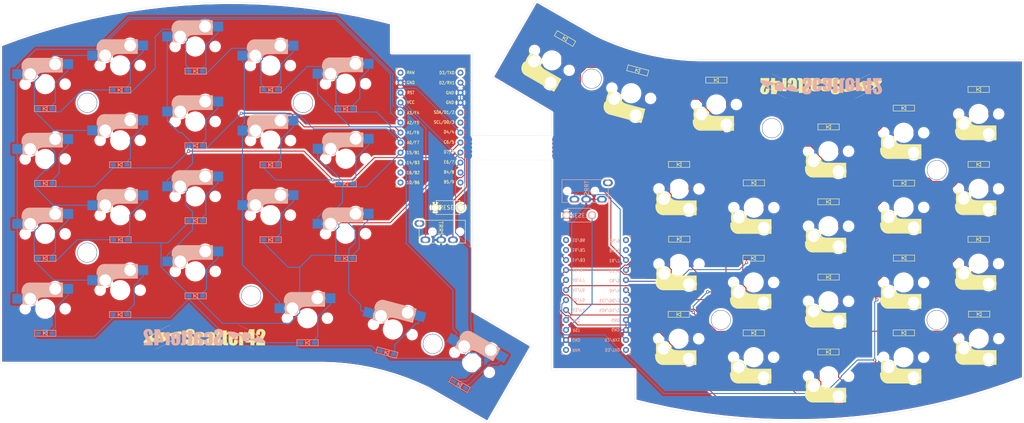
<source format=kicad_pcb>
(kicad_pcb (version 20171130) (host pcbnew "(5.1.7)-1")
  (title_block (title Scatter42) (date 2020-11-06) (rev 1.1.2))
  (layers (0 F.Cu signal hide) (31 B.Cu signal hide) (34 B.Paste user) (35 F.Paste user) (36 B.SilkS user) (37 F.SilkS user) (38 B.Mask user) (39 F.Mask user) (44 Edge.Cuts user))
  (net 0 "")
  (net 1 "Net-(D0-Pad2)")
  (net 2 row0)
  (net 3 "Net-(D1-Pad2)")
  (net 4 "Net-(D2-Pad2)")
  (net 5 "Net-(D3-Pad2)")
  (net 6 "Net-(D4-Pad2)")
  (net 7 row1)
  (net 8 "Net-(D5-Pad2)")
  (net 9 "Net-(D6-Pad2)")
  (net 10 "Net-(D7-Pad2)")
  (net 11 "Net-(D8-Pad2)")
  (net 12 "Net-(D9-Pad2)")
  (net 13 "Net-(D10-Pad2)")
  (net 14 row2)
  (net 15 "Net-(D11-Pad2)")
  (net 16 "Net-(D12-Pad2)")
  (net 17 "Net-(D13-Pad2)")
  (net 18 "Net-(D14-Pad2)")
  (net 19 "Net-(D15-Pad2)")
  (net 20 row3)
  (net 21 "Net-(D16-Pad2)")
  (net 22 "Net-(D17-Pad2)")
  (net 23 "Net-(D18-Pad2)")
  (net 24 "Net-(D19-Pad2)")
  (net 25 "Net-(D20-Pad2)")
  (net 26 row0_r)
  (net 27 "Net-(D21-Pad2)")
  (net 28 "Net-(D22-Pad2)")
  (net 29 "Net-(D23-Pad2)")
  (net 30 "Net-(D24-Pad2)")
  (net 31 "Net-(D25-Pad2)")
  (net 32 row1_r)
  (net 33 "Net-(D26-Pad2)")
  (net 34 "Net-(D27-Pad2)")
  (net 35 "Net-(D28-Pad2)")
  (net 36 "Net-(D29-Pad2)")
  (net 37 "Net-(D30-Pad2)")
  (net 38 "Net-(D31-Pad2)")
  (net 39 row2_r)
  (net 40 "Net-(D32-Pad2)")
  (net 41 "Net-(D33-Pad2)")
  (net 42 "Net-(D34-Pad2)")
  (net 43 "Net-(D35-Pad2)")
  (net 44 row3_r)
  (net 45 "Net-(D36-Pad2)")
  (net 46 "Net-(D37-Pad2)")
  (net 47 "Net-(D38-Pad2)")
  (net 48 "Net-(D39-Pad2)")
  (net 49 "Net-(D40-Pad2)")
  (net 50 "Net-(D41-Pad2)")
  (net 51 VCC)
  (net 52 "Net-(J0-PadA)")
  (net 53 data)
  (net 54 GND)
  (net 55 "Net-(J1-PadA)")
  (net 56 VDD)
  (net 57 GNDA)
  (net 58 data_r)
  (net 59 reset)
  (net 60 reset_r)
  (net 61 col0)
  (net 62 col1)
  (net 63 col2)
  (net 64 col3)
  (net 65 col4)
  (net 66 col5)
  (net 67 col0_r)
  (net 68 col1_r)
  (net 69 col2_r)
  (net 70 col3_r)
  (net 71 col4_r)
  (net 72 col5_r)
  (net 73 "Net-(U0-Pad1)")
  (net 74 "Net-(U0-Pad5)")
  (net 75 "Net-(U0-Pad6)")
  (net 76 "Net-(U0-Pad11)")
  (net 77 "Net-(U0-Pad12)")
  (net 78 "Net-(U0-Pad13)")
  (net 79 "Net-(U0-Pad14)")
  (net 80 "Net-(U0-Pad24)")
  (net 81 "Net-(U1-Pad24)")
  (net 82 "Net-(U1-Pad14)")
  (net 83 "Net-(U1-Pad13)")
  (net 84 "Net-(U1-Pad12)")
  (net 85 "Net-(U1-Pad11)")
  (net 86 "Net-(U1-Pad6)")
  (net 87 "Net-(U1-Pad5)")
  (net 88 "Net-(U1-Pad1)")
  (module bbrfkr_logos:logo (layer B.Cu) (at 227.1522 37.7571)
    (fp_text reference G*** hide)
    (fp_text value LOGO hide)
  )
  (module bbrfkr_logos:logo (layer F.Cu) (at 227.1522 37.7571 180)
    (fp_text reference G*** hide)
    (fp_text value LOGO hide)
  )
  (module bbrfkr_logos:logo (layer B.Cu) (at 70.5231 101.6254 180)
    (fp_text reference G*** hide)
    (fp_text value LOGO hide)
  )
  (module bbrfkr_logos:logo (layer F.Cu) (at 70.5231 101.6254)
    (fp_text reference G*** hide)
    (fp_text value LOGO hide)
  )
  (module foostan_kbd:ResetSW (layer B.Cu) (at 165.735 70.5866)
    (fp_text reference RSW1 hide)
    (fp_text value SW_PUSH)
    (fp_text user RESET (at 0 0 180 unlocked) (layer B.SilkS) (effects (justify mirror)))
    (pad 1 thru_hole circle (at 3.25 0) (size 2 2) (drill 1.3) (layers *.Cu *.Mask B.SilkS) (net 60 reset_r))
    (pad 2 thru_hole circle (at -3.25 0) (size 2 2) (drill 1.3) (layers *.Cu *.Mask B.SilkS) (net 57 GNDA))
  )
  (module foostan_kbd:ResetSW (layer F.Cu) (at 132.398 68.6435)
    (fp_text reference RSW0 hide)
    (fp_text value SW_PUSH)
    (fp_text user RESET (at 0 0) (layer F.SilkS))
    (pad 2 thru_hole circle (at -3.25 0) (size 2 2) (drill 1.3) (layers *.Cu *.Mask F.SilkS) (net 54 GND))
    (pad 1 thru_hole circle (at 3.25 0) (size 2 2) (drill 1.3) (layers *.Cu *.Mask F.SilkS) (net 59 reset))
  )
  (module foostan_kbd:ProMicro_v3 (layer B.Cu) (at 169.977 90.3732)
    (fp_text reference U1 hide)
    (fp_text value ProMicro hide)
    (fp_text user B4/8 (at 4.705 -10.8 -180 unlocked) (layer B.SilkS) (effects (font (size 0.75 0.67) (thickness 0.125)) (justify mirror)))
    (fp_text user D2/RX1 (at 4.155 11.9 -180 unlocked) (layer B.SilkS) (effects (font (size 0.75 0.67) (thickness 0.125)) (justify mirror)))
    (fp_text user B5/9 (at 4.705 -13.3 -180 unlocked) (layer B.SilkS) (effects (font (size 0.75 0.67) (thickness 0.125)) (justify mirror)))
    (fp_text user C6/5 (at 4.705 -3.15 -180 unlocked) (layer B.SilkS) (effects (font (size 0.75 0.67) (thickness 0.125)) (justify mirror)))
    (fp_text user SCL/D0/3 (at 3.455 1.9 -180 unlocked) (layer B.SilkS) (effects (font (size 0.75 0.67) (thickness 0.125)) (justify mirror)))
    (fp_text user SDA/D1/2 (at 3.455 4.4 -180 unlocked) (layer B.SilkS) (effects (font (size 0.75 0.67) (thickness 0.125)) (justify mirror)))
    (fp_text user D4/4 (at 4.705 -0.6 -180 unlocked) (layer B.SilkS) (effects (font (size 0.75 0.67) (thickness 0.125)) (justify mirror)))
    (fp_text user D3/TX0 (at 4.155 14.45 -180 unlocked) (layer B.SilkS) (effects (font (size 0.75 0.67) (thickness 0.125)) (justify mirror)))
    (fp_text user GND (at 4.955 6.9 -180 unlocked) (layer B.SilkS) (effects (font (size 0.75 0.67) (thickness 0.125)) (justify mirror)))
    (fp_text user GND (at 4.955 9.35 -180 unlocked) (layer B.SilkS) (effects (font (size 0.75 0.67) (thickness 0.125)) (justify mirror)))
    (fp_text user D7/6 (at 4.705 -5.7 -180 unlocked) (layer B.SilkS) (effects (font (size 0.75 0.67) (thickness 0.125)) (justify mirror)))
    (fp_text user E6/7 (at 4.705 -8.25 -180 unlocked) (layer B.SilkS) (effects (font (size 0.75 0.67) (thickness 0.125)) (justify mirror)))
    (fp_text user 16/B2 (at -4.395 -10.95 -180 unlocked) (layer B.SilkS) (effects (font (size 0.75 0.67) (thickness 0.125)) (justify mirror)))
    (fp_text user 10/B6 (at -4.395 -13.45 -180 unlocked) (layer B.SilkS) (effects (font (size 0.75 0.67) (thickness 0.125)) (justify mirror)))
    (fp_text user 14/B3 (at -4.395 -8.4 -180 unlocked) (layer B.SilkS) (effects (font (size 0.75 0.67) (thickness 0.125)) (justify mirror)))
    (fp_text user 15/B1 (at -4.395 -5.85 -180 unlocked) (layer B.SilkS) (effects (font (size 0.75 0.67) (thickness 0.125)) (justify mirror)))
    (fp_text user A0/F7 (at -4.395 -3.3 -180 unlocked) (layer B.SilkS) (effects (font (size 0.75 0.67) (thickness 0.125)) (justify mirror)))
    (fp_text user A1/F6 (at -4.395 -0.75 -180 unlocked) (layer B.SilkS) (effects (font (size 0.75 0.67) (thickness 0.125)) (justify mirror)))
    (fp_text user A2/F5 (at -4.395 1.75 -180 unlocked) (layer B.SilkS) (effects (font (size 0.75 0.67) (thickness 0.125)) (justify mirror)))
    (fp_text user A3/F4 (at -4.395 4.25 -180 unlocked) (layer B.SilkS) (effects (font (size 0.75 0.67) (thickness 0.125)) (justify mirror)))
    (fp_text user VCC (at -4.995 6.95 -180 unlocked) (layer B.SilkS) (effects (font (size 0.75 0.67) (thickness 0.125)) (justify mirror)))
    (fp_text user RST (at -4.995 9.4 -180 unlocked) (layer B.SilkS) (effects (font (size 0.75 0.67) (thickness 0.125)) (justify mirror)))
    (fp_text user GND (at -4.995 11.95 -180 unlocked) (layer B.SilkS) (effects (font (size 0.75 0.67) (thickness 0.125)) (justify mirror)))
    (fp_text user RAW (at -4.995 14.5 -180 unlocked) (layer B.SilkS) (effects (font (size 0.75 0.67) (thickness 0.125)) (justify mirror)))
    (pad 1 thru_hole circle (at 7.6114 14.478) (size 1.524 1.524) (drill 0.8128) (layers *.Cu F.Mask) (net 88 "Net-(U1-Pad1)"))
    (pad 2 thru_hole circle (at 7.6114 11.938) (size 1.524 1.524) (drill 0.8128) (layers *.Cu F.Mask) (net 58 data_r))
    (pad 3 thru_hole circle (at 7.6114 9.398) (size 1.524 1.524) (drill 0.8128) (layers *.Cu F.Mask) (net 57 GNDA))
    (pad 4 thru_hole circle (at 7.6114 6.858) (size 1.524 1.524) (drill 0.8128) (layers *.Cu F.Mask) (net 57 GNDA))
    (pad 5 thru_hole circle (at 7.6114 4.318) (size 1.524 1.524) (drill 0.8128) (layers *.Cu F.Mask) (net 87 "Net-(U1-Pad5)"))
    (pad 6 thru_hole circle (at 7.6114 1.778) (size 1.524 1.524) (drill 0.8128) (layers *.Cu F.Mask) (net 86 "Net-(U1-Pad6)"))
    (pad 7 thru_hole circle (at 7.6114 -0.762) (size 1.524 1.524) (drill 0.8128) (layers *.Cu F.Mask) (net 26 row0_r))
    (pad 8 thru_hole circle (at 7.6114 -3.302) (size 1.524 1.524) (drill 0.8128) (layers *.Cu F.Mask) (net 32 row1_r))
    (pad 9 thru_hole circle (at 7.6114 -5.842) (size 1.524 1.524) (drill 0.8128) (layers *.Cu F.Mask) (net 39 row2_r))
    (pad 10 thru_hole circle (at 7.6114 -8.382) (size 1.524 1.524) (drill 0.8128) (layers *.Cu F.Mask) (net 44 row3_r))
    (pad 11 thru_hole circle (at 7.6114 -10.922) (size 1.524 1.524) (drill 0.8128) (layers *.Cu F.Mask) (net 85 "Net-(U1-Pad11)"))
    (pad 12 thru_hole circle (at 7.6114 -13.462) (size 1.524 1.524) (drill 0.8128) (layers *.Cu F.Mask) (net 84 "Net-(U1-Pad12)"))
    (pad 13 thru_hole circle (at -7.6086 -13.462) (size 1.524 1.524) (drill 0.8128) (layers *.Cu F.Mask) (net 83 "Net-(U1-Pad13)"))
    (pad 14 thru_hole circle (at -7.6086 -10.922) (size 1.524 1.524) (drill 0.8128) (layers *.Cu F.Mask) (net 82 "Net-(U1-Pad14)"))
    (pad 15 thru_hole circle (at -7.6086 -8.382) (size 1.524 1.524) (drill 0.8128) (layers *.Cu F.Mask) (net 72 col5_r))
    (pad 16 thru_hole circle (at -7.6086 -5.842) (size 1.524 1.524) (drill 0.8128) (layers *.Cu F.Mask) (net 71 col4_r))
    (pad 17 thru_hole circle (at -7.6086 -3.302) (size 1.524 1.524) (drill 0.8128) (layers *.Cu F.Mask) (net 70 col3_r))
    (pad 18 thru_hole circle (at -7.6086 -0.762) (size 1.524 1.524) (drill 0.8128) (layers *.Cu F.Mask) (net 69 col2_r))
    (pad 19 thru_hole circle (at -7.6086 1.778) (size 1.524 1.524) (drill 0.8128) (layers *.Cu F.Mask) (net 68 col1_r))
    (pad 20 thru_hole circle (at -7.6086 4.318) (size 1.524 1.524) (drill 0.8128) (layers *.Cu F.Mask) (net 67 col0_r))
    (pad 21 thru_hole circle (at -7.6086 6.858) (size 1.524 1.524) (drill 0.8128) (layers *.Cu F.Mask) (net 56 VDD))
    (pad 22 thru_hole circle (at -7.6086 9.398) (size 1.524 1.524) (drill 0.8128) (layers *.Cu F.Mask) (net 60 reset_r))
    (pad 23 thru_hole circle (at -7.6086 11.938) (size 1.524 1.524) (drill 0.8128) (layers *.Cu F.Mask) (net 57 GNDA))
    (pad 24 thru_hole circle (at -7.6086 14.478) (size 1.524 1.524) (drill 0.8128) (layers *.Cu F.Mask) (net 81 "Net-(U1-Pad24)"))
  )
  (module foostan_kbd:ProMicro_v3 (layer F.Cu) (at 127.927 48.8188)
    (fp_text reference U0 hide)
    (fp_text value ProMicro hide)
    (fp_text user B4/8 (at 4.705 10.8 unlocked) (layer F.SilkS) (effects (font (size 0.75 0.67) (thickness 0.125))))
    (fp_text user D2/RX1 (at 4.155 -11.9 unlocked) (layer F.SilkS) (effects (font (size 0.75 0.67) (thickness 0.125))))
    (fp_text user B5/9 (at 4.705 13.3 unlocked) (layer F.SilkS) (effects (font (size 0.75 0.67) (thickness 0.125))))
    (fp_text user C6/5 (at 4.705 3.15 unlocked) (layer F.SilkS) (effects (font (size 0.75 0.67) (thickness 0.125))))
    (fp_text user SCL/D0/3 (at 3.455 -1.9 unlocked) (layer F.SilkS) (effects (font (size 0.75 0.67) (thickness 0.125))))
    (fp_text user SDA/D1/2 (at 3.455 -4.4 unlocked) (layer F.SilkS) (effects (font (size 0.75 0.67) (thickness 0.125))))
    (fp_text user D4/4 (at 4.705 0.6 unlocked) (layer F.SilkS) (effects (font (size 0.75 0.67) (thickness 0.125))))
    (fp_text user D3/TX0 (at 4.155 -14.45 unlocked) (layer F.SilkS) (effects (font (size 0.75 0.67) (thickness 0.125))))
    (fp_text user GND (at 4.955 -6.9 unlocked) (layer F.SilkS) (effects (font (size 0.75 0.67) (thickness 0.125))))
    (fp_text user GND (at 4.955 -9.35 unlocked) (layer F.SilkS) (effects (font (size 0.75 0.67) (thickness 0.125))))
    (fp_text user D7/6 (at 4.705 5.7 unlocked) (layer F.SilkS) (effects (font (size 0.75 0.67) (thickness 0.125))))
    (fp_text user E6/7 (at 4.705 8.25 unlocked) (layer F.SilkS) (effects (font (size 0.75 0.67) (thickness 0.125))))
    (fp_text user 16/B2 (at -4.395 10.95 unlocked) (layer F.SilkS) (effects (font (size 0.75 0.67) (thickness 0.125))))
    (fp_text user 10/B6 (at -4.395 13.45 unlocked) (layer F.SilkS) (effects (font (size 0.75 0.67) (thickness 0.125))))
    (fp_text user 14/B3 (at -4.395 8.4 unlocked) (layer F.SilkS) (effects (font (size 0.75 0.67) (thickness 0.125))))
    (fp_text user 15/B1 (at -4.395 5.85 unlocked) (layer F.SilkS) (effects (font (size 0.75 0.67) (thickness 0.125))))
    (fp_text user A0/F7 (at -4.395 3.3 unlocked) (layer F.SilkS) (effects (font (size 0.75 0.67) (thickness 0.125))))
    (fp_text user A1/F6 (at -4.395 0.75 unlocked) (layer F.SilkS) (effects (font (size 0.75 0.67) (thickness 0.125))))
    (fp_text user A2/F5 (at -4.395 -1.75 unlocked) (layer F.SilkS) (effects (font (size 0.75 0.67) (thickness 0.125))))
    (fp_text user A3/F4 (at -4.395 -4.25 unlocked) (layer F.SilkS) (effects (font (size 0.75 0.67) (thickness 0.125))))
    (fp_text user VCC (at -4.995 -6.95 unlocked) (layer F.SilkS) (effects (font (size 0.75 0.67) (thickness 0.125))))
    (fp_text user RST (at -4.995 -9.4 unlocked) (layer F.SilkS) (effects (font (size 0.75 0.67) (thickness 0.125))))
    (fp_text user GND (at -4.995 -11.95 unlocked) (layer F.SilkS) (effects (font (size 0.75 0.67) (thickness 0.125))))
    (fp_text user RAW (at -4.995 -14.5 unlocked) (layer F.SilkS) (effects (font (size 0.75 0.67) (thickness 0.125))))
    (pad 1 thru_hole circle (at 7.6114 -14.478) (size 1.524 1.524) (drill 0.8128) (layers *.Cu B.Mask) (net 73 "Net-(U0-Pad1)"))
    (pad 2 thru_hole circle (at 7.6114 -11.938) (size 1.524 1.524) (drill 0.8128) (layers *.Cu B.Mask) (net 53 data))
    (pad 3 thru_hole circle (at 7.6114 -9.398) (size 1.524 1.524) (drill 0.8128) (layers *.Cu B.Mask) (net 54 GND))
    (pad 4 thru_hole circle (at 7.6114 -6.858) (size 1.524 1.524) (drill 0.8128) (layers *.Cu B.Mask) (net 54 GND))
    (pad 5 thru_hole circle (at 7.6114 -4.318) (size 1.524 1.524) (drill 0.8128) (layers *.Cu B.Mask) (net 74 "Net-(U0-Pad5)"))
    (pad 6 thru_hole circle (at 7.6114 -1.778) (size 1.524 1.524) (drill 0.8128) (layers *.Cu B.Mask) (net 75 "Net-(U0-Pad6)"))
    (pad 7 thru_hole circle (at 7.6114 0.762) (size 1.524 1.524) (drill 0.8128) (layers *.Cu B.Mask) (net 2 row0))
    (pad 8 thru_hole circle (at 7.6114 3.302) (size 1.524 1.524) (drill 0.8128) (layers *.Cu B.Mask) (net 7 row1))
    (pad 9 thru_hole circle (at 7.6114 5.842) (size 1.524 1.524) (drill 0.8128) (layers *.Cu B.Mask) (net 14 row2))
    (pad 10 thru_hole circle (at 7.6114 8.382) (size 1.524 1.524) (drill 0.8128) (layers *.Cu B.Mask) (net 20 row3))
    (pad 11 thru_hole circle (at 7.6114 10.922) (size 1.524 1.524) (drill 0.8128) (layers *.Cu B.Mask) (net 76 "Net-(U0-Pad11)"))
    (pad 12 thru_hole circle (at 7.6114 13.462) (size 1.524 1.524) (drill 0.8128) (layers *.Cu B.Mask) (net 77 "Net-(U0-Pad12)"))
    (pad 13 thru_hole circle (at -7.6086 13.462) (size 1.524 1.524) (drill 0.8128) (layers *.Cu B.Mask) (net 78 "Net-(U0-Pad13)"))
    (pad 14 thru_hole circle (at -7.6086 10.922) (size 1.524 1.524) (drill 0.8128) (layers *.Cu B.Mask) (net 79 "Net-(U0-Pad14)"))
    (pad 15 thru_hole circle (at -7.6086 8.382) (size 1.524 1.524) (drill 0.8128) (layers *.Cu B.Mask) (net 66 col5))
    (pad 16 thru_hole circle (at -7.6086 5.842) (size 1.524 1.524) (drill 0.8128) (layers *.Cu B.Mask) (net 65 col4))
    (pad 17 thru_hole circle (at -7.6086 3.302) (size 1.524 1.524) (drill 0.8128) (layers *.Cu B.Mask) (net 64 col3))
    (pad 18 thru_hole circle (at -7.6086 0.762) (size 1.524 1.524) (drill 0.8128) (layers *.Cu B.Mask) (net 63 col2))
    (pad 19 thru_hole circle (at -7.6086 -1.778) (size 1.524 1.524) (drill 0.8128) (layers *.Cu B.Mask) (net 62 col1))
    (pad 20 thru_hole circle (at -7.6086 -4.318) (size 1.524 1.524) (drill 0.8128) (layers *.Cu B.Mask) (net 61 col0))
    (pad 21 thru_hole circle (at -7.6086 -6.858) (size 1.524 1.524) (drill 0.8128) (layers *.Cu B.Mask) (net 51 VCC))
    (pad 22 thru_hole circle (at -7.6086 -9.398) (size 1.524 1.524) (drill 0.8128) (layers *.Cu B.Mask) (net 59 reset))
    (pad 23 thru_hole circle (at -7.6086 -11.938) (size 1.524 1.524) (drill 0.8128) (layers *.Cu B.Mask) (net 54 GND))
    (pad 24 thru_hole circle (at -7.6086 -14.478) (size 1.524 1.524) (drill 0.8128) (layers *.Cu B.Mask) (net 80 "Net-(U0-Pad24)"))
  )
  (module foostan_kbd:D3_SMD (layer B.Cu) (at 162.116 25.654 330)
    (fp_text reference D41 hide)
    (fp_text value D hide)
    (pad 1 smd rect (at -1.775 0 330) (size 1.3 0.95) (layers F.Cu F.Paste F.Mask) (net 44 row3_r))
    (pad 2 smd rect (at 1.775 0 330) (size 1.3 0.95) (layers F.Cu F.Paste F.Mask) (net 50 "Net-(D41-Pad2)"))
  )
  (module foostan_kbd:D3_SMD (layer B.Cu) (at 180.569 33.782 345)
    (fp_text reference D40 hide)
    (fp_text value D hide)
    (pad 1 smd rect (at -1.775 0 345) (size 1.3 0.95) (layers F.Cu F.Paste F.Mask) (net 44 row3_r))
    (pad 2 smd rect (at 1.775 0 345) (size 1.3 0.95) (layers F.Cu F.Paste F.Mask) (net 49 "Net-(D40-Pad2)"))
  )
  (module foostan_kbd:D3_SMD (layer B.Cu) (at 200.546 36.2331)
    (fp_text reference D39 hide)
    (fp_text value D hide)
    (pad 1 smd rect (at -1.775 0) (size 1.3 0.95) (layers F.Cu F.Paste F.Mask) (net 44 row3_r))
    (pad 2 smd rect (at 1.775 0) (size 1.3 0.95) (layers F.Cu F.Paste F.Mask) (net 48 "Net-(D39-Pad2)"))
  )
  (module foostan_kbd:D3_SMD (layer B.Cu) (at 229.057 48.133)
    (fp_text reference D38 hide)
    (fp_text value D hide)
    (pad 1 smd rect (at -1.775 0) (size 1.3 0.95) (layers F.Cu F.Paste F.Mask) (net 44 row3_r))
    (pad 2 smd rect (at 1.775 0) (size 1.3 0.95) (layers F.Cu F.Paste F.Mask) (net 47 "Net-(D38-Pad2)"))
  )
  (module foostan_kbd:D3_SMD (layer B.Cu) (at 248.171 43.3578)
    (fp_text reference D37 hide)
    (fp_text value D hide)
    (pad 1 smd rect (at -1.775 0) (size 1.3 0.95) (layers F.Cu F.Paste F.Mask) (net 44 row3_r))
    (pad 2 smd rect (at 1.775 0) (size 1.3 0.95) (layers F.Cu F.Paste F.Mask) (net 46 "Net-(D37-Pad2)"))
  )
  (module foostan_kbd:D3_SMD (layer B.Cu) (at 267.17 38.608)
    (fp_text reference D36 hide)
    (fp_text value D hide)
    (pad 1 smd rect (at -1.775 0) (size 1.3 0.95) (layers F.Cu F.Paste F.Mask) (net 44 row3_r))
    (pad 2 smd rect (at 1.775 0) (size 1.3 0.95) (layers F.Cu F.Paste F.Mask) (net 45 "Net-(D36-Pad2)"))
  )
  (module foostan_kbd:D3_SMD (layer B.Cu) (at 191.084 57.6834)
    (fp_text reference D35 hide)
    (fp_text value D hide)
    (pad 1 smd rect (at -1.775 0) (size 1.3 0.95) (layers F.Cu F.Paste F.Mask) (net 39 row2_r))
    (pad 2 smd rect (at 1.775 0) (size 1.3 0.95) (layers F.Cu F.Paste F.Mask) (net 43 "Net-(D35-Pad2)"))
  )
  (module foostan_kbd:D3_SMD (layer B.Cu) (at 210.083 62.3697)
    (fp_text reference D34 hide)
    (fp_text value D hide)
    (pad 1 smd rect (at -1.775 0) (size 1.3 0.95) (layers F.Cu F.Paste F.Mask) (net 39 row2_r))
    (pad 2 smd rect (at 1.775 0) (size 1.3 0.95) (layers F.Cu F.Paste F.Mask) (net 42 "Net-(D34-Pad2)"))
  )
  (module foostan_kbd:D3_SMD (layer B.Cu) (at 229.032 67.183)
    (fp_text reference D33 hide)
    (fp_text value D hide)
    (pad 1 smd rect (at -1.775 0) (size 1.3 0.95) (layers F.Cu F.Paste F.Mask) (net 39 row2_r))
    (pad 2 smd rect (at 1.775 0) (size 1.3 0.95) (layers F.Cu F.Paste F.Mask) (net 41 "Net-(D33-Pad2)"))
  )
  (module foostan_kbd:D3_SMD (layer B.Cu) (at 248.196 62.4332)
    (fp_text reference D32 hide)
    (fp_text value D hide)
    (pad 1 smd rect (at -1.775 0) (size 1.3 0.95) (layers F.Cu F.Paste F.Mask) (net 39 row2_r))
    (pad 2 smd rect (at 1.775 0) (size 1.3 0.95) (layers F.Cu F.Paste F.Mask) (net 40 "Net-(D32-Pad2)"))
  )
  (module foostan_kbd:D3_SMD (layer B.Cu) (at 267.195 57.6707)
    (fp_text reference D31 hide)
    (fp_text value D hide)
    (pad 1 smd rect (at -1.775 0) (size 1.3 0.95) (layers F.Cu F.Paste F.Mask) (net 39 row2_r))
    (pad 2 smd rect (at 1.775 0) (size 1.3 0.95) (layers F.Cu F.Paste F.Mask) (net 38 "Net-(D31-Pad2)"))
  )
  (module foostan_kbd:D3_SMD (layer B.Cu) (at 191.122 76.6826)
    (fp_text reference D30 hide)
    (fp_text value D hide)
    (pad 1 smd rect (at -1.775 0) (size 1.3 0.95) (layers F.Cu F.Paste F.Mask) (net 32 row1_r))
    (pad 2 smd rect (at 1.775 0) (size 1.3 0.95) (layers F.Cu F.Paste F.Mask) (net 37 "Net-(D30-Pad2)"))
  )
  (module foostan_kbd:D3_SMD (layer B.Cu) (at 209.994 81.534)
    (fp_text reference D29 hide)
    (fp_text value D hide)
    (pad 1 smd rect (at -1.775 0) (size 1.3 0.95) (layers F.Cu F.Paste F.Mask) (net 32 row1_r))
    (pad 2 smd rect (at 1.775 0) (size 1.3 0.95) (layers F.Cu F.Paste F.Mask) (net 36 "Net-(D29-Pad2)"))
  )
  (module foostan_kbd:D3_SMD (layer B.Cu) (at 229.057 86.3219)
    (fp_text reference D28 hide)
    (fp_text value D hide)
    (pad 1 smd rect (at -1.775 0) (size 1.3 0.95) (layers F.Cu F.Paste F.Mask) (net 32 row1_r))
    (pad 2 smd rect (at 1.775 0) (size 1.3 0.95) (layers F.Cu F.Paste F.Mask) (net 35 "Net-(D28-Pad2)"))
  )
  (module foostan_kbd:D3_SMD (layer B.Cu) (at 248.209 81.4832)
    (fp_text reference D27 hide)
    (fp_text value D hide)
    (pad 1 smd rect (at -1.775 0) (size 1.3 0.95) (layers F.Cu F.Paste F.Mask) (net 32 row1_r))
    (pad 2 smd rect (at 1.775 0) (size 1.3 0.95) (layers F.Cu F.Paste F.Mask) (net 34 "Net-(D27-Pad2)"))
  )
  (module foostan_kbd:D3_SMD (layer B.Cu) (at 267.17 76.7207)
    (fp_text reference D26 hide)
    (fp_text value D hide)
    (pad 1 smd rect (at -1.775 0) (size 1.3 0.95) (layers F.Cu F.Paste F.Mask) (net 32 row1_r))
    (pad 2 smd rect (at 1.775 0) (size 1.3 0.95) (layers F.Cu F.Paste F.Mask) (net 33 "Net-(D26-Pad2)"))
  )
  (module foostan_kbd:D3_SMD (layer B.Cu) (at 191.021 95.7961)
    (fp_text reference D25 hide)
    (fp_text value D hide)
    (pad 1 smd rect (at -1.775 0) (size 1.3 0.95) (layers F.Cu F.Paste F.Mask) (net 26 row0_r))
    (pad 2 smd rect (at 1.775 0) (size 1.3 0.95) (layers F.Cu F.Paste F.Mask) (net 31 "Net-(D25-Pad2)"))
  )
  (module foostan_kbd:D3_SMD (layer B.Cu) (at 210.058 100.52)
    (fp_text reference D24 hide)
    (fp_text value D hide)
    (pad 1 smd rect (at -1.775 0) (size 1.3 0.95) (layers F.Cu F.Paste F.Mask) (net 26 row0_r))
    (pad 2 smd rect (at 1.775 0) (size 1.3 0.95) (layers F.Cu F.Paste F.Mask) (net 30 "Net-(D24-Pad2)"))
  )
  (module foostan_kbd:D3_SMD (layer B.Cu) (at 229.019 105.372)
    (fp_text reference D23 hide)
    (fp_text value D hide)
    (pad 1 smd rect (at -1.775 0) (size 1.3 0.95) (layers F.Cu F.Paste F.Mask) (net 26 row0_r))
    (pad 2 smd rect (at 1.775 0) (size 1.3 0.95) (layers F.Cu F.Paste F.Mask) (net 29 "Net-(D23-Pad2)"))
  )
  (module foostan_kbd:D3_SMD (layer B.Cu) (at 248.171 100.508)
    (fp_text reference D22 hide)
    (fp_text value D hide)
    (pad 1 smd rect (at -1.775 0) (size 1.3 0.95) (layers F.Cu F.Paste F.Mask) (net 26 row0_r))
    (pad 2 smd rect (at 1.775 0) (size 1.3 0.95) (layers F.Cu F.Paste F.Mask) (net 28 "Net-(D22-Pad2)"))
  )
  (module foostan_kbd:D3_SMD (layer B.Cu) (at 267.297 95.758)
    (fp_text reference D21 hide)
    (fp_text value D hide)
    (pad 1 smd rect (at -1.775 0) (size 1.3 0.95) (layers F.Cu F.Paste F.Mask) (net 26 row0_r))
    (pad 2 smd rect (at 1.775 0) (size 1.3 0.95) (layers F.Cu F.Paste F.Mask) (net 27 "Net-(D21-Pad2)"))
  )
  (module foostan_kbd:D3_SMD (layer F.Cu) (at 135.331 113.678 330)
    (fp_text reference D20 hide)
    (fp_text value D hide)
    (pad 1 smd rect (at -1.775 0 330) (size 1.3 0.95) (layers B.Cu B.Paste B.Mask) (net 20 row3))
    (pad 2 smd rect (at 1.775 0 330) (size 1.3 0.95) (layers B.Cu B.Paste B.Mask) (net 25 "Net-(D20-Pad2)"))
  )
  (module foostan_kbd:D3_SMD (layer F.Cu) (at 116.865 105.524 345)
    (fp_text reference D19 hide)
    (fp_text value D hide)
    (pad 1 smd rect (at -1.775 0 345) (size 1.3 0.95) (layers B.Cu B.Paste B.Mask) (net 20 row3))
    (pad 2 smd rect (at 1.775 0 345) (size 1.3 0.95) (layers B.Cu B.Paste B.Mask) (net 24 "Net-(D19-Pad2)"))
  )
  (module foostan_kbd:D3_SMD (layer F.Cu) (at 96.7232 103.01)
    (fp_text reference D18 hide)
    (fp_text value D hide)
    (pad 1 smd rect (at -1.775 0) (size 1.3 0.95) (layers B.Cu B.Paste B.Mask) (net 20 row3))
    (pad 2 smd rect (at 1.775 0) (size 1.3 0.95) (layers B.Cu B.Paste B.Mask) (net 23 "Net-(D18-Pad2)"))
  )
  (module foostan_kbd:D3_SMD (layer F.Cu) (at 68.3006 91.1098)
    (fp_text reference D17 hide)
    (fp_text value D hide)
    (pad 1 smd rect (at -1.775 0) (size 1.3 0.95) (layers B.Cu B.Paste B.Mask) (net 20 row3))
    (pad 2 smd rect (at 1.775 0) (size 1.3 0.95) (layers B.Cu B.Paste B.Mask) (net 22 "Net-(D17-Pad2)"))
  )
  (module foostan_kbd:D3_SMD (layer F.Cu) (at 49.1109 95.8596)
    (fp_text reference D16 hide)
    (fp_text value D hide)
    (pad 1 smd rect (at -1.775 0) (size 1.3 0.95) (layers B.Cu B.Paste B.Mask) (net 20 row3))
    (pad 2 smd rect (at 1.775 0) (size 1.3 0.95) (layers B.Cu B.Paste B.Mask) (net 21 "Net-(D16-Pad2)"))
  )
  (module foostan_kbd:D3_SMD (layer F.Cu) (at 30.0863 100.609)
    (fp_text reference D15 hide)
    (fp_text value D hide)
    (pad 1 smd rect (at -1.775 0) (size 1.3 0.95) (layers B.Cu B.Paste B.Mask) (net 20 row3))
    (pad 2 smd rect (at 1.775 0) (size 1.3 0.95) (layers B.Cu B.Paste B.Mask) (net 19 "Net-(D15-Pad2)"))
  )
  (module foostan_kbd:D3_SMD (layer F.Cu) (at 106.388 81.5721)
    (fp_text reference D14 hide)
    (fp_text value D hide)
    (pad 1 smd rect (at -1.775 0) (size 1.3 0.95) (layers B.Cu B.Paste B.Mask) (net 14 row2))
    (pad 2 smd rect (at 1.775 0) (size 1.3 0.95) (layers B.Cu B.Paste B.Mask) (net 18 "Net-(D14-Pad2)"))
  )
  (module foostan_kbd:D3_SMD (layer F.Cu) (at 87.3379 76.8223)
    (fp_text reference D13 hide)
    (fp_text value D hide)
    (pad 1 smd rect (at -1.775 0) (size 1.3 0.95) (layers B.Cu B.Paste B.Mask) (net 14 row2))
    (pad 2 smd rect (at 1.775 0) (size 1.3 0.95) (layers B.Cu B.Paste B.Mask) (net 17 "Net-(D13-Pad2)"))
  )
  (module foostan_kbd:D3_SMD (layer F.Cu) (at 68.3006 71.9836)
    (fp_text reference D12 hide)
    (fp_text value D hide)
    (pad 1 smd rect (at -1.775 0) (size 1.3 0.95) (layers B.Cu B.Paste B.Mask) (net 14 row2))
    (pad 2 smd rect (at 1.775 0) (size 1.3 0.95) (layers B.Cu B.Paste B.Mask) (net 16 "Net-(D12-Pad2)"))
  )
  (module foostan_kbd:D3_SMD (layer F.Cu) (at 49.1871 76.8096)
    (fp_text reference D11 hide)
    (fp_text value D hide)
    (pad 1 smd rect (at -1.775 0) (size 1.3 0.95) (layers B.Cu B.Paste B.Mask) (net 14 row2))
    (pad 2 smd rect (at 1.775 0) (size 1.3 0.95) (layers B.Cu B.Paste B.Mask) (net 15 "Net-(D11-Pad2)"))
  )
  (module foostan_kbd:D3_SMD (layer F.Cu) (at 30.0736 81.534)
    (fp_text reference D10 hide)
    (fp_text value D hide)
    (pad 1 smd rect (at -1.775 0) (size 1.3 0.95) (layers B.Cu B.Paste B.Mask) (net 14 row2))
    (pad 2 smd rect (at 1.775 0) (size 1.3 0.95) (layers B.Cu B.Paste B.Mask) (net 13 "Net-(D10-Pad2)"))
  )
  (module foostan_kbd:D3_SMD (layer F.Cu) (at 106.401 62.5729)
    (fp_text reference D9 hide)
    (fp_text value D hide)
    (pad 1 smd rect (at -1.775 0) (size 1.3 0.95) (layers B.Cu B.Paste B.Mask) (net 7 row1))
    (pad 2 smd rect (at 1.775 0) (size 1.3 0.95) (layers B.Cu B.Paste B.Mask) (net 12 "Net-(D9-Pad2)"))
  )
  (module foostan_kbd:D3_SMD (layer F.Cu) (at 87.3379 57.7723)
    (fp_text reference D8 hide)
    (fp_text value D hide)
    (pad 1 smd rect (at -1.775 0) (size 1.3 0.95) (layers B.Cu B.Paste B.Mask) (net 7 row1))
    (pad 2 smd rect (at 1.775 0) (size 1.3 0.95) (layers B.Cu B.Paste B.Mask) (net 11 "Net-(D8-Pad2)"))
  )
  (module foostan_kbd:D3_SMD (layer F.Cu) (at 68.2879 52.9209)
    (fp_text reference D7 hide)
    (fp_text value D hide)
    (pad 1 smd rect (at -1.775 0) (size 1.3 0.95) (layers B.Cu B.Paste B.Mask) (net 7 row1))
    (pad 2 smd rect (at 1.775 0) (size 1.3 0.95) (layers B.Cu B.Paste B.Mask) (net 10 "Net-(D7-Pad2)"))
  )
  (module foostan_kbd:D3_SMD (layer F.Cu) (at 49.1236 57.7596)
    (fp_text reference D6 hide)
    (fp_text value D hide)
    (pad 1 smd rect (at -1.775 0) (size 1.3 0.95) (layers B.Cu B.Paste B.Mask) (net 7 row1))
    (pad 2 smd rect (at 1.775 0) (size 1.3 0.95) (layers B.Cu B.Paste B.Mask) (net 9 "Net-(D6-Pad2)"))
  )
  (module foostan_kbd:D3_SMD (layer F.Cu) (at 30.1117 62.5094)
    (fp_text reference D5 hide)
    (fp_text value D hide)
    (pad 1 smd rect (at -1.775 0) (size 1.3 0.95) (layers B.Cu B.Paste B.Mask) (net 7 row1))
    (pad 2 smd rect (at 1.775 0) (size 1.3 0.95) (layers B.Cu B.Paste B.Mask) (net 8 "Net-(D5-Pad2)"))
  )
  (module foostan_kbd:D3_SMD (layer F.Cu) (at 106.401 43.5483)
    (fp_text reference D4 hide)
    (fp_text value D hide)
    (pad 1 smd rect (at -1.775 0) (size 1.3 0.95) (layers B.Cu B.Paste B.Mask) (net 2 row0))
    (pad 2 smd rect (at 1.775 0) (size 1.3 0.95) (layers B.Cu B.Paste B.Mask) (net 6 "Net-(D4-Pad2)"))
  )
  (module foostan_kbd:D3_SMD (layer F.Cu) (at 87.3379 38.6969)
    (fp_text reference D3 hide)
    (fp_text value D hide)
    (pad 1 smd rect (at -1.775 0) (size 1.3 0.95) (layers B.Cu B.Paste B.Mask) (net 2 row0))
    (pad 2 smd rect (at 1.775 0) (size 1.3 0.95) (layers B.Cu B.Paste B.Mask) (net 5 "Net-(D3-Pad2)"))
  )
  (module foostan_kbd:D3_SMD (layer F.Cu) (at 68.3006 33.9344)
    (fp_text reference D2 hide)
    (fp_text value D hide)
    (pad 1 smd rect (at -1.775 0) (size 1.3 0.95) (layers B.Cu B.Paste B.Mask) (net 2 row0))
    (pad 2 smd rect (at 1.775 0) (size 1.3 0.95) (layers B.Cu B.Paste B.Mask) (net 4 "Net-(D2-Pad2)"))
  )
  (module foostan_kbd:D3_SMD (layer F.Cu) (at 49.0982 38.735)
    (fp_text reference D1 hide)
    (fp_text value D hide)
    (pad 1 smd rect (at -1.775 0) (size 1.3 0.95) (layers B.Cu B.Paste B.Mask) (net 2 row0))
    (pad 2 smd rect (at 1.775 0) (size 1.3 0.95) (layers B.Cu B.Paste B.Mask) (net 3 "Net-(D1-Pad2)"))
  )
  (module foostan_kbd:D3_SMD (layer F.Cu) (at 30.0609 43.4848)
    (fp_text reference D0 hide)
    (fp_text value D hide)
    (pad 1 smd rect (at -1.775 0) (size 1.3 0.95) (layers B.Cu B.Paste B.Mask) (net 2 row0))
    (pad 2 smd rect (at 1.775 0) (size 1.3 0.95) (layers B.Cu B.Paste B.Mask) (net 1 "Net-(D0-Pad2)"))
  )
  (module foostan_kbd:IM_HOLE (layer F.Cu) (at 158.217 53.9115)
    (fp_text reference HOLE19 hide)
    (fp_text value HOLE19 hide)
    (pad "" np_thru_hole circle (at 0 0) (size 0.5 0.5) (drill 0.5) (layers *.Cu))
  )
  (module foostan_kbd:IM_HOLE (layer F.Cu) (at 158.217 54.9529)
    (fp_text reference HOLE20 hide)
    (fp_text value HOLE20 hide)
    (pad "" np_thru_hole circle (at 0 0) (size 0.5 0.5) (drill 0.5) (layers *.Cu))
  )
  (module foostan_kbd:IM_HOLE (layer F.Cu) (at 158.217 55.9689)
    (fp_text reference HOLE21 hide)
    (fp_text value HOLE21 hide)
    (pad "" np_thru_hole circle (at 0 0) (size 0.5 0.5) (drill 0.5) (layers *.Cu))
  )
  (module foostan_kbd:IM_HOLE (layer F.Cu) (at 158.217 52.8955)
    (fp_text reference HOLE18 hide)
    (fp_text value HOLE18 hide)
    (pad "" np_thru_hole circle (at 0 0) (size 0.5 0.5) (drill 0.5) (layers *.Cu))
  )
  (module foostan_kbd:IM_HOLE (layer F.Cu) (at 158.217 51.8795)
    (fp_text reference HOLE17 hide)
    (fp_text value HOLE17 hide)
    (pad "" np_thru_hole circle (at 0 0) (size 0.5 0.5) (drill 0.5) (layers *.Cu))
  )
  (module foostan_kbd:IM_HOLE (layer F.Cu) (at 158.217 50.8635)
    (fp_text reference HOLE16 hide)
    (fp_text value HOLE16 hide)
    (pad "" np_thru_hole circle (at 0 0) (size 0.5 0.5) (drill 0.5) (layers *.Cu))
  )
  (module foostan_kbd:IM_HOLE (layer F.Cu) (at 139.116 55.9562)
    (fp_text reference HOLE15 hide)
    (fp_text value HOLE15 hide)
    (pad "" np_thru_hole circle (at 0 0) (size 0.5 0.5) (drill 0.5) (layers *.Cu))
  )
  (module foostan_kbd:IM_HOLE (layer F.Cu) (at 139.116 54.9402)
    (fp_text reference HOLE14 hide)
    (fp_text value HOLE14 hide)
    (pad "" np_thru_hole circle (at 0 0) (size 0.5 0.5) (drill 0.5) (layers *.Cu))
  )
  (module foostan_kbd:IM_HOLE (layer F.Cu) (at 139.116 53.8988)
    (fp_text reference HOLE13 hide)
    (fp_text value HOLE13 hide)
    (pad "" np_thru_hole circle (at 0 0) (size 0.5 0.5) (drill 0.5) (layers *.Cu))
  )
  (module foostan_kbd:IM_HOLE (layer F.Cu) (at 139.116 52.8828)
    (fp_text reference HOLE12 hide)
    (fp_text value HOLE12 hide)
    (pad "" np_thru_hole circle (at 0 0) (size 0.5 0.5) (drill 0.5) (layers *.Cu))
  )
  (module foostan_kbd:IM_HOLE (layer F.Cu) (at 139.116 51.8668)
    (fp_text reference HOLE11 hide)
    (fp_text value HOLE11 hide)
    (pad "" np_thru_hole circle (at 0 0) (size 0.5 0.5) (drill 0.5) (layers *.Cu))
  )
  (module foostan_kbd:IM_HOLE (layer F.Cu) (at 139.116 50.8508)
    (fp_text reference HOLE10 hide)
    (fp_text value HOLE10 hide)
    (pad "" np_thru_hole circle (at 0 0) (size 0.5 0.5) (drill 0.5) (layers *.Cu))
  )
  (module foostan_kbd:HOLE (layer F.Cu) (at 256.54 59.1185)
    (fp_text reference HOLE7)
    (fp_text value HOLE7)
    (pad "" np_thru_hole circle (at 0 0) (size 5 5) (drill 4.8) (layers *.Cu *.Mask))
  )
  (module foostan_kbd:HOLE (layer F.Cu) (at 201.689 97.2185)
    (fp_text reference HOLE6)
    (fp_text value HOLE6)
    (pad "" np_thru_hole circle (at 0 0) (size 5 5) (drill 4.8) (layers *.Cu *.Mask))
  )
  (module foostan_kbd:HOLE (layer F.Cu) (at 256.502 97.2312)
    (fp_text reference HOLE5)
    (fp_text value HOLE5)
    (pad "" np_thru_hole circle (at 0 0) (size 5 5) (drill 4.8) (layers *.Cu *.Mask))
  )
  (module foostan_kbd:HOLE (layer F.Cu) (at 214.63 48.4505)
    (fp_text reference HOLE8)
    (fp_text value HOLE8)
    (pad "" np_thru_hole circle (at 0 0) (size 5 5) (drill 4.8) (layers *.Cu *.Mask))
  )
  (module foostan_kbd:HOLE (layer F.Cu) (at 168.872 35.8648)
    (fp_text reference HOLE9)
    (fp_text value HOLE9)
    (pad "" np_thru_hole circle (at 0 0) (size 5 5) (drill 4.8) (layers *.Cu *.Mask))
  )
  (module foostan_kbd:HOLE (layer F.Cu) (at 128.511 103.289)
    (fp_text reference HOLE4)
    (fp_text value HOLE4)
    (pad "" np_thru_hole circle (at 0 0) (size 5 5) (drill 4.8) (layers *.Cu *.Mask))
  )
  (module foostan_kbd:HOLE (layer F.Cu) (at 82.3976 91.059)
    (fp_text reference HOLE3)
    (fp_text value HOLE3)
    (pad "" np_thru_hole circle (at 0 0) (size 5 5) (drill 4.8) (layers *.Cu *.Mask))
  )
  (module foostan_kbd:HOLE (layer F.Cu) (at 95.5802 42.0243)
    (fp_text reference HOLE1)
    (fp_text value HOLE1)
    (pad "" np_thru_hole circle (at 0 0) (size 5 5) (drill 4.8) (layers *.Cu *.Mask))
  )
  (module foostan_kbd:HOLE (layer F.Cu) (at 40.7416 80.0989)
    (fp_text reference HOLE2)
    (fp_text value HOLE2)
    (pad "" np_thru_hole circle (at 0 0) (size 5 5) (drill 4.8) (layers *.Cu *.Mask))
  )
  (module foostan_kbd:HOLE (layer F.Cu) (at 40.767 41.9989)
    (fp_text reference HOLE0)
    (fp_text value HOLE0)
    (pad "" np_thru_hole circle (at 0 0) (size 5 5) (drill 4.8) (layers *.Cu *.Mask))
  )
  (module foostan_kbd:MJ-4PP-9_1side (layer F.Cu) (at 136.944 74.7776 270)
    (fp_text reference J0)
    (fp_text value MJ-4PP-9 hide)
    (fp_text user TRRS (at -0.8255 6.4135 270 unlocked) (layer F.SilkS))
    (pad "" np_thru_hole circle (at 0 1.5 270) (size 1.2 1.2) (drill 1.2) (layers *.Cu *.Mask))
    (pad "" np_thru_hole circle (at 0 8.5 270) (size 1.2 1.2) (drill 1.2) (layers *.Cu *.Mask))
    (pad B thru_hole oval (at 2.1 3.3 270) (size 1.7 2.5) (drill oval 1 1.5) (layers *.Cu B.Mask) (net 53 data))
    (pad C thru_hole oval (at 2.1 6.3 270) (size 1.7 2.5) (drill oval 1 1.5) (layers *.Cu B.Mask) (net 54 GND))
    (pad D thru_hole oval (at 2.1 10.3 270) (size 1.7 2.5) (drill oval 1 1.5) (layers *.Cu B.Mask) (net 51 VCC) (clearance 0.15))
    (pad A thru_hole oval (at -2.1 11.8 270) (size 1.7 2.5) (drill oval 1 1.5) (layers *.Cu B.Mask) (net 52 "Net-(J0-PadA)") (clearance 0.15))
  )
  (module foostan_kbd:MJ-4PP-9_1side (layer B.Cu) (at 161.188 64.4398 270)
    (fp_text reference J1)
    (fp_text value MJ-4PP-9 hide)
    (fp_text user TRRS (at -0.75 -6.45 90 unlocked) (layer B.SilkS) (effects (justify mirror)))
    (pad "" np_thru_hole circle (at 0 -1.5 270) (size 1.2 1.2) (drill 1.2) (layers *.Cu *.Mask))
    (pad "" np_thru_hole circle (at 0 -8.5 270) (size 1.2 1.2) (drill 1.2) (layers *.Cu *.Mask))
    (pad B thru_hole oval (at 2.1 -3.3 270) (size 1.7 2.5) (drill oval 1 1.5) (layers *.Cu F.Mask) (net 58 data_r))
    (pad C thru_hole oval (at 2.1 -6.3 270) (size 1.7 2.5) (drill oval 1 1.5) (layers *.Cu F.Mask) (net 57 GNDA))
    (pad D thru_hole oval (at 2.1 -10.3 270) (size 1.7 2.5) (drill oval 1 1.5) (layers *.Cu F.Mask) (net 56 VDD) (clearance 0.15))
    (pad A thru_hole oval (at -2.1 -11.8 270) (size 1.7 2.5) (drill oval 1 1.5) (layers *.Cu F.Mask) (net 55 "Net-(J1-PadA)") (clearance 0.15))
  )
  (module foostan_kbd:CherryMX_Hotswap (layer F.Cu) (at 30.0609 37.2491)
    (fp_text reference SW0 hide)
    (fp_text value SW_PUSH hide)
    (pad "" np_thru_hole circle (at 2.54 -5.08) (size 3 3) (drill 3) (layers *.Cu *.Mask))
    (pad "" np_thru_hole circle (at -3.81 -2.54) (size 3 3) (drill 3) (layers *.Cu *.Mask))
    (pad 2 smd rect (at 5.842 -5.08 180) (size 2.55 2.5) (layers B.Cu B.Paste B.Mask) (net 1 "Net-(D0-Pad2)"))
    (pad "" np_thru_hole circle (at -5.08 0) (size 1.9 1.9) (drill 1.9) (layers *.Cu *.Mask))
    (pad "" np_thru_hole circle (at 5.08 0) (size 1.9 1.9) (drill 1.9) (layers *.Cu *.Mask))
    (pad "" np_thru_hole circle (at 0 0 90) (size 4.1 4.1) (drill 4.1) (layers *.Cu *.Mask))
    (pad 1 smd rect (at -7.085 -2.54 180) (size 2.55 2.5) (layers B.Cu B.Paste B.Mask) (net 61 col0))
  )
  (module foostan_kbd:CherryMX_Hotswap (layer F.Cu) (at 49.1109 32.4993)
    (fp_text reference SW1 hide)
    (fp_text value SW_PUSH hide)
    (pad 1 smd rect (at -7.085 -2.54 180) (size 2.55 2.5) (layers B.Cu B.Paste B.Mask) (net 62 col1))
    (pad "" np_thru_hole circle (at 0 0 90) (size 4.1 4.1) (drill 4.1) (layers *.Cu *.Mask))
    (pad "" np_thru_hole circle (at 5.08 0) (size 1.9 1.9) (drill 1.9) (layers *.Cu *.Mask))
    (pad "" np_thru_hole circle (at -5.08 0) (size 1.9 1.9) (drill 1.9) (layers *.Cu *.Mask))
    (pad 2 smd rect (at 5.842 -5.08 180) (size 2.55 2.5) (layers B.Cu B.Paste B.Mask) (net 3 "Net-(D1-Pad2)"))
    (pad "" np_thru_hole circle (at -3.81 -2.54) (size 3 3) (drill 3) (layers *.Cu *.Mask))
    (pad "" np_thru_hole circle (at 2.54 -5.08) (size 3 3) (drill 3) (layers *.Cu *.Mask))
  )
  (module foostan_kbd:CherryMX_Hotswap (layer F.Cu) (at 68.1609 27.686)
    (fp_text reference SW2 hide)
    (fp_text value SW_PUSH hide)
    (pad 1 smd rect (at -7.085 -2.54 180) (size 2.55 2.5) (layers B.Cu B.Paste B.Mask) (net 63 col2))
    (pad "" np_thru_hole circle (at 0 0 90) (size 4.1 4.1) (drill 4.1) (layers *.Cu *.Mask))
    (pad "" np_thru_hole circle (at 5.08 0) (size 1.9 1.9) (drill 1.9) (layers *.Cu *.Mask))
    (pad "" np_thru_hole circle (at -5.08 0) (size 1.9 1.9) (drill 1.9) (layers *.Cu *.Mask))
    (pad 2 smd rect (at 5.842 -5.08 180) (size 2.55 2.5) (layers B.Cu B.Paste B.Mask) (net 4 "Net-(D2-Pad2)"))
    (pad "" np_thru_hole circle (at -3.81 -2.54) (size 3 3) (drill 3) (layers *.Cu *.Mask))
    (pad "" np_thru_hole circle (at 2.54 -5.08) (size 3 3) (drill 3) (layers *.Cu *.Mask))
  )
  (module foostan_kbd:CherryMX_Hotswap (layer F.Cu) (at 87.2617 32.5374)
    (fp_text reference SW3 hide)
    (fp_text value SW_PUSH hide)
    (pad 1 smd rect (at -7.085 -2.54 180) (size 2.55 2.5) (layers B.Cu B.Paste B.Mask) (net 64 col3))
    (pad "" np_thru_hole circle (at 0 0 90) (size 4.1 4.1) (drill 4.1) (layers *.Cu *.Mask))
    (pad "" np_thru_hole circle (at 5.08 0) (size 1.9 1.9) (drill 1.9) (layers *.Cu *.Mask))
    (pad "" np_thru_hole circle (at -5.08 0) (size 1.9 1.9) (drill 1.9) (layers *.Cu *.Mask))
    (pad 2 smd rect (at 5.842 -5.08 180) (size 2.55 2.5) (layers B.Cu B.Paste B.Mask) (net 5 "Net-(D3-Pad2)"))
    (pad "" np_thru_hole circle (at -3.81 -2.54) (size 3 3) (drill 3) (layers *.Cu *.Mask))
    (pad "" np_thru_hole circle (at 2.54 -5.08) (size 3 3) (drill 3) (layers *.Cu *.Mask))
  )
  (module foostan_kbd:CherryMX_Hotswap (layer F.Cu) (at 106.35 37.1475)
    (fp_text reference SW4 hide)
    (fp_text value SW_PUSH hide)
    (pad 1 smd rect (at -7.085 -2.54 180) (size 2.55 2.5) (layers B.Cu B.Paste B.Mask) (net 65 col4))
    (pad "" np_thru_hole circle (at 0 0 90) (size 4.1 4.1) (drill 4.1) (layers *.Cu *.Mask))
    (pad "" np_thru_hole circle (at 5.08 0) (size 1.9 1.9) (drill 1.9) (layers *.Cu *.Mask))
    (pad "" np_thru_hole circle (at -5.08 0) (size 1.9 1.9) (drill 1.9) (layers *.Cu *.Mask))
    (pad 2 smd rect (at 5.842 -5.08 180) (size 2.55 2.5) (layers B.Cu B.Paste B.Mask) (net 6 "Net-(D4-Pad2)"))
    (pad "" np_thru_hole circle (at -3.81 -2.54) (size 3 3) (drill 3) (layers *.Cu *.Mask))
    (pad "" np_thru_hole circle (at 2.54 -5.08) (size 3 3) (drill 3) (layers *.Cu *.Mask))
  )
  (module foostan_kbd:CherryMX_Hotswap (layer F.Cu) (at 30.0609 56.2991)
    (fp_text reference SW5 hide)
    (fp_text value SW_PUSH hide)
    (pad 1 smd rect (at -7.085 -2.54 180) (size 2.55 2.5) (layers B.Cu B.Paste B.Mask) (net 61 col0))
    (pad "" np_thru_hole circle (at 0 0 90) (size 4.1 4.1) (drill 4.1) (layers *.Cu *.Mask))
    (pad "" np_thru_hole circle (at 5.08 0) (size 1.9 1.9) (drill 1.9) (layers *.Cu *.Mask))
    (pad "" np_thru_hole circle (at -5.08 0) (size 1.9 1.9) (drill 1.9) (layers *.Cu *.Mask))
    (pad 2 smd rect (at 5.842 -5.08 180) (size 2.55 2.5) (layers B.Cu B.Paste B.Mask) (net 8 "Net-(D5-Pad2)"))
    (pad "" np_thru_hole circle (at -3.81 -2.54) (size 3 3) (drill 3) (layers *.Cu *.Mask))
    (pad "" np_thru_hole circle (at 2.54 -5.08) (size 3 3) (drill 3) (layers *.Cu *.Mask))
  )
  (module foostan_kbd:CherryMX_Hotswap (layer F.Cu) (at 49.1236 51.5493)
    (fp_text reference SW6 hide)
    (fp_text value SW_PUSH hide)
    (pad "" np_thru_hole circle (at 2.54 -5.08) (size 3 3) (drill 3) (layers *.Cu *.Mask))
    (pad "" np_thru_hole circle (at -3.81 -2.54) (size 3 3) (drill 3) (layers *.Cu *.Mask))
    (pad 2 smd rect (at 5.842 -5.08 180) (size 2.55 2.5) (layers B.Cu B.Paste B.Mask) (net 9 "Net-(D6-Pad2)"))
    (pad "" np_thru_hole circle (at -5.08 0) (size 1.9 1.9) (drill 1.9) (layers *.Cu *.Mask))
    (pad "" np_thru_hole circle (at 5.08 0) (size 1.9 1.9) (drill 1.9) (layers *.Cu *.Mask))
    (pad "" np_thru_hole circle (at 0 0 90) (size 4.1 4.1) (drill 4.1) (layers *.Cu *.Mask))
    (pad 1 smd rect (at -7.085 -2.54 180) (size 2.55 2.5) (layers B.Cu B.Paste B.Mask) (net 62 col1))
  )
  (module foostan_kbd:CherryMX_Hotswap (layer F.Cu) (at 68.1736 46.7614)
    (fp_text reference SW7 hide)
    (fp_text value SW_PUSH hide)
    (pad "" np_thru_hole circle (at 2.54 -5.08) (size 3 3) (drill 3) (layers *.Cu *.Mask))
    (pad "" np_thru_hole circle (at -3.81 -2.54) (size 3 3) (drill 3) (layers *.Cu *.Mask))
    (pad 2 smd rect (at 5.842 -5.08 180) (size 2.55 2.5) (layers B.Cu B.Paste B.Mask) (net 10 "Net-(D7-Pad2)"))
    (pad "" np_thru_hole circle (at -5.08 0) (size 1.9 1.9) (drill 1.9) (layers *.Cu *.Mask))
    (pad "" np_thru_hole circle (at 5.08 0) (size 1.9 1.9) (drill 1.9) (layers *.Cu *.Mask))
    (pad "" np_thru_hole circle (at 0 0 90) (size 4.1 4.1) (drill 4.1) (layers *.Cu *.Mask))
    (pad 1 smd rect (at -7.085 -2.54 180) (size 2.55 2.5) (layers B.Cu B.Paste B.Mask) (net 63 col2))
  )
  (module foostan_kbd:CherryMX_Hotswap (layer F.Cu) (at 87.2998 51.6001)
    (fp_text reference SW8 hide)
    (fp_text value SW_PUSH hide)
    (pad "" np_thru_hole circle (at 2.54 -5.08) (size 3 3) (drill 3) (layers *.Cu *.Mask))
    (pad "" np_thru_hole circle (at -3.81 -2.54) (size 3 3) (drill 3) (layers *.Cu *.Mask))
    (pad 2 smd rect (at 5.842 -5.08 180) (size 2.55 2.5) (layers B.Cu B.Paste B.Mask) (net 11 "Net-(D8-Pad2)"))
    (pad "" np_thru_hole circle (at -5.08 0) (size 1.9 1.9) (drill 1.9) (layers *.Cu *.Mask))
    (pad "" np_thru_hole circle (at 5.08 0) (size 1.9 1.9) (drill 1.9) (layers *.Cu *.Mask))
    (pad "" np_thru_hole circle (at 0 0 90) (size 4.1 4.1) (drill 4.1) (layers *.Cu *.Mask))
    (pad 1 smd rect (at -7.085 -2.54 180) (size 2.55 2.5) (layers B.Cu B.Paste B.Mask) (net 64 col3))
  )
  (module foostan_kbd:CherryMX_Hotswap (layer F.Cu) (at 106.388 56.2229)
    (fp_text reference SW9 hide)
    (fp_text value SW_PUSH hide)
    (pad "" np_thru_hole circle (at 2.54 -5.08) (size 3 3) (drill 3) (layers *.Cu *.Mask))
    (pad "" np_thru_hole circle (at -3.81 -2.54) (size 3 3) (drill 3) (layers *.Cu *.Mask))
    (pad 2 smd rect (at 5.842 -5.08 180) (size 2.55 2.5) (layers B.Cu B.Paste B.Mask) (net 12 "Net-(D9-Pad2)"))
    (pad "" np_thru_hole circle (at -5.08 0) (size 1.9 1.9) (drill 1.9) (layers *.Cu *.Mask))
    (pad "" np_thru_hole circle (at 5.08 0) (size 1.9 1.9) (drill 1.9) (layers *.Cu *.Mask))
    (pad "" np_thru_hole circle (at 0 0 90) (size 4.1 4.1) (drill 4.1) (layers *.Cu *.Mask))
    (pad 1 smd rect (at -7.085 -2.54 180) (size 2.55 2.5) (layers B.Cu B.Paste B.Mask) (net 65 col4))
  )
  (module foostan_kbd:CherryMX_Hotswap (layer F.Cu) (at 30.0736 75.3364)
    (fp_text reference SW10 hide)
    (fp_text value SW_PUSH hide)
    (pad "" np_thru_hole circle (at 2.54 -5.08) (size 3 3) (drill 3) (layers *.Cu *.Mask))
    (pad "" np_thru_hole circle (at -3.81 -2.54) (size 3 3) (drill 3) (layers *.Cu *.Mask))
    (pad 2 smd rect (at 5.842 -5.08 180) (size 2.55 2.5) (layers B.Cu B.Paste B.Mask) (net 13 "Net-(D10-Pad2)"))
    (pad "" np_thru_hole circle (at -5.08 0) (size 1.9 1.9) (drill 1.9) (layers *.Cu *.Mask))
    (pad "" np_thru_hole circle (at 5.08 0) (size 1.9 1.9) (drill 1.9) (layers *.Cu *.Mask))
    (pad "" np_thru_hole circle (at 0 0 90) (size 4.1 4.1) (drill 4.1) (layers *.Cu *.Mask))
    (pad 1 smd rect (at -7.085 -2.54 180) (size 2.55 2.5) (layers B.Cu B.Paste B.Mask) (net 61 col0))
  )
  (module foostan_kbd:CherryMX_Hotswap (layer F.Cu) (at 49.1363 70.5993)
    (fp_text reference SW11 hide)
    (fp_text value SW_PUSH hide)
    (pad 1 smd rect (at -7.085 -2.54 180) (size 2.55 2.5) (layers B.Cu B.Paste B.Mask) (net 62 col1))
    (pad "" np_thru_hole circle (at 0 0 90) (size 4.1 4.1) (drill 4.1) (layers *.Cu *.Mask))
    (pad "" np_thru_hole circle (at 5.08 0) (size 1.9 1.9) (drill 1.9) (layers *.Cu *.Mask))
    (pad "" np_thru_hole circle (at -5.08 0) (size 1.9 1.9) (drill 1.9) (layers *.Cu *.Mask))
    (pad 2 smd rect (at 5.842 -5.08 180) (size 2.55 2.5) (layers B.Cu B.Paste B.Mask) (net 15 "Net-(D11-Pad2)"))
    (pad "" np_thru_hole circle (at -3.81 -2.54) (size 3 3) (drill 3) (layers *.Cu *.Mask))
    (pad "" np_thru_hole circle (at 2.54 -5.08) (size 3 3) (drill 3) (layers *.Cu *.Mask))
  )
  (module foostan_kbd:CherryMX_Hotswap (layer F.Cu) (at 68.1736 65.8114)
    (fp_text reference SW12 hide)
    (fp_text value SW_PUSH hide)
    (pad 1 smd rect (at -7.085 -2.54 180) (size 2.55 2.5) (layers B.Cu B.Paste B.Mask) (net 63 col2))
    (pad "" np_thru_hole circle (at 0 0 90) (size 4.1 4.1) (drill 4.1) (layers *.Cu *.Mask))
    (pad "" np_thru_hole circle (at 5.08 0) (size 1.9 1.9) (drill 1.9) (layers *.Cu *.Mask))
    (pad "" np_thru_hole circle (at -5.08 0) (size 1.9 1.9) (drill 1.9) (layers *.Cu *.Mask))
    (pad 2 smd rect (at 5.842 -5.08 180) (size 2.55 2.5) (layers B.Cu B.Paste B.Mask) (net 16 "Net-(D12-Pad2)"))
    (pad "" np_thru_hole circle (at -3.81 -2.54) (size 3 3) (drill 3) (layers *.Cu *.Mask))
    (pad "" np_thru_hole circle (at 2.54 -5.08) (size 3 3) (drill 3) (layers *.Cu *.Mask))
  )
  (module foostan_kbd:CherryMX_Hotswap (layer F.Cu) (at 87.2744 70.5739)
    (fp_text reference SW13 hide)
    (fp_text value SW_PUSH hide)
    (pad 1 smd rect (at -7.085 -2.54 180) (size 2.55 2.5) (layers B.Cu B.Paste B.Mask) (net 64 col3))
    (pad "" np_thru_hole circle (at 0 0 90) (size 4.1 4.1) (drill 4.1) (layers *.Cu *.Mask))
    (pad "" np_thru_hole circle (at 5.08 0) (size 1.9 1.9) (drill 1.9) (layers *.Cu *.Mask))
    (pad "" np_thru_hole circle (at -5.08 0) (size 1.9 1.9) (drill 1.9) (layers *.Cu *.Mask))
    (pad 2 smd rect (at 5.842 -5.08 180) (size 2.55 2.5) (layers B.Cu B.Paste B.Mask) (net 17 "Net-(D13-Pad2)"))
    (pad "" np_thru_hole circle (at -3.81 -2.54) (size 3 3) (drill 3) (layers *.Cu *.Mask))
    (pad "" np_thru_hole circle (at 2.54 -5.08) (size 3 3) (drill 3) (layers *.Cu *.Mask))
  )
  (module foostan_kbd:CherryMX_Hotswap (layer F.Cu) (at 106.362 75.2856)
    (fp_text reference SW14 hide)
    (fp_text value SW_PUSH hide)
    (pad 1 smd rect (at -7.085 -2.54 180) (size 2.55 2.5) (layers B.Cu B.Paste B.Mask) (net 65 col4))
    (pad "" np_thru_hole circle (at 0 0 90) (size 4.1 4.1) (drill 4.1) (layers *.Cu *.Mask))
    (pad "" np_thru_hole circle (at 5.08 0) (size 1.9 1.9) (drill 1.9) (layers *.Cu *.Mask))
    (pad "" np_thru_hole circle (at -5.08 0) (size 1.9 1.9) (drill 1.9) (layers *.Cu *.Mask))
    (pad 2 smd rect (at 5.842 -5.08 180) (size 2.55 2.5) (layers B.Cu B.Paste B.Mask) (net 18 "Net-(D14-Pad2)"))
    (pad "" np_thru_hole circle (at -3.81 -2.54) (size 3 3) (drill 3) (layers *.Cu *.Mask))
    (pad "" np_thru_hole circle (at 2.54 -5.08) (size 3 3) (drill 3) (layers *.Cu *.Mask))
  )
  (module foostan_kbd:CherryMX_Hotswap (layer F.Cu) (at 30.0736 94.3864)
    (fp_text reference SW15 hide)
    (fp_text value SW_PUSH hide)
    (pad 1 smd rect (at -7.085 -2.54 180) (size 2.55 2.5) (layers B.Cu B.Paste B.Mask) (net 61 col0))
    (pad "" np_thru_hole circle (at 0 0 90) (size 4.1 4.1) (drill 4.1) (layers *.Cu *.Mask))
    (pad "" np_thru_hole circle (at 5.08 0) (size 1.9 1.9) (drill 1.9) (layers *.Cu *.Mask))
    (pad "" np_thru_hole circle (at -5.08 0) (size 1.9 1.9) (drill 1.9) (layers *.Cu *.Mask))
    (pad 2 smd rect (at 5.842 -5.08 180) (size 2.55 2.5) (layers B.Cu B.Paste B.Mask) (net 19 "Net-(D15-Pad2)"))
    (pad "" np_thru_hole circle (at -3.81 -2.54) (size 3 3) (drill 3) (layers *.Cu *.Mask))
    (pad "" np_thru_hole circle (at 2.54 -5.08) (size 3 3) (drill 3) (layers *.Cu *.Mask))
  )
  (module foostan_kbd:CherryMX_Hotswap (layer F.Cu) (at 49.1236 89.6493)
    (fp_text reference SW16 hide)
    (fp_text value SW_PUSH hide)
    (pad "" np_thru_hole circle (at 2.54 -5.08) (size 3 3) (drill 3) (layers *.Cu *.Mask))
    (pad "" np_thru_hole circle (at -3.81 -2.54) (size 3 3) (drill 3) (layers *.Cu *.Mask))
    (pad 2 smd rect (at 5.842 -5.08 180) (size 2.55 2.5) (layers B.Cu B.Paste B.Mask) (net 21 "Net-(D16-Pad2)"))
    (pad "" np_thru_hole circle (at -5.08 0) (size 1.9 1.9) (drill 1.9) (layers *.Cu *.Mask))
    (pad "" np_thru_hole circle (at 5.08 0) (size 1.9 1.9) (drill 1.9) (layers *.Cu *.Mask))
    (pad "" np_thru_hole circle (at 0 0 90) (size 4.1 4.1) (drill 4.1) (layers *.Cu *.Mask))
    (pad 1 smd rect (at -7.085 -2.54 180) (size 2.55 2.5) (layers B.Cu B.Paste B.Mask) (net 62 col1))
  )
  (module foostan_kbd:CherryMX_Hotswap (layer F.Cu) (at 68.1863 84.8741)
    (fp_text reference SW17 hide)
    (fp_text value SW_PUSH hide)
    (pad "" np_thru_hole circle (at 2.54 -5.08) (size 3 3) (drill 3) (layers *.Cu *.Mask))
    (pad "" np_thru_hole circle (at -3.81 -2.54) (size 3 3) (drill 3) (layers *.Cu *.Mask))
    (pad 2 smd rect (at 5.842 -5.08 180) (size 2.55 2.5) (layers B.Cu B.Paste B.Mask) (net 22 "Net-(D17-Pad2)"))
    (pad "" np_thru_hole circle (at -5.08 0) (size 1.9 1.9) (drill 1.9) (layers *.Cu *.Mask))
    (pad "" np_thru_hole circle (at 5.08 0) (size 1.9 1.9) (drill 1.9) (layers *.Cu *.Mask))
    (pad "" np_thru_hole circle (at 0 0 90) (size 4.1 4.1) (drill 4.1) (layers *.Cu *.Mask))
    (pad 1 smd rect (at -7.085 -2.54 180) (size 2.55 2.5) (layers B.Cu B.Paste B.Mask) (net 63 col2))
  )
  (module foostan_kbd:CherryMX_Hotswap (layer F.Cu) (at 96.6724 96.7867)
    (fp_text reference SW18 hide)
    (fp_text value SW_PUSH hide)
    (pad "" np_thru_hole circle (at 2.54 -5.08) (size 3 3) (drill 3) (layers *.Cu *.Mask))
    (pad "" np_thru_hole circle (at -3.81 -2.54) (size 3 3) (drill 3) (layers *.Cu *.Mask))
    (pad 2 smd rect (at 5.842 -5.08 180) (size 2.55 2.5) (layers B.Cu B.Paste B.Mask) (net 23 "Net-(D18-Pad2)"))
    (pad "" np_thru_hole circle (at -5.08 0) (size 1.9 1.9) (drill 1.9) (layers *.Cu *.Mask))
    (pad "" np_thru_hole circle (at 5.08 0) (size 1.9 1.9) (drill 1.9) (layers *.Cu *.Mask))
    (pad "" np_thru_hole circle (at 0 0 90) (size 4.1 4.1) (drill 4.1) (layers *.Cu *.Mask))
    (pad 1 smd rect (at -7.085 -2.54 180) (size 2.55 2.5) (layers B.Cu B.Paste B.Mask) (net 64 col3))
  )
  (module foostan_kbd:CherryMX_Hotswap (layer F.Cu) (at 118.377 99.6442 345)
    (fp_text reference SW19 hide)
    (fp_text value SW_PUSH hide)
    (pad "" np_thru_hole circle (at 2.54 -5.08 345) (size 3 3) (drill 3) (layers *.Cu *.Mask))
    (pad "" np_thru_hole circle (at -3.81 -2.54 345) (size 3 3) (drill 3) (layers *.Cu *.Mask))
    (pad 2 smd rect (at 5.842 -5.08 165) (size 2.55 2.5) (layers B.Cu B.Paste B.Mask) (net 24 "Net-(D19-Pad2)"))
    (pad "" np_thru_hole circle (at -5.08 0 345) (size 1.9 1.9) (drill 1.9) (layers *.Cu *.Mask))
    (pad "" np_thru_hole circle (at 5.08 0 345) (size 1.9 1.9) (drill 1.9) (layers *.Cu *.Mask))
    (pad "" np_thru_hole circle (at 0 0 75) (size 4.1 4.1) (drill 4.1) (layers *.Cu *.Mask))
    (pad 1 smd rect (at -7.085 -2.54 165) (size 2.55 2.5) (layers B.Cu B.Paste B.Mask) (net 65 col4))
  )
  (module foostan_kbd:CherryMX_Hotswap (layer F.Cu) (at 138.506 108.014 330)
    (fp_text reference SW20 hide)
    (fp_text value SW_PUSH hide)
    (pad 1 smd rect (at -7.085 -2.54 150) (size 2.55 2.5) (layers B.Cu B.Paste B.Mask) (net 66 col5))
    (pad "" np_thru_hole circle (at 0 0 60) (size 4.1 4.1) (drill 4.1) (layers *.Cu *.Mask))
    (pad "" np_thru_hole circle (at 5.08 0 330) (size 1.9 1.9) (drill 1.9) (layers *.Cu *.Mask))
    (pad "" np_thru_hole circle (at -5.08 0 330) (size 1.9 1.9) (drill 1.9) (layers *.Cu *.Mask))
    (pad 2 smd rect (at 5.842 -5.08 150) (size 2.55 2.5) (layers B.Cu B.Paste B.Mask) (net 25 "Net-(D20-Pad2)"))
    (pad "" np_thru_hole circle (at -3.81 -2.54 330) (size 3 3) (drill 3) (layers *.Cu *.Mask))
    (pad "" np_thru_hole circle (at 2.54 -5.08 330) (size 3 3) (drill 3) (layers *.Cu *.Mask))
  )
  (module foostan_kbd:CherryMX_Hotswap (layer B.Cu) (at 267.208 101.968)
    (fp_text reference SW21 hide)
    (fp_text value SW_PUSH hide)
    (pad "" np_thru_hole circle (at 2.54 5.08) (size 3 3) (drill 3) (layers *.Cu *.Mask))
    (pad "" np_thru_hole circle (at -3.81 2.54) (size 3 3) (drill 3) (layers *.Cu *.Mask))
    (pad 2 smd rect (at 5.842 5.08 180) (size 2.55 2.5) (layers F.Cu F.Paste F.Mask) (net 27 "Net-(D21-Pad2)"))
    (pad "" np_thru_hole circle (at -5.08 0) (size 1.9 1.9) (drill 1.9) (layers *.Cu *.Mask))
    (pad "" np_thru_hole circle (at 5.08 0) (size 1.9 1.9) (drill 1.9) (layers *.Cu *.Mask))
    (pad "" np_thru_hole circle (at 0 0 270) (size 4.1 4.1) (drill 4.1) (layers *.Cu *.Mask))
    (pad 1 smd rect (at -7.085 2.54 180) (size 2.55 2.5) (layers F.Cu F.Paste F.Mask) (net 67 col0_r))
  )
  (module foostan_kbd:CherryMX_Hotswap (layer B.Cu) (at 248.12 106.718)
    (fp_text reference SW22 hide)
    (fp_text value SW_PUSH hide)
    (pad "" np_thru_hole circle (at 2.54 5.08) (size 3 3) (drill 3) (layers *.Cu *.Mask))
    (pad "" np_thru_hole circle (at -3.81 2.54) (size 3 3) (drill 3) (layers *.Cu *.Mask))
    (pad 2 smd rect (at 5.842 5.08 180) (size 2.55 2.5) (layers F.Cu F.Paste F.Mask) (net 28 "Net-(D22-Pad2)"))
    (pad "" np_thru_hole circle (at -5.08 0) (size 1.9 1.9) (drill 1.9) (layers *.Cu *.Mask))
    (pad "" np_thru_hole circle (at 5.08 0) (size 1.9 1.9) (drill 1.9) (layers *.Cu *.Mask))
    (pad "" np_thru_hole circle (at 0 0 270) (size 4.1 4.1) (drill 4.1) (layers *.Cu *.Mask))
    (pad 1 smd rect (at -7.085 2.54 180) (size 2.55 2.5) (layers F.Cu F.Paste F.Mask) (net 68 col1_r))
  )
  (module foostan_kbd:CherryMX_Hotswap (layer B.Cu) (at 229.032 111.544)
    (fp_text reference SW23 hide)
    (fp_text value SW_PUSH hide)
    (pad "" np_thru_hole circle (at 2.54 5.08) (size 3 3) (drill 3) (layers *.Cu *.Mask))
    (pad "" np_thru_hole circle (at -3.81 2.54) (size 3 3) (drill 3) (layers *.Cu *.Mask))
    (pad 2 smd rect (at 5.842 5.08 180) (size 2.55 2.5) (layers F.Cu F.Paste F.Mask) (net 29 "Net-(D23-Pad2)"))
    (pad "" np_thru_hole circle (at -5.08 0) (size 1.9 1.9) (drill 1.9) (layers *.Cu *.Mask))
    (pad "" np_thru_hole circle (at 5.08 0) (size 1.9 1.9) (drill 1.9) (layers *.Cu *.Mask))
    (pad "" np_thru_hole circle (at 0 0 270) (size 4.1 4.1) (drill 4.1) (layers *.Cu *.Mask))
    (pad 1 smd rect (at -7.085 2.54 180) (size 2.55 2.5) (layers F.Cu F.Paste F.Mask) (net 69 col2_r))
  )
  (module foostan_kbd:CherryMX_Hotswap (layer B.Cu) (at 210.02 106.705)
    (fp_text reference SW24 hide)
    (fp_text value SW_PUSH hide)
    (pad "" np_thru_hole circle (at 2.54 5.08) (size 3 3) (drill 3) (layers *.Cu *.Mask))
    (pad "" np_thru_hole circle (at -3.81 2.54) (size 3 3) (drill 3) (layers *.Cu *.Mask))
    (pad 2 smd rect (at 5.842 5.08 180) (size 2.55 2.5) (layers F.Cu F.Paste F.Mask) (net 30 "Net-(D24-Pad2)"))
    (pad "" np_thru_hole circle (at -5.08 0) (size 1.9 1.9) (drill 1.9) (layers *.Cu *.Mask))
    (pad "" np_thru_hole circle (at 5.08 0) (size 1.9 1.9) (drill 1.9) (layers *.Cu *.Mask))
    (pad "" np_thru_hole circle (at 0 0 270) (size 4.1 4.1) (drill 4.1) (layers *.Cu *.Mask))
    (pad 1 smd rect (at -7.085 2.54 180) (size 2.55 2.5) (layers F.Cu F.Paste F.Mask) (net 70 col3_r))
  )
  (module foostan_kbd:CherryMX_Hotswap (layer B.Cu) (at 190.983 102.006)
    (fp_text reference SW25 hide)
    (fp_text value SW_PUSH hide)
    (pad "" np_thru_hole circle (at 2.54 5.08) (size 3 3) (drill 3) (layers *.Cu *.Mask))
    (pad "" np_thru_hole circle (at -3.81 2.54) (size 3 3) (drill 3) (layers *.Cu *.Mask))
    (pad 2 smd rect (at 5.842 5.08 180) (size 2.55 2.5) (layers F.Cu F.Paste F.Mask) (net 31 "Net-(D25-Pad2)"))
    (pad "" np_thru_hole circle (at -5.08 0) (size 1.9 1.9) (drill 1.9) (layers *.Cu *.Mask))
    (pad "" np_thru_hole circle (at 5.08 0) (size 1.9 1.9) (drill 1.9) (layers *.Cu *.Mask))
    (pad "" np_thru_hole circle (at 0 0 270) (size 4.1 4.1) (drill 4.1) (layers *.Cu *.Mask))
    (pad 1 smd rect (at -7.085 2.54 180) (size 2.55 2.5) (layers F.Cu F.Paste F.Mask) (net 71 col4_r))
  )
  (module foostan_kbd:CherryMX_Hotswap (layer B.Cu) (at 267.144 82.9056)
    (fp_text reference SW26 hide)
    (fp_text value SW_PUSH hide)
    (pad 1 smd rect (at -7.085 2.54 180) (size 2.55 2.5) (layers F.Cu F.Paste F.Mask) (net 67 col0_r))
    (pad "" np_thru_hole circle (at 0 0 270) (size 4.1 4.1) (drill 4.1) (layers *.Cu *.Mask))
    (pad "" np_thru_hole circle (at 5.08 0) (size 1.9 1.9) (drill 1.9) (layers *.Cu *.Mask))
    (pad "" np_thru_hole circle (at -5.08 0) (size 1.9 1.9) (drill 1.9) (layers *.Cu *.Mask))
    (pad 2 smd rect (at 5.842 5.08 180) (size 2.55 2.5) (layers F.Cu F.Paste F.Mask) (net 33 "Net-(D26-Pad2)"))
    (pad "" np_thru_hole circle (at -3.81 2.54) (size 3 3) (drill 3) (layers *.Cu *.Mask))
    (pad "" np_thru_hole circle (at 2.54 5.08) (size 3 3) (drill 3) (layers *.Cu *.Mask))
  )
  (module foostan_kbd:CherryMX_Hotswap (layer B.Cu) (at 248.12 87.6935)
    (fp_text reference SW27 hide)
    (fp_text value SW_PUSH hide)
    (pad 1 smd rect (at -7.085 2.54 180) (size 2.55 2.5) (layers F.Cu F.Paste F.Mask) (net 68 col1_r))
    (pad "" np_thru_hole circle (at 0 0 270) (size 4.1 4.1) (drill 4.1) (layers *.Cu *.Mask))
    (pad "" np_thru_hole circle (at 5.08 0) (size 1.9 1.9) (drill 1.9) (layers *.Cu *.Mask))
    (pad "" np_thru_hole circle (at -5.08 0) (size 1.9 1.9) (drill 1.9) (layers *.Cu *.Mask))
    (pad 2 smd rect (at 5.842 5.08 180) (size 2.55 2.5) (layers F.Cu F.Paste F.Mask) (net 34 "Net-(D27-Pad2)"))
    (pad "" np_thru_hole circle (at -3.81 2.54) (size 3 3) (drill 3) (layers *.Cu *.Mask))
    (pad "" np_thru_hole circle (at 2.54 5.08) (size 3 3) (drill 3) (layers *.Cu *.Mask))
  )
  (module foostan_kbd:CherryMX_Hotswap (layer B.Cu) (at 229.044 92.4814)
    (fp_text reference SW28 hide)
    (fp_text value SW_PUSH hide)
    (pad 1 smd rect (at -7.085 2.54 180) (size 2.55 2.5) (layers F.Cu F.Paste F.Mask) (net 69 col2_r))
    (pad "" np_thru_hole circle (at 0 0 270) (size 4.1 4.1) (drill 4.1) (layers *.Cu *.Mask))
    (pad "" np_thru_hole circle (at 5.08 0) (size 1.9 1.9) (drill 1.9) (layers *.Cu *.Mask))
    (pad "" np_thru_hole circle (at -5.08 0) (size 1.9 1.9) (drill 1.9) (layers *.Cu *.Mask))
    (pad 2 smd rect (at 5.842 5.08 180) (size 2.55 2.5) (layers F.Cu F.Paste F.Mask) (net 35 "Net-(D28-Pad2)"))
    (pad "" np_thru_hole circle (at -3.81 2.54) (size 3 3) (drill 3) (layers *.Cu *.Mask))
    (pad "" np_thru_hole circle (at 2.54 5.08) (size 3 3) (drill 3) (layers *.Cu *.Mask))
  )
  (module foostan_kbd:CherryMX_Hotswap (layer B.Cu) (at 210.02 87.6808)
    (fp_text reference SW29 hide)
    (fp_text value SW_PUSH hide)
    (pad "" np_thru_hole circle (at 2.54 5.08) (size 3 3) (drill 3) (layers *.Cu *.Mask))
    (pad "" np_thru_hole circle (at -3.81 2.54) (size 3 3) (drill 3) (layers *.Cu *.Mask))
    (pad 2 smd rect (at 5.842 5.08 180) (size 2.55 2.5) (layers F.Cu F.Paste F.Mask) (net 36 "Net-(D29-Pad2)"))
    (pad "" np_thru_hole circle (at -5.08 0) (size 1.9 1.9) (drill 1.9) (layers *.Cu *.Mask))
    (pad "" np_thru_hole circle (at 5.08 0) (size 1.9 1.9) (drill 1.9) (layers *.Cu *.Mask))
    (pad "" np_thru_hole circle (at 0 0 270) (size 4.1 4.1) (drill 4.1) (layers *.Cu *.Mask))
    (pad 1 smd rect (at -7.085 2.54 180) (size 2.55 2.5) (layers F.Cu F.Paste F.Mask) (net 70 col3_r))
  )
  (module foostan_kbd:CherryMX_Hotswap (layer B.Cu) (at 191.059 82.9945)
    (fp_text reference SW30 hide)
    (fp_text value SW_PUSH hide)
    (pad "" np_thru_hole circle (at 2.54 5.08) (size 3 3) (drill 3) (layers *.Cu *.Mask))
    (pad "" np_thru_hole circle (at -3.81 2.54) (size 3 3) (drill 3) (layers *.Cu *.Mask))
    (pad 2 smd rect (at 5.842 5.08 180) (size 2.55 2.5) (layers F.Cu F.Paste F.Mask) (net 37 "Net-(D30-Pad2)"))
    (pad "" np_thru_hole circle (at -5.08 0) (size 1.9 1.9) (drill 1.9) (layers *.Cu *.Mask))
    (pad "" np_thru_hole circle (at 5.08 0) (size 1.9 1.9) (drill 1.9) (layers *.Cu *.Mask))
    (pad "" np_thru_hole circle (at 0 0 270) (size 4.1 4.1) (drill 4.1) (layers *.Cu *.Mask))
    (pad 1 smd rect (at -7.085 2.54 180) (size 2.55 2.5) (layers F.Cu F.Paste F.Mask) (net 71 col4_r))
  )
  (module foostan_kbd:CherryMX_Hotswap (layer B.Cu) (at 267.157 63.881)
    (fp_text reference SW31 hide)
    (fp_text value SW_PUSH hide)
    (pad "" np_thru_hole circle (at 2.54 5.08) (size 3 3) (drill 3) (layers *.Cu *.Mask))
    (pad "" np_thru_hole circle (at -3.81 2.54) (size 3 3) (drill 3) (layers *.Cu *.Mask))
    (pad 2 smd rect (at 5.842 5.08 180) (size 2.55 2.5) (layers F.Cu F.Paste F.Mask) (net 38 "Net-(D31-Pad2)"))
    (pad "" np_thru_hole circle (at -5.08 0) (size 1.9 1.9) (drill 1.9) (layers *.Cu *.Mask))
    (pad "" np_thru_hole circle (at 5.08 0) (size 1.9 1.9) (drill 1.9) (layers *.Cu *.Mask))
    (pad "" np_thru_hole circle (at 0 0 270) (size 4.1 4.1) (drill 4.1) (layers *.Cu *.Mask))
    (pad 1 smd rect (at -7.085 2.54 180) (size 2.55 2.5) (layers F.Cu F.Paste F.Mask) (net 67 col0_r))
  )
  (module foostan_kbd:CherryMX_Hotswap (layer B.Cu) (at 248.145 68.5927)
    (fp_text reference SW32 hide)
    (fp_text value SW_PUSH hide)
    (pad "" np_thru_hole circle (at 2.54 5.08) (size 3 3) (drill 3) (layers *.Cu *.Mask))
    (pad "" np_thru_hole circle (at -3.81 2.54) (size 3 3) (drill 3) (layers *.Cu *.Mask))
    (pad 2 smd rect (at 5.842 5.08 180) (size 2.55 2.5) (layers F.Cu F.Paste F.Mask) (net 40 "Net-(D32-Pad2)"))
    (pad "" np_thru_hole circle (at -5.08 0) (size 1.9 1.9) (drill 1.9) (layers *.Cu *.Mask))
    (pad "" np_thru_hole circle (at 5.08 0) (size 1.9 1.9) (drill 1.9) (layers *.Cu *.Mask))
    (pad "" np_thru_hole circle (at 0 0 270) (size 4.1 4.1) (drill 4.1) (layers *.Cu *.Mask))
    (pad 1 smd rect (at -7.085 2.54 180) (size 2.55 2.5) (layers F.Cu F.Paste F.Mask) (net 68 col1_r))
  )
  (module foostan_kbd:CherryMX_Hotswap (layer B.Cu) (at 229.044 73.3933)
    (fp_text reference SW33 hide)
    (fp_text value SW_PUSH hide)
    (pad "" np_thru_hole circle (at 2.54 5.08) (size 3 3) (drill 3) (layers *.Cu *.Mask))
    (pad "" np_thru_hole circle (at -3.81 2.54) (size 3 3) (drill 3) (layers *.Cu *.Mask))
    (pad 2 smd rect (at 5.842 5.08 180) (size 2.55 2.5) (layers F.Cu F.Paste F.Mask) (net 41 "Net-(D33-Pad2)"))
    (pad "" np_thru_hole circle (at -5.08 0) (size 1.9 1.9) (drill 1.9) (layers *.Cu *.Mask))
    (pad "" np_thru_hole circle (at 5.08 0) (size 1.9 1.9) (drill 1.9) (layers *.Cu *.Mask))
    (pad "" np_thru_hole circle (at 0 0 270) (size 4.1 4.1) (drill 4.1) (layers *.Cu *.Mask))
    (pad 1 smd rect (at -7.085 2.54 180) (size 2.55 2.5) (layers F.Cu F.Paste F.Mask) (net 69 col2_r))
  )
  (module foostan_kbd:CherryMX_Hotswap (layer B.Cu) (at 210.071 68.6689)
    (fp_text reference SW34 hide)
    (fp_text value SW_PUSH hide)
    (pad 1 smd rect (at -7.085 2.54 180) (size 2.55 2.5) (layers F.Cu F.Paste F.Mask) (net 70 col3_r))
    (pad "" np_thru_hole circle (at 0 0 270) (size 4.1 4.1) (drill 4.1) (layers *.Cu *.Mask))
    (pad "" np_thru_hole circle (at 5.08 0) (size 1.9 1.9) (drill 1.9) (layers *.Cu *.Mask))
    (pad "" np_thru_hole circle (at -5.08 0) (size 1.9 1.9) (drill 1.9) (layers *.Cu *.Mask))
    (pad 2 smd rect (at 5.842 5.08 180) (size 2.55 2.5) (layers F.Cu F.Paste F.Mask) (net 42 "Net-(D34-Pad2)"))
    (pad "" np_thru_hole circle (at -3.81 2.54) (size 3 3) (drill 3) (layers *.Cu *.Mask))
    (pad "" np_thru_hole circle (at 2.54 5.08) (size 3 3) (drill 3) (layers *.Cu *.Mask))
  )
  (module foostan_kbd:CherryMX_Hotswap (layer B.Cu) (at 191.059 63.9064)
    (fp_text reference SW35 hide)
    (fp_text value SW_PUSH hide)
    (pad 1 smd rect (at -7.085 2.54 180) (size 2.55 2.5) (layers F.Cu F.Paste F.Mask) (net 71 col4_r))
    (pad "" np_thru_hole circle (at 0 0 270) (size 4.1 4.1) (drill 4.1) (layers *.Cu *.Mask))
    (pad "" np_thru_hole circle (at 5.08 0) (size 1.9 1.9) (drill 1.9) (layers *.Cu *.Mask))
    (pad "" np_thru_hole circle (at -5.08 0) (size 1.9 1.9) (drill 1.9) (layers *.Cu *.Mask))
    (pad 2 smd rect (at 5.842 5.08 180) (size 2.55 2.5) (layers F.Cu F.Paste F.Mask) (net 43 "Net-(D35-Pad2)"))
    (pad "" np_thru_hole circle (at -3.81 2.54) (size 3 3) (drill 3) (layers *.Cu *.Mask))
    (pad "" np_thru_hole circle (at 2.54 5.08) (size 3 3) (drill 3) (layers *.Cu *.Mask))
  )
  (module foostan_kbd:CherryMX_Hotswap (layer B.Cu) (at 267.183 44.831)
    (fp_text reference SW36 hide)
    (fp_text value SW_PUSH hide)
    (pad 1 smd rect (at -7.085 2.54 180) (size 2.55 2.5) (layers F.Cu F.Paste F.Mask) (net 67 col0_r))
    (pad "" np_thru_hole circle (at 0 0 270) (size 4.1 4.1) (drill 4.1) (layers *.Cu *.Mask))
    (pad "" np_thru_hole circle (at 5.08 0) (size 1.9 1.9) (drill 1.9) (layers *.Cu *.Mask))
    (pad "" np_thru_hole circle (at -5.08 0) (size 1.9 1.9) (drill 1.9) (layers *.Cu *.Mask))
    (pad 2 smd rect (at 5.842 5.08 180) (size 2.55 2.5) (layers F.Cu F.Paste F.Mask) (net 45 "Net-(D36-Pad2)"))
    (pad "" np_thru_hole circle (at -3.81 2.54) (size 3 3) (drill 3) (layers *.Cu *.Mask))
    (pad "" np_thru_hole circle (at 2.54 5.08) (size 3 3) (drill 3) (layers *.Cu *.Mask))
  )
  (module foostan_kbd:CherryMX_Hotswap (layer B.Cu) (at 248.133 49.6189)
    (fp_text reference SW37 hide)
    (fp_text value SW_PUSH hide)
    (pad 1 smd rect (at -7.085 2.54 180) (size 2.55 2.5) (layers F.Cu F.Paste F.Mask) (net 68 col1_r))
    (pad "" np_thru_hole circle (at 0 0 270) (size 4.1 4.1) (drill 4.1) (layers *.Cu *.Mask))
    (pad "" np_thru_hole circle (at 5.08 0) (size 1.9 1.9) (drill 1.9) (layers *.Cu *.Mask))
    (pad "" np_thru_hole circle (at -5.08 0) (size 1.9 1.9) (drill 1.9) (layers *.Cu *.Mask))
    (pad 2 smd rect (at 5.842 5.08 180) (size 2.55 2.5) (layers F.Cu F.Paste F.Mask) (net 46 "Net-(D37-Pad2)"))
    (pad "" np_thru_hole circle (at -3.81 2.54) (size 3 3) (drill 3) (layers *.Cu *.Mask))
    (pad "" np_thru_hole circle (at 2.54 5.08) (size 3 3) (drill 3) (layers *.Cu *.Mask))
  )
  (module foostan_kbd:CherryMX_Hotswap (layer B.Cu) (at 229.044 54.3306)
    (fp_text reference SW38 hide)
    (fp_text value SW_PUSH hide)
    (pad 1 smd rect (at -7.085 2.54 180) (size 2.55 2.5) (layers F.Cu F.Paste F.Mask) (net 69 col2_r))
    (pad "" np_thru_hole circle (at 0 0 270) (size 4.1 4.1) (drill 4.1) (layers *.Cu *.Mask))
    (pad "" np_thru_hole circle (at 5.08 0) (size 1.9 1.9) (drill 1.9) (layers *.Cu *.Mask))
    (pad "" np_thru_hole circle (at -5.08 0) (size 1.9 1.9) (drill 1.9) (layers *.Cu *.Mask))
    (pad 2 smd rect (at 5.842 5.08 180) (size 2.55 2.5) (layers F.Cu F.Paste F.Mask) (net 47 "Net-(D38-Pad2)"))
    (pad "" np_thru_hole circle (at -3.81 2.54) (size 3 3) (drill 3) (layers *.Cu *.Mask))
    (pad "" np_thru_hole circle (at 2.54 5.08) (size 3 3) (drill 3) (layers *.Cu *.Mask))
  )
  (module foostan_kbd:CherryMX_Hotswap (layer B.Cu) (at 200.546 42.4307)
    (fp_text reference SW39 hide)
    (fp_text value SW_PUSH hide)
    (pad 1 smd rect (at -7.085 2.54 180) (size 2.55 2.5) (layers F.Cu F.Paste F.Mask) (net 70 col3_r))
    (pad "" np_thru_hole circle (at 0 0 270) (size 4.1 4.1) (drill 4.1) (layers *.Cu *.Mask))
    (pad "" np_thru_hole circle (at 5.08 0) (size 1.9 1.9) (drill 1.9) (layers *.Cu *.Mask))
    (pad "" np_thru_hole circle (at -5.08 0) (size 1.9 1.9) (drill 1.9) (layers *.Cu *.Mask))
    (pad 2 smd rect (at 5.842 5.08 180) (size 2.55 2.5) (layers F.Cu F.Paste F.Mask) (net 48 "Net-(D39-Pad2)"))
    (pad "" np_thru_hole circle (at -3.81 2.54) (size 3 3) (drill 3) (layers *.Cu *.Mask))
    (pad "" np_thru_hole circle (at 2.54 5.08) (size 3 3) (drill 3) (layers *.Cu *.Mask))
  )
  (module foostan_kbd:CherryMX_Hotswap (layer B.Cu) (at 178.93 39.5732 345)
    (fp_text reference SW40 hide)
    (fp_text value SW_PUSH hide)
    (pad 1 smd rect (at -7.085 2.54 165) (size 2.55 2.5) (layers F.Cu F.Paste F.Mask) (net 71 col4_r))
    (pad "" np_thru_hole circle (at 0 0 255) (size 4.1 4.1) (drill 4.1) (layers *.Cu *.Mask))
    (pad "" np_thru_hole circle (at 5.08 0 345) (size 1.9 1.9) (drill 1.9) (layers *.Cu *.Mask))
    (pad "" np_thru_hole circle (at -5.08 0 345) (size 1.9 1.9) (drill 1.9) (layers *.Cu *.Mask))
    (pad 2 smd rect (at 5.842 5.08 165) (size 2.55 2.5) (layers F.Cu F.Paste F.Mask) (net 49 "Net-(D40-Pad2)"))
    (pad "" np_thru_hole circle (at -3.81 2.54 345) (size 3 3) (drill 3) (layers *.Cu *.Mask))
    (pad "" np_thru_hole circle (at 2.54 5.08 345) (size 3 3) (drill 3) (layers *.Cu *.Mask))
  )
  (module foostan_kbd:CherryMX_Hotswap (layer B.Cu) (at 158.775 31.2039 330)
    (fp_text reference SW41 hide)
    (fp_text value SW_PUSH hide)
    (pad "" np_thru_hole circle (at 2.54 5.08 330) (size 3 3) (drill 3) (layers *.Cu *.Mask))
    (pad "" np_thru_hole circle (at -3.81 2.54 330) (size 3 3) (drill 3) (layers *.Cu *.Mask))
    (pad 2 smd rect (at 5.842 5.08 150) (size 2.55 2.5) (layers F.Cu F.Paste F.Mask) (net 50 "Net-(D41-Pad2)"))
    (pad "" np_thru_hole circle (at -5.08 0 330) (size 1.9 1.9) (drill 1.9) (layers *.Cu *.Mask))
    (pad "" np_thru_hole circle (at 5.08 0 330) (size 1.9 1.9) (drill 1.9) (layers *.Cu *.Mask))
    (pad "" np_thru_hole circle (at 0 0 240) (size 4.1 4.1) (drill 4.1) (layers *.Cu *.Mask))
    (pad 1 smd rect (at -7.085 2.54 150) (size 2.55 2.5) (layers F.Cu F.Paste F.Mask) (net 72 col5_r))
  )
  (gr_line (start 179.7558 109.982) (end 179.7558 117.8687) (layer Edge.Cuts) (width 0.05))
  (gr_line (start 158.6357 109.982) (end 179.7558 109.982) (layer Edge.Cuts) (width 0.05))
  (gr_line (start 118.1227 29.21) (end 118.1227 21.6281) (layer Edge.Cuts) (width 0.05))
  (gr_line (start 138.6332 29.21) (end 118.1227 29.21) (layer Edge.Cuts) (width 0.05))
  (gr_line (start 138.6332 50.3301) (end 138.6332 29.21) (layer Edge.Cuts) (width 0.05))
  (gr_line (start 158.6357 56.515) (end 138.5951 56.515) (layer Edge.Cuts) (width 0.05))
  (gr_line (start 158.6357 50.3301) (end 138.6332 50.3301) (layer Edge.Cuts) (width 0.05))
  (gr_line (start 158.6357 44.5389) (end 158.6357 50.3301) (layer Edge.Cuts) (width 0.05))
  (gr_arc (start 197.3961 -31.1912) (end 170.065701 24.650699) (angle -25.59871166) (layer Edge.Cuts) (width 0.05))
  (gr_arc (start 220.2053 -40.1701) (end 179.7558 117.8687) (angle -35.35915528) (layer Edge.Cuts) (width 0.05))
  (gr_line (start 143.4211 35.5727) (end 158.6357 44.5389) (layer Edge.Cuts) (width 0.05))
  (gr_line (start 196.875748 30.977905) (end 278.6761 30.977905) (layer Edge.Cuts) (width 0.05))
  (gr_line (start 278.674137 112.125072) (end 278.6761 30.977905) (layer Edge.Cuts) (width 0.05))
  (gr_line (start 158.6357 56.515) (end 158.6357 109.982) (layer Edge.Cuts) (width 0.05))
  (gr_line (start 154.7622 15.8877) (end 143.4211 35.5727) (layer Edge.Cuts) (width 0.05))
  (gr_line (start 170.065701 24.650699) (end 154.7622 15.8877) (layer Edge.Cuts) (width 0.05))
  (gr_line (start 100.418552 108.366495) (end 18.6182 108.366495) (layer Edge.Cuts) (width 0.05))
  (gr_line (start 18.620125 27.22113) (end 18.617608 108.3691) (layer Edge.Cuts) (width 0.05))
  (gr_line (start 138.6586 94.8055) (end 138.5951 56.515) (layer Edge.Cuts) (width 0.05))
  (gr_line (start 153.8732 103.7717) (end 138.6586 94.8055) (layer Edge.Cuts) (width 0.05))
  (gr_line (start 142.5321 123.4567) (end 153.8732 103.7717) (layer Edge.Cuts) (width 0.05))
  (gr_line (start 127.228599 114.693701) (end 142.5321 123.4567) (layer Edge.Cuts) (width 0.05))
  (gr_arc (start 77.089 179.5145) (end 118.1227 21.6281) (angle -35.57144502) (layer Edge.Cuts) (width 0.05))
  (gr_arc (start 99.8982 170.5356) (end 127.228599 114.693701) (angle -25.59871166) (layer Edge.Cuts) (width 0.05))
  (segment (start 31.8359 43.4848) (end 31.8359 42.6845) (width 0.25) (layer B.Cu) (net 1))
  (segment (start 35.9029 32.1691) (end 35.9029 33.7444) (width 0.25) (layer B.Cu) (net 1))
  (segment (start 35.9029 33.7444) (end 32.6362 37.0111) (width 0.25) (layer B.Cu) (net 1))
  (segment (start 32.6362 37.0111) (end 32.6362 41.8842) (width 0.25) (layer B.Cu) (net 1))
  (segment (start 32.6362 41.8842) (end 31.8359 42.6845) (width 0.25) (layer B.Cu) (net 1))
  (segment (start 135.5384 49.5808) (end 124.2877 38.3301) (width 0.25) (layer B.Cu) (net 2))
  (segment (start 124.2877 38.3301) (end 119.866 38.3301) (width 0.25) (layer B.Cu) (net 2))
  (segment (start 119.866 38.3301) (end 119.2082 38.9879) (width 0.25) (layer B.Cu) (net 2))
  (segment (start 119.2082 38.9879) (end 119.2082 42.4154) (width 0.25) (layer B.Cu) (net 2))
  (segment (start 119.2082 42.4154) (end 119.8642 43.0714) (width 0.25) (layer B.Cu) (net 2))
  (segment (start 119.8642 43.0714) (end 120.427 43.0714) (width 0.25) (layer B.Cu) (net 2))
  (segment (start 120.427 43.0714) (end 121.4279 44.0723) (width 0.25) (layer B.Cu) (net 2))
  (segment (start 121.4279 44.0723) (end 121.4279 47.5424) (width 0.25) (layer B.Cu) (net 2))
  (segment (start 121.4279 47.5424) (end 120.8396 48.1307) (width 0.25) (layer B.Cu) (net 2))
  (segment (start 120.8396 48.1307) (end 118.0423 48.1307) (width 0.25) (layer B.Cu) (net 2))
  (segment (start 118.0423 48.1307) (end 114.2602 44.3486) (width 0.25) (layer B.Cu) (net 2))
  (segment (start 114.2602 44.3486) (end 104.626 44.3486) (width 0.25) (layer B.Cu) (net 2))
  (segment (start 66.5256 33.9344) (end 66.5256 33.1341) (width 0.25) (layer B.Cu) (net 2))
  (segment (start 47.2013 38.735) (end 48.0017 39.5354) (width 0.25) (layer B.Cu) (net 2))
  (segment (start 48.0017 39.5354) (end 51.7111 39.5354) (width 0.25) (layer B.Cu) (net 2))
  (segment (start 51.7111 39.5354) (end 58.0144 33.2321) (width 0.25) (layer B.Cu) (net 2))
  (segment (start 58.0144 33.2321) (end 58.0144 25.2148) (width 0.25) (layer B.Cu) (net 2))
  (segment (start 58.0144 25.2148) (end 59.9368 23.2924) (width 0.25) (layer B.Cu) (net 2))
  (segment (start 59.9368 23.2924) (end 65.1406 23.2924) (width 0.25) (layer B.Cu) (net 2))
  (segment (start 65.1406 23.2924) (end 66.1987 24.3505) (width 0.25) (layer B.Cu) (net 2))
  (segment (start 66.1987 24.3505) (end 66.1987 26.0843) (width 0.25) (layer B.Cu) (net 2))
  (segment (start 66.1987 26.0843) (end 65.766 26.517) (width 0.25) (layer B.Cu) (net 2))
  (segment (start 65.766 26.517) (end 65.766 32.3745) (width 0.25) (layer B.Cu) (net 2))
  (segment (start 65.766 32.3745) (end 66.5256 33.1341) (width 0.25) (layer B.Cu) (net 2))
  (segment (start 47.2013 38.735) (end 46.3479 38.735) (width 0.25) (layer B.Cu) (net 2))
  (segment (start 47.3232 38.735) (end 47.2013 38.735) (width 0.25) (layer B.Cu) (net 2))
  (segment (start 104.626 43.5483) (end 104.626 42.748) (width 0.25) (layer B.Cu) (net 2))
  (segment (start 85.5629 38.4093) (end 86.6762 39.5226) (width 0.25) (layer B.Cu) (net 2))
  (segment (start 86.6762 39.5226) (end 89.8832 39.5226) (width 0.25) (layer B.Cu) (net 2))
  (segment (start 89.8832 39.5226) (end 96.6268 32.779) (width 0.25) (layer B.Cu) (net 2))
  (segment (start 96.6268 32.779) (end 103.3072 32.779) (width 0.25) (layer B.Cu) (net 2))
  (segment (start 103.3072 32.779) (end 104.3985 33.8703) (width 0.25) (layer B.Cu) (net 2))
  (segment (start 104.3985 33.8703) (end 104.3985 35.5351) (width 0.25) (layer B.Cu) (net 2))
  (segment (start 104.3985 35.5351) (end 103.9308 36.0028) (width 0.25) (layer B.Cu) (net 2))
  (segment (start 103.9308 36.0028) (end 103.9308 42.0528) (width 0.25) (layer B.Cu) (net 2))
  (segment (start 103.9308 42.0528) (end 104.626 42.748) (width 0.25) (layer B.Cu) (net 2))
  (segment (start 85.5629 38.4093) (end 85.5629 37.8966) (width 0.25) (layer B.Cu) (net 2))
  (segment (start 85.5629 38.6969) (end 85.5629 38.4093) (width 0.25) (layer B.Cu) (net 2))
  (segment (start 66.5256 33.9344) (end 66.5256 34.7347) (width 0.25) (layer B.Cu) (net 2))
  (segment (start 66.5256 34.7347) (end 70.8676 34.7347) (width 0.25) (layer B.Cu) (net 2))
  (segment (start 70.8676 34.7347) (end 77.4558 28.1465) (width 0.25) (layer B.Cu) (net 2))
  (segment (start 77.4558 28.1465) (end 84.2468 28.1465) (width 0.25) (layer B.Cu) (net 2))
  (segment (start 84.2468 28.1465) (end 85.3017 29.2014) (width 0.25) (layer B.Cu) (net 2))
  (segment (start 85.3017 29.2014) (end 85.3017 30.9335) (width 0.25) (layer B.Cu) (net 2))
  (segment (start 85.3017 30.9335) (end 84.8823 31.3529) (width 0.25) (layer B.Cu) (net 2))
  (segment (start 84.8823 31.3529) (end 84.8823 37.216) (width 0.25) (layer B.Cu) (net 2))
  (segment (start 84.8823 37.216) (end 85.5629 37.8966) (width 0.25) (layer B.Cu) (net 2))
  (segment (start 104.626 43.5483) (end 104.626 44.3486) (width 0.25) (layer B.Cu) (net 2))
  (segment (start 46.3479 38.735) (end 39.4905 38.735) (width 0.25) (layer B.Cu) (net 2))
  (segment (start 39.4905 38.735) (end 33.9404 44.2851) (width 0.25) (layer B.Cu) (net 2))
  (segment (start 33.9404 44.2851) (end 28.2859 44.2851) (width 0.25) (layer B.Cu) (net 2))
  (segment (start 28.2859 43.4848) (end 28.2859 44.2851) (width 0.25) (layer B.Cu) (net 2))
  (segment (start 50.8732 38.735) (end 50.8732 37.9347) (width 0.25) (layer B.Cu) (net 3))
  (segment (start 54.9529 27.4193) (end 54.9529 28.9946) (width 0.25) (layer B.Cu) (net 3))
  (segment (start 54.9529 28.9946) (end 51.6735 32.274) (width 0.25) (layer B.Cu) (net 3))
  (segment (start 51.6735 32.274) (end 51.6735 37.1344) (width 0.25) (layer B.Cu) (net 3))
  (segment (start 51.6735 37.1344) (end 50.8732 37.9347) (width 0.25) (layer B.Cu) (net 3))
  (segment (start 70.0756 33.9344) (end 70.0756 33.1341) (width 0.25) (layer B.Cu) (net 4))
  (segment (start 74.0029 22.606) (end 74.0029 24.1813) (width 0.25) (layer B.Cu) (net 4))
  (segment (start 74.0029 24.1813) (end 70.8759 27.3083) (width 0.25) (layer B.Cu) (net 4))
  (segment (start 70.8759 27.3083) (end 70.8759 32.3338) (width 0.25) (layer B.Cu) (net 4))
  (segment (start 70.8759 32.3338) (end 70.0756 33.1341) (width 0.25) (layer B.Cu) (net 4))
  (segment (start 89.1129 38.6969) (end 89.1129 37.8966) (width 0.25) (layer B.Cu) (net 5))
  (segment (start 93.1037 27.4574) (end 93.1037 29.0327) (width 0.25) (layer B.Cu) (net 5))
  (segment (start 93.1037 29.0327) (end 89.9132 32.2232) (width 0.25) (layer B.Cu) (net 5))
  (segment (start 89.9132 32.2232) (end 89.9132 37.0963) (width 0.25) (layer B.Cu) (net 5))
  (segment (start 89.9132 37.0963) (end 89.1129 37.8966) (width 0.25) (layer B.Cu) (net 5))
  (segment (start 108.176 43.5483) (end 108.176 42.748) (width 0.25) (layer B.Cu) (net 6))
  (segment (start 112.192 32.0675) (end 112.192 33.6428) (width 0.25) (layer B.Cu) (net 6))
  (segment (start 112.192 33.6428) (end 109.9856 35.8492) (width 0.25) (layer B.Cu) (net 6))
  (segment (start 109.9856 35.8492) (end 109.9856 40.9384) (width 0.25) (layer B.Cu) (net 6))
  (segment (start 109.9856 40.9384) (end 108.176 42.748) (width 0.25) (layer B.Cu) (net 6))
  (segment (start 47.3486 58.5599) (end 62.2366 58.5599) (width 0.25) (layer B.Cu) (net 7))
  (segment (start 62.2366 58.5599) (end 66.5129 54.2836) (width 0.25) (layer B.Cu) (net 7))
  (segment (start 47.3486 58.4473) (end 47.3486 58.5599) (width 0.25) (layer B.Cu) (net 7))
  (segment (start 47.3486 57.7596) (end 47.3486 58.4473) (width 0.25) (layer B.Cu) (net 7))
  (segment (start 28.3367 62.5094) (end 28.3367 63.3097) (width 0.25) (layer B.Cu) (net 7))
  (segment (start 28.3367 63.3097) (end 42.5988 63.3097) (width 0.25) (layer B.Cu) (net 7))
  (segment (start 42.5988 63.3097) (end 47.3486 58.5599) (width 0.25) (layer B.Cu) (net 7))
  (segment (start 135.5384 52.1208) (end 131.7284 55.9308) (width 0.25) (layer F.Cu) (net 7))
  (segment (start 131.7284 55.9308) (end 113.7127 55.9308) (width 0.25) (layer F.Cu) (net 7))
  (segment (start 113.7127 55.9308) (end 108.0294 61.6141) (width 0.25) (layer F.Cu) (net 7))
  (segment (start 108.0294 61.6141) (end 103.1268 61.6141) (width 0.25) (layer F.Cu) (net 7))
  (segment (start 103.1268 61.6141) (end 95.7963 54.2836) (width 0.25) (layer F.Cu) (net 7))
  (segment (start 95.7963 54.2836) (end 66.5129 54.2836) (width 0.25) (layer F.Cu) (net 7))
  (segment (start 66.5129 54.2836) (end 66.5129 53.7212) (width 0.25) (layer B.Cu) (net 7))
  (segment (start 66.5129 52.9209) (end 66.5129 53.7212) (width 0.25) (layer B.Cu) (net 7))
  (segment (start 103.1268 61.6141) (end 88.6044 61.6141) (width 0.25) (layer B.Cu) (net 7))
  (segment (start 88.6044 61.6141) (end 85.5629 58.5726) (width 0.25) (layer B.Cu) (net 7))
  (segment (start 85.5629 57.7723) (end 85.5629 58.5726) (width 0.25) (layer B.Cu) (net 7))
  (segment (start 104.626 61.7726) (end 103.2853 61.7726) (width 0.25) (layer B.Cu) (net 7))
  (segment (start 103.2853 61.7726) (end 103.1268 61.6141) (width 0.25) (layer B.Cu) (net 7))
  (segment (start 104.626 62.5729) (end 104.626 61.7726) (width 0.25) (layer B.Cu) (net 7))
  (via (at 66.5129 54.2836) (size 0.8) (layers F.Cu B.Cu) (net 7))
  (via (at 103.1268 61.6141) (size 0.8) (layers F.Cu B.Cu) (net 7))
  (segment (start 31.8867 61.7091) (end 33.6202 59.9756) (width 0.25) (layer B.Cu) (net 8))
  (segment (start 33.6202 59.9756) (end 33.6202 55.0771) (width 0.25) (layer B.Cu) (net 8))
  (segment (start 33.6202 55.0771) (end 35.9029 52.7944) (width 0.25) (layer B.Cu) (net 8))
  (segment (start 31.8867 62.5094) (end 31.8867 61.7091) (width 0.25) (layer B.Cu) (net 8))
  (segment (start 35.9029 51.2191) (end 35.9029 52.7944) (width 0.25) (layer B.Cu) (net 8))
  (segment (start 50.8986 57.7596) (end 50.8986 56.9593) (width 0.25) (layer B.Cu) (net 9))
  (segment (start 54.9656 46.4693) (end 54.9656 48.0446) (width 0.25) (layer B.Cu) (net 9))
  (segment (start 54.9656 48.0446) (end 51.6989 51.3113) (width 0.25) (layer B.Cu) (net 9))
  (segment (start 51.6989 51.3113) (end 51.6989 56.159) (width 0.25) (layer B.Cu) (net 9))
  (segment (start 51.6989 56.159) (end 50.8986 56.9593) (width 0.25) (layer B.Cu) (net 9))
  (segment (start 70.0629 52.9209) (end 70.0629 52.1206) (width 0.25) (layer B.Cu) (net 10))
  (segment (start 74.0156 41.6814) (end 74.0156 43.2567) (width 0.25) (layer B.Cu) (net 10))
  (segment (start 74.0156 43.2567) (end 70.8632 46.4091) (width 0.25) (layer B.Cu) (net 10))
  (segment (start 70.8632 46.4091) (end 70.8632 51.3203) (width 0.25) (layer B.Cu) (net 10))
  (segment (start 70.8632 51.3203) (end 70.0629 52.1206) (width 0.25) (layer B.Cu) (net 10))
  (segment (start 89.1129 57.7723) (end 89.1129 56.972) (width 0.25) (layer B.Cu) (net 11))
  (segment (start 93.1418 46.5201) (end 93.1418 48.0954) (width 0.25) (layer B.Cu) (net 11))
  (segment (start 93.1418 48.0954) (end 89.9132 51.324) (width 0.25) (layer B.Cu) (net 11))
  (segment (start 89.9132 51.324) (end 89.9132 56.1717) (width 0.25) (layer B.Cu) (net 11))
  (segment (start 89.9132 56.1717) (end 89.1129 56.972) (width 0.25) (layer B.Cu) (net 11))
  (segment (start 108.176 62.5729) (end 108.176 61.7726) (width 0.25) (layer B.Cu) (net 12))
  (segment (start 112.23 51.1429) (end 112.23 52.7182) (width 0.25) (layer B.Cu) (net 12))
  (segment (start 112.23 52.7182) (end 108.9763 55.9719) (width 0.25) (layer B.Cu) (net 12))
  (segment (start 108.9763 55.9719) (end 108.9763 60.9723) (width 0.25) (layer B.Cu) (net 12))
  (segment (start 108.9763 60.9723) (end 108.176 61.7726) (width 0.25) (layer B.Cu) (net 12))
  (segment (start 31.8486 81.534) (end 31.8486 80.7337) (width 0.25) (layer B.Cu) (net 13))
  (segment (start 35.9156 70.2564) (end 35.9156 71.8317) (width 0.25) (layer B.Cu) (net 13))
  (segment (start 35.9156 71.8317) (end 32.6489 75.0984) (width 0.25) (layer B.Cu) (net 13))
  (segment (start 32.6489 75.0984) (end 32.6489 79.9334) (width 0.25) (layer B.Cu) (net 13))
  (segment (start 32.6489 79.9334) (end 31.8486 80.7337) (width 0.25) (layer B.Cu) (net 13))
  (segment (start 28.2986 81.534) (end 28.2986 82.3343) (width 0.25) (layer B.Cu) (net 14))
  (segment (start 28.2986 82.3343) (end 32.712 82.3343) (width 0.25) (layer B.Cu) (net 14))
  (segment (start 32.712 82.3343) (end 38.2367 76.8096) (width 0.25) (layer B.Cu) (net 14))
  (segment (start 38.2367 76.8096) (end 47.4121 76.8096) (width 0.25) (layer B.Cu) (net 14))
  (segment (start 47.4121 76.8096) (end 47.4121 77.6099) (width 0.25) (layer B.Cu) (net 14))
  (segment (start 47.4121 77.6099) (end 59.4756 77.6099) (width 0.25) (layer B.Cu) (net 14))
  (segment (start 59.4756 77.6099) (end 59.4947 77.629) (width 0.25) (layer B.Cu) (net 14))
  (segment (start 103.9205 80.7718) (end 104.613 80.7718) (width 0.25) (layer B.Cu) (net 14))
  (segment (start 94.7168 83.8263) (end 97.7713 80.7718) (width 0.25) (layer B.Cu) (net 14))
  (segment (start 97.7713 80.7718) (end 103.9205 80.7718) (width 0.25) (layer B.Cu) (net 14))
  (segment (start 103.9205 80.7718) (end 103.9205 74.3678) (width 0.25) (layer B.Cu) (net 14))
  (segment (start 103.9205 74.3678) (end 104.6622 73.6261) (width 0.25) (layer B.Cu) (net 14))
  (segment (start 104.6622 73.6261) (end 104.6622 72.5172) (width 0.25) (layer B.Cu) (net 14))
  (segment (start 104.6622 72.5172) (end 117.682 72.5172) (width 0.25) (layer F.Cu) (net 14))
  (segment (start 117.682 72.5172) (end 135.5384 54.6608) (width 0.25) (layer F.Cu) (net 14))
  (segment (start 94.7168 83.8263) (end 91.7666 83.8263) (width 0.25) (layer B.Cu) (net 14))
  (segment (start 91.7666 83.8263) (end 85.5629 77.6226) (width 0.25) (layer B.Cu) (net 14))
  (segment (start 59.4947 77.629) (end 59.4947 83.735) (width 0.25) (layer B.Cu) (net 14))
  (segment (start 59.4947 83.735) (end 66.0692 90.3095) (width 0.25) (layer B.Cu) (net 14))
  (segment (start 66.0692 90.3095) (end 67.3104 90.3095) (width 0.25) (layer B.Cu) (net 14))
  (segment (start 67.3104 90.3095) (end 75.0809 98.08) (width 0.25) (layer B.Cu) (net 14))
  (segment (start 75.0809 98.08) (end 92.1232 98.08) (width 0.25) (layer B.Cu) (net 14))
  (segment (start 92.1232 98.08) (end 94.2308 95.9724) (width 0.25) (layer B.Cu) (net 14))
  (segment (start 94.2308 95.9724) (end 94.2308 95.8589) (width 0.25) (layer B.Cu) (net 14))
  (segment (start 94.2308 95.8589) (end 94.7168 95.3729) (width 0.25) (layer B.Cu) (net 14))
  (segment (start 94.7168 95.3729) (end 94.7168 83.8263) (width 0.25) (layer B.Cu) (net 14))
  (segment (start 85.5629 76.8223) (end 85.5629 77.6226) (width 0.25) (layer B.Cu) (net 14))
  (segment (start 59.4947 77.629) (end 61.224 77.629) (width 0.25) (layer B.Cu) (net 14))
  (segment (start 61.224 77.629) (end 66.5256 72.3274) (width 0.25) (layer B.Cu) (net 14))
  (segment (start 104.613 81.5721) (end 104.613 80.7718) (width 0.25) (layer B.Cu) (net 14))
  (segment (start 66.5256 71.9836) (end 66.5256 72.3274) (width 0.25) (layer B.Cu) (net 14))
  (via (at 104.6622 72.5172) (size 0.8) (layers F.Cu B.Cu) (net 14))
  (segment (start 50.9621 76.8096) (end 50.9621 76.0093) (width 0.25) (layer B.Cu) (net 15))
  (segment (start 54.9783 65.5193) (end 54.9783 67.0946) (width 0.25) (layer B.Cu) (net 15))
  (segment (start 54.9783 67.0946) (end 51.5221 70.5508) (width 0.25) (layer B.Cu) (net 15))
  (segment (start 51.5221 70.5508) (end 51.5221 75.4493) (width 0.25) (layer B.Cu) (net 15))
  (segment (start 51.5221 75.4493) (end 50.9621 76.0093) (width 0.25) (layer B.Cu) (net 15))
  (segment (start 70.0756 71.9836) (end 70.0756 71.1833) (width 0.25) (layer B.Cu) (net 16))
  (segment (start 74.0156 60.7314) (end 74.0156 62.3067) (width 0.25) (layer B.Cu) (net 16))
  (segment (start 74.0156 62.3067) (end 70.8759 65.4464) (width 0.25) (layer B.Cu) (net 16))
  (segment (start 70.8759 65.4464) (end 70.8759 70.383) (width 0.25) (layer B.Cu) (net 16))
  (segment (start 70.8759 70.383) (end 70.0756 71.1833) (width 0.25) (layer B.Cu) (net 16))
  (segment (start 89.1129 76.8223) (end 89.1129 76.022) (width 0.25) (layer B.Cu) (net 17))
  (segment (start 93.1164 65.4939) (end 93.1164 67.0692) (width 0.25) (layer B.Cu) (net 17))
  (segment (start 93.1164 67.0692) (end 89.9132 70.2724) (width 0.25) (layer B.Cu) (net 17))
  (segment (start 89.9132 70.2724) (end 89.9132 75.2217) (width 0.25) (layer B.Cu) (net 17))
  (segment (start 89.9132 75.2217) (end 89.1129 76.022) (width 0.25) (layer B.Cu) (net 17))
  (segment (start 108.163 80.7718) (end 109.8244 79.1104) (width 0.25) (layer B.Cu) (net 18))
  (segment (start 109.8244 79.1104) (end 109.8244 74.1605) (width 0.25) (layer B.Cu) (net 18))
  (segment (start 109.8244 74.1605) (end 112.204 71.7809) (width 0.25) (layer B.Cu) (net 18))
  (segment (start 108.163 81.5721) (end 108.163 80.7718) (width 0.25) (layer B.Cu) (net 18))
  (segment (start 112.204 70.2056) (end 112.204 71.7809) (width 0.25) (layer B.Cu) (net 18))
  (segment (start 31.8613 100.609) (end 31.8613 99.8087) (width 0.25) (layer B.Cu) (net 19))
  (segment (start 35.9156 89.3064) (end 35.9156 90.8817) (width 0.25) (layer B.Cu) (net 19))
  (segment (start 35.9156 90.8817) (end 32.6616 94.1357) (width 0.25) (layer B.Cu) (net 19))
  (segment (start 32.6616 94.1357) (end 32.6616 99.0084) (width 0.25) (layer B.Cu) (net 19))
  (segment (start 32.6616 99.0084) (end 31.8613 99.8087) (width 0.25) (layer B.Cu) (net 19))
  (segment (start 138.3018 105.6061) (end 137.5546 105.6061) (width 0.25) (layer B.Cu) (net 20))
  (segment (start 137.5546 105.6061) (end 136.2022 106.9585) (width 0.25) (layer B.Cu) (net 20))
  (segment (start 136.2022 106.9585) (end 117.8857 106.9585) (width 0.25) (layer B.Cu) (net 20))
  (segment (start 117.8857 106.9585) (end 116.2998 105.3726) (width 0.25) (layer B.Cu) (net 20))
  (segment (start 116.2998 105.3726) (end 116.2998 105.3725) (width 0.25) (layer B.Cu) (net 20))
  (segment (start 134.8242 113.3854) (end 135.4191 112.7905) (width 0.25) (layer B.Cu) (net 20))
  (segment (start 135.4191 112.7905) (end 137.1099 112.7905) (width 0.25) (layer B.Cu) (net 20))
  (segment (start 137.1099 112.7905) (end 140.9081 108.9923) (width 0.25) (layer B.Cu) (net 20))
  (segment (start 140.9081 108.9923) (end 140.9081 107.0054) (width 0.25) (layer B.Cu) (net 20))
  (segment (start 140.9081 107.0054) (end 139.5088 105.6061) (width 0.25) (layer B.Cu) (net 20))
  (segment (start 139.5088 105.6061) (end 138.3018 105.6061) (width 0.25) (layer B.Cu) (net 20))
  (segment (start 135.5384 57.2008) (end 134.3064 58.4328) (width 0.25) (layer B.Cu) (net 20))
  (segment (start 134.3064 58.4328) (end 134.3064 75.0477) (width 0.25) (layer B.Cu) (net 20))
  (segment (start 134.3064 75.0477) (end 138.1786 78.9199) (width 0.25) (layer B.Cu) (net 20))
  (segment (start 138.1786 78.9199) (end 138.1786 98.6894) (width 0.25) (layer B.Cu) (net 20))
  (segment (start 138.1786 98.6894) (end 138.3018 98.8126) (width 0.25) (layer B.Cu) (net 20))
  (segment (start 138.3018 98.8126) (end 138.3018 105.6061) (width 0.25) (layer B.Cu) (net 20))
  (segment (start 115.1505 105.0646) (end 116.2998 105.3725) (width 0.25) (layer B.Cu) (net 20))
  (segment (start 133.7938 112.7905) (end 134.8242 113.3854) (width 0.25) (layer B.Cu) (net 20))
  (segment (start 115.1505 105.0646) (end 114.0012 104.7567) (width 0.25) (layer B.Cu) (net 20))
  (segment (start 47.3359 96.6599) (end 61.7758 96.6599) (width 0.25) (layer B.Cu) (net 20))
  (segment (start 61.7758 96.6599) (end 66.5256 91.9101) (width 0.25) (layer B.Cu) (net 20))
  (segment (start 47.3359 96.5473) (end 47.3359 96.6599) (width 0.25) (layer B.Cu) (net 20))
  (segment (start 47.3359 95.8596) (end 47.3359 96.5473) (width 0.25) (layer B.Cu) (net 20))
  (segment (start 28.3113 100.609) (end 28.3113 101.4093) (width 0.25) (layer B.Cu) (net 20))
  (segment (start 28.3113 101.4093) (end 42.5865 101.4093) (width 0.25) (layer B.Cu) (net 20))
  (segment (start 42.5865 101.4093) (end 47.3359 96.6599) (width 0.25) (layer B.Cu) (net 20))
  (segment (start 94.9482 103.01) (end 94.9482 103.8103) (width 0.25) (layer B.Cu) (net 20))
  (segment (start 94.9482 103.8103) (end 113.0549 103.8103) (width 0.25) (layer B.Cu) (net 20))
  (segment (start 113.0549 103.8103) (end 114.0012 104.7566) (width 0.25) (layer B.Cu) (net 20))
  (segment (start 114.0012 104.7566) (end 114.0012 104.7567) (width 0.25) (layer B.Cu) (net 20))
  (segment (start 66.5256 91.9101) (end 77.6255 103.01) (width 0.25) (layer B.Cu) (net 20))
  (segment (start 77.6255 103.01) (end 94.9482 103.01) (width 0.25) (layer B.Cu) (net 20))
  (segment (start 66.5256 91.1098) (end 66.5256 91.9101) (width 0.25) (layer B.Cu) (net 20))
  (segment (start 50.8859 95.0593) (end 52.6829 93.2623) (width 0.25) (layer B.Cu) (net 21))
  (segment (start 52.6829 93.2623) (end 52.6829 88.4273) (width 0.25) (layer B.Cu) (net 21))
  (segment (start 52.6829 88.4273) (end 54.9656 86.1446) (width 0.25) (layer B.Cu) (net 21))
  (segment (start 50.8859 95.8596) (end 50.8859 95.0593) (width 0.25) (layer B.Cu) (net 21))
  (segment (start 54.9656 84.5693) (end 54.9656 86.1446) (width 0.25) (layer B.Cu) (net 21))
  (segment (start 70.0756 90.3095) (end 71.0625 89.3226) (width 0.25) (layer B.Cu) (net 22))
  (segment (start 71.0625 89.3226) (end 71.0625 84.3352) (width 0.25) (layer B.Cu) (net 22))
  (segment (start 71.0625 84.3352) (end 74.0283 81.3694) (width 0.25) (layer B.Cu) (net 22))
  (segment (start 70.0756 91.1098) (end 70.0756 90.3095) (width 0.25) (layer B.Cu) (net 22))
  (segment (start 74.0283 79.7941) (end 74.0283 81.3694) (width 0.25) (layer B.Cu) (net 22))
  (segment (start 98.4982 103.01) (end 98.4982 102.2097) (width 0.25) (layer B.Cu) (net 23))
  (segment (start 102.5144 91.7067) (end 102.5144 93.282) (width 0.25) (layer B.Cu) (net 23))
  (segment (start 102.5144 93.282) (end 99.2985 96.4979) (width 0.25) (layer B.Cu) (net 23))
  (segment (start 99.2985 96.4979) (end 99.2985 101.4094) (width 0.25) (layer B.Cu) (net 23))
  (segment (start 99.2985 101.4094) (end 98.4982 102.2097) (width 0.25) (layer B.Cu) (net 23))
  (segment (start 118.5795 105.9834) (end 118.8543 104.9579) (width 0.25) (layer B.Cu) (net 24))
  (segment (start 125.3347 96.2493) (end 124.816 98.1852) (width 0.25) (layer B.Cu) (net 24))
  (segment (start 124.816 98.1852) (end 124.196 98.1852) (width 0.25) (layer B.Cu) (net 24))
  (segment (start 124.196 98.1852) (end 118.8542 103.527) (width 0.25) (layer B.Cu) (net 24))
  (segment (start 118.8542 103.527) (end 118.8542 104.9579) (width 0.25) (layer B.Cu) (net 24))
  (segment (start 118.8542 104.9579) (end 118.8543 104.9579) (width 0.25) (layer B.Cu) (net 24))
  (segment (start 136.8682 114.5655) (end 137.399 113.6461) (width 0.25) (layer B.Cu) (net 25))
  (segment (start 146.1053 106.5356) (end 145.1032 108.2712) (width 0.25) (layer B.Cu) (net 25))
  (segment (start 145.1032 108.2712) (end 143.1625 108.2712) (width 0.25) (layer B.Cu) (net 25))
  (segment (start 143.1625 108.2712) (end 137.7875 113.6462) (width 0.25) (layer B.Cu) (net 25))
  (segment (start 137.7875 113.6462) (end 137.3991 113.6462) (width 0.25) (layer B.Cu) (net 25))
  (segment (start 137.3991 113.6462) (end 137.399 113.6461) (width 0.25) (layer B.Cu) (net 25))
  (segment (start 208.283 100.1198) (end 200.5766 100.1198) (width 0.25) (layer F.Cu) (net 26))
  (segment (start 200.5766 100.1198) (end 194.9932 94.5364) (width 0.25) (layer F.Cu) (net 26))
  (segment (start 194.9932 94.5364) (end 189.7053 94.5364) (width 0.25) (layer F.Cu) (net 26))
  (segment (start 189.7053 94.5364) (end 189.246 94.9957) (width 0.25) (layer F.Cu) (net 26))
  (segment (start 227.244 105.372) (end 227.244 104.5717) (width 0.25) (layer F.Cu) (net 26))
  (segment (start 246.396 100.1078) (end 231.7079 100.1078) (width 0.25) (layer F.Cu) (net 26))
  (segment (start 231.7079 100.1078) (end 227.244 104.5717) (width 0.25) (layer F.Cu) (net 26))
  (segment (start 246.396 100.1078) (end 246.396 99.7077) (width 0.25) (layer F.Cu) (net 26))
  (segment (start 246.396 100.508) (end 246.396 100.1078) (width 0.25) (layer F.Cu) (net 26))
  (segment (start 227.244 105.372) (end 227.244 106.1723) (width 0.25) (layer F.Cu) (net 26))
  (segment (start 227.244 106.1723) (end 226.6566 106.7597) (width 0.25) (layer F.Cu) (net 26))
  (segment (start 226.6566 106.7597) (end 226.6566 112.5279) (width 0.25) (layer F.Cu) (net 26))
  (segment (start 226.6566 112.5279) (end 227.0783 112.9496) (width 0.25) (layer F.Cu) (net 26))
  (segment (start 227.0783 112.9496) (end 227.0783 114.8632) (width 0.25) (layer F.Cu) (net 26))
  (segment (start 227.0783 114.8632) (end 225.9921 115.9494) (width 0.25) (layer F.Cu) (net 26))
  (segment (start 225.9921 115.9494) (end 220.8259 115.9494) (width 0.25) (layer F.Cu) (net 26))
  (segment (start 220.8259 115.9494) (end 218.9444 114.0679) (width 0.25) (layer F.Cu) (net 26))
  (segment (start 218.9444 114.0679) (end 218.9444 105.9911) (width 0.25) (layer F.Cu) (net 26))
  (segment (start 218.9444 105.9911) (end 212.6729 99.7196) (width 0.25) (layer F.Cu) (net 26))
  (segment (start 212.6729 99.7196) (end 208.6832 99.7196) (width 0.25) (layer F.Cu) (net 26))
  (segment (start 208.6832 99.7196) (end 208.283 100.1198) (width 0.25) (layer F.Cu) (net 26))
  (segment (start 189.246 94.9957) (end 182.9729 94.9957) (width 0.25) (layer F.Cu) (net 26))
  (segment (start 182.9729 94.9957) (end 177.5884 89.6112) (width 0.25) (layer F.Cu) (net 26))
  (segment (start 189.246 95.1084) (end 189.246 94.9957) (width 0.25) (layer F.Cu) (net 26))
  (segment (start 208.283 100.52) (end 208.283 100.1198) (width 0.25) (layer F.Cu) (net 26))
  (segment (start 265.522 96.5583) (end 262.0079 100.0724) (width 0.25) (layer F.Cu) (net 26))
  (segment (start 262.0079 100.0724) (end 253.3765 100.0724) (width 0.25) (layer F.Cu) (net 26))
  (segment (start 253.3765 100.0724) (end 253.0118 99.7077) (width 0.25) (layer F.Cu) (net 26))
  (segment (start 253.0118 99.7077) (end 246.396 99.7077) (width 0.25) (layer F.Cu) (net 26))
  (segment (start 189.246 95.7961) (end 189.246 95.1084) (width 0.25) (layer F.Cu) (net 26))
  (segment (start 265.522 95.758) (end 265.522 96.5583) (width 0.25) (layer F.Cu) (net 26))
  (segment (start 269.072 95.758) (end 269.072 96.5583) (width 0.25) (layer F.Cu) (net 27))
  (segment (start 273.05 107.048) (end 273.05 105.4727) (width 0.25) (layer F.Cu) (net 27))
  (segment (start 273.05 105.4727) (end 269.8723 102.295) (width 0.25) (layer F.Cu) (net 27))
  (segment (start 269.8723 102.295) (end 269.8723 97.3586) (width 0.25) (layer F.Cu) (net 27))
  (segment (start 269.8723 97.3586) (end 269.072 96.5583) (width 0.25) (layer F.Cu) (net 27))
  (segment (start 249.946 100.508) (end 249.946 101.3083) (width 0.25) (layer F.Cu) (net 28))
  (segment (start 253.962 111.798) (end 253.962 110.2227) (width 0.25) (layer F.Cu) (net 28))
  (segment (start 253.962 110.2227) (end 250.7463 107.007) (width 0.25) (layer F.Cu) (net 28))
  (segment (start 250.7463 107.007) (end 250.7463 102.1086) (width 0.25) (layer F.Cu) (net 28))
  (segment (start 250.7463 102.1086) (end 249.946 101.3083) (width 0.25) (layer F.Cu) (net 28))
  (segment (start 230.794 105.372) (end 230.794 106.1723) (width 0.25) (layer F.Cu) (net 29))
  (segment (start 234.874 116.624) (end 234.874 115.0487) (width 0.25) (layer F.Cu) (net 29))
  (segment (start 234.874 115.0487) (end 231.5943 111.769) (width 0.25) (layer F.Cu) (net 29))
  (segment (start 231.5943 111.769) (end 231.5943 106.9726) (width 0.25) (layer F.Cu) (net 29))
  (segment (start 231.5943 106.9726) (end 230.794 106.1723) (width 0.25) (layer F.Cu) (net 29))
  (segment (start 211.833 100.52) (end 211.833 101.3203) (width 0.25) (layer F.Cu) (net 30))
  (segment (start 215.862 111.785) (end 215.862 110.2097) (width 0.25) (layer F.Cu) (net 30))
  (segment (start 215.862 110.2097) (end 212.6333 106.981) (width 0.25) (layer F.Cu) (net 30))
  (segment (start 212.6333 106.981) (end 212.6333 102.1206) (width 0.25) (layer F.Cu) (net 30))
  (segment (start 212.6333 102.1206) (end 211.833 101.3203) (width 0.25) (layer F.Cu) (net 30))
  (segment (start 192.796 95.7961) (end 192.796 96.5964) (width 0.25) (layer F.Cu) (net 31))
  (segment (start 196.825 107.086) (end 196.825 105.5107) (width 0.25) (layer F.Cu) (net 31))
  (segment (start 196.825 105.5107) (end 193.5963 102.282) (width 0.25) (layer F.Cu) (net 31))
  (segment (start 193.5963 102.282) (end 193.5963 97.3967) (width 0.25) (layer F.Cu) (net 31))
  (segment (start 193.5963 97.3967) (end 192.796 96.5964) (width 0.25) (layer F.Cu) (net 31))
  (segment (start 265.395 76.7207) (end 251.1949 76.7207) (width 0.25) (layer F.Cu) (net 32))
  (segment (start 251.1949 76.7207) (end 246.434 81.4816) (width 0.25) (layer F.Cu) (net 32))
  (segment (start 227.282 85.5216) (end 222.4941 80.7337) (width 0.25) (layer F.Cu) (net 32))
  (segment (start 222.4941 80.7337) (end 208.219 80.7337) (width 0.25) (layer F.Cu) (net 32))
  (segment (start 208.219 81.534) (end 208.219 80.7337) (width 0.25) (layer F.Cu) (net 32))
  (segment (start 246.434 81.4816) (end 231.322 81.4816) (width 0.25) (layer F.Cu) (net 32))
  (segment (start 231.322 81.4816) (end 227.282 85.5216) (width 0.25) (layer F.Cu) (net 32))
  (segment (start 227.282 86.3219) (end 227.282 85.5216) (width 0.25) (layer F.Cu) (net 32))
  (segment (start 246.434 81.4832) (end 246.434 81.4816) (width 0.25) (layer F.Cu) (net 32))
  (segment (start 208.219 81.534) (end 208.219 82.6207) (width 0.25) (layer F.Cu) (net 32))
  (segment (start 177.5884 87.0712) (end 177.9318 87.4146) (width 0.25) (layer B.Cu) (net 32))
  (segment (start 177.9318 87.4146) (end 190.6371 87.4146) (width 0.25) (layer B.Cu) (net 32))
  (segment (start 190.6371 87.4146) (end 193.6199 84.4318) (width 0.25) (layer B.Cu) (net 32))
  (segment (start 193.6199 84.4318) (end 206.4079 84.4318) (width 0.25) (layer B.Cu) (net 32))
  (segment (start 206.4079 84.4318) (end 208.219 82.6207) (width 0.25) (layer B.Cu) (net 32))
  (segment (start 189.347 77.4829) (end 188.6836 78.1463) (width 0.25) (layer F.Cu) (net 32))
  (segment (start 188.6836 78.1463) (end 188.6836 83.9784) (width 0.25) (layer F.Cu) (net 32))
  (segment (start 188.6836 83.9784) (end 189.1056 84.4004) (width 0.25) (layer F.Cu) (net 32))
  (segment (start 189.1056 84.4004) (end 189.1056 86.2618) (width 0.25) (layer F.Cu) (net 32))
  (segment (start 189.1056 86.2618) (end 187.9905 87.3769) (width 0.25) (layer F.Cu) (net 32))
  (segment (start 187.9905 87.3769) (end 177.8941 87.3769) (width 0.25) (layer F.Cu) (net 32))
  (segment (start 177.8941 87.3769) (end 177.5884 87.0712) (width 0.25) (layer F.Cu) (net 32))
  (segment (start 189.347 76.6826) (end 189.347 77.4829) (width 0.25) (layer F.Cu) (net 32))
  (via (at 208.219 82.6207) (size 0.8) (layers F.Cu B.Cu) (net 32))
  (segment (start 268.945 76.7207) (end 268.945 77.521) (width 0.25) (layer F.Cu) (net 33))
  (segment (start 272.986 87.9856) (end 272.986 86.4103) (width 0.25) (layer F.Cu) (net 33))
  (segment (start 272.986 86.4103) (end 269.7453 83.1696) (width 0.25) (layer F.Cu) (net 33))
  (segment (start 269.7453 83.1696) (end 269.7453 78.3213) (width 0.25) (layer F.Cu) (net 33))
  (segment (start 269.7453 78.3213) (end 268.945 77.521) (width 0.25) (layer F.Cu) (net 33))
  (segment (start 249.984 81.4832) (end 249.984 82.2835) (width 0.25) (layer F.Cu) (net 34))
  (segment (start 253.962 92.7735) (end 253.962 91.1982) (width 0.25) (layer F.Cu) (net 34))
  (segment (start 253.962 91.1982) (end 250.7843 88.0205) (width 0.25) (layer F.Cu) (net 34))
  (segment (start 250.7843 88.0205) (end 250.7843 83.0838) (width 0.25) (layer F.Cu) (net 34))
  (segment (start 250.7843 83.0838) (end 249.984 82.2835) (width 0.25) (layer F.Cu) (net 34))
  (segment (start 230.832 86.3219) (end 230.832 87.1222) (width 0.25) (layer F.Cu) (net 35))
  (segment (start 234.886 97.5614) (end 234.886 95.9861) (width 0.25) (layer F.Cu) (net 35))
  (segment (start 234.886 95.9861) (end 231.6323 92.7324) (width 0.25) (layer F.Cu) (net 35))
  (segment (start 231.6323 92.7324) (end 231.6323 87.9225) (width 0.25) (layer F.Cu) (net 35))
  (segment (start 231.6323 87.9225) (end 230.832 87.1222) (width 0.25) (layer F.Cu) (net 35))
  (segment (start 211.769 81.534) (end 211.769 82.3343) (width 0.25) (layer F.Cu) (net 36))
  (segment (start 215.862 92.7608) (end 215.862 91.1855) (width 0.25) (layer F.Cu) (net 36))
  (segment (start 215.862 91.1855) (end 213.1967 88.5202) (width 0.25) (layer F.Cu) (net 36))
  (segment (start 213.1967 88.5202) (end 213.1967 83.762) (width 0.25) (layer F.Cu) (net 36))
  (segment (start 213.1967 83.762) (end 211.769 82.3343) (width 0.25) (layer F.Cu) (net 36))
  (segment (start 192.897 76.6826) (end 192.897 77.4829) (width 0.25) (layer F.Cu) (net 37))
  (segment (start 196.901 88.0745) (end 196.901 86.4992) (width 0.25) (layer F.Cu) (net 37))
  (segment (start 196.901 86.4992) (end 193.6973 83.2955) (width 0.25) (layer F.Cu) (net 37))
  (segment (start 193.6973 83.2955) (end 193.6973 78.2832) (width 0.25) (layer F.Cu) (net 37))
  (segment (start 193.6973 78.2832) (end 192.897 77.4829) (width 0.25) (layer F.Cu) (net 37))
  (segment (start 268.97 57.6707) (end 268.97 58.471) (width 0.25) (layer F.Cu) (net 38))
  (segment (start 272.999 68.961) (end 272.999 67.3857) (width 0.25) (layer F.Cu) (net 38))
  (segment (start 272.999 67.3857) (end 269.7703 64.157) (width 0.25) (layer F.Cu) (net 38))
  (segment (start 269.7703 64.157) (end 269.7703 59.2713) (width 0.25) (layer F.Cu) (net 38))
  (segment (start 269.7703 59.2713) (end 268.97 58.471) (width 0.25) (layer F.Cu) (net 38))
  (segment (start 209.4581 56.4804) (end 208.308 57.6305) (width 0.25) (layer F.Cu) (net 39))
  (segment (start 208.308 57.6305) (end 208.308 61.5694) (width 0.25) (layer F.Cu) (net 39))
  (segment (start 228.6205 62.43) (end 228.6205 57.471) (width 0.25) (layer F.Cu) (net 39))
  (segment (start 228.6205 57.471) (end 225.7263 54.5768) (width 0.25) (layer F.Cu) (net 39))
  (segment (start 225.7263 54.5768) (end 225.7263 54.1964) (width 0.25) (layer F.Cu) (net 39))
  (segment (start 225.7263 54.1964) (end 224.5428 53.0129) (width 0.25) (layer F.Cu) (net 39))
  (segment (start 224.5428 53.0129) (end 212.9256 53.0129) (width 0.25) (layer F.Cu) (net 39))
  (segment (start 212.9256 53.0129) (end 209.4581 56.4804) (width 0.25) (layer F.Cu) (net 39))
  (segment (start 209.4581 56.4804) (end 199.956 46.9784) (width 0.25) (layer F.Cu) (net 39))
  (segment (start 199.956 46.9784) (end 199.956 45.4046) (width 0.25) (layer F.Cu) (net 39))
  (segment (start 199.956 45.4046) (end 197.2283 42.6769) (width 0.25) (layer F.Cu) (net 39))
  (segment (start 197.2283 42.6769) (end 197.2283 42.2965) (width 0.25) (layer F.Cu) (net 39))
  (segment (start 197.2283 42.2965) (end 196.0288 41.097) (width 0.25) (layer F.Cu) (net 39))
  (segment (start 196.0288 41.097) (end 194.2448 41.097) (width 0.25) (layer F.Cu) (net 39))
  (segment (start 194.2448 41.097) (end 189.309 46.0328) (width 0.25) (layer F.Cu) (net 39))
  (segment (start 189.309 46.0328) (end 189.309 57.2832) (width 0.25) (layer F.Cu) (net 39))
  (segment (start 227.257 66.3827) (end 228.6205 65.0192) (width 0.25) (layer F.Cu) (net 39))
  (segment (start 228.6205 65.0192) (end 228.6205 62.43) (width 0.25) (layer F.Cu) (net 39))
  (segment (start 246.421 62.43) (end 228.6205 62.43) (width 0.25) (layer F.Cu) (net 39))
  (segment (start 189.309 57.6834) (end 189.309 58.4837) (width 0.25) (layer F.Cu) (net 39))
  (segment (start 189.309 58.4837) (end 188.6836 59.1091) (width 0.25) (layer F.Cu) (net 39))
  (segment (start 188.6836 59.1091) (end 188.6836 64.8903) (width 0.25) (layer F.Cu) (net 39))
  (segment (start 188.6836 64.8903) (end 189.0918 65.2985) (width 0.25) (layer F.Cu) (net 39))
  (segment (start 189.0918 65.2985) (end 189.0918 73.0278) (width 0.25) (layer F.Cu) (net 39))
  (segment (start 189.0918 73.0278) (end 177.5884 84.5312) (width 0.25) (layer F.Cu) (net 39))
  (segment (start 189.309 57.6333) (end 189.309 57.6834) (width 0.25) (layer F.Cu) (net 39))
  (segment (start 189.309 57.6333) (end 189.309 57.2832) (width 0.25) (layer F.Cu) (net 39))
  (segment (start 208.308 62.3697) (end 208.308 61.5694) (width 0.25) (layer F.Cu) (net 39))
  (segment (start 265.42 57.6707) (end 262.4929 57.6707) (width 0.25) (layer F.Cu) (net 39))
  (segment (start 262.4929 57.6707) (end 258.1762 61.9874) (width 0.25) (layer F.Cu) (net 39))
  (segment (start 258.1762 61.9874) (end 255.4132 61.9874) (width 0.25) (layer F.Cu) (net 39))
  (segment (start 255.4132 61.9874) (end 254.5991 61.1733) (width 0.25) (layer F.Cu) (net 39))
  (segment (start 254.5991 61.1733) (end 247.6777 61.1733) (width 0.25) (layer F.Cu) (net 39))
  (segment (start 247.6777 61.1733) (end 246.421 62.43) (width 0.25) (layer F.Cu) (net 39))
  (segment (start 227.257 67.183) (end 227.257 66.3827) (width 0.25) (layer F.Cu) (net 39))
  (segment (start 246.421 62.4332) (end 246.421 62.43) (width 0.25) (layer F.Cu) (net 39))
  (segment (start 249.971 62.4332) (end 249.971 63.2335) (width 0.25) (layer F.Cu) (net 40))
  (segment (start 253.987 73.6727) (end 253.987 72.0974) (width 0.25) (layer F.Cu) (net 40))
  (segment (start 253.987 72.0974) (end 250.7713 68.8817) (width 0.25) (layer F.Cu) (net 40))
  (segment (start 250.7713 68.8817) (end 250.7713 64.0338) (width 0.25) (layer F.Cu) (net 40))
  (segment (start 250.7713 64.0338) (end 249.971 63.2335) (width 0.25) (layer F.Cu) (net 40))
  (segment (start 230.807 67.183) (end 230.807 67.9833) (width 0.25) (layer F.Cu) (net 41))
  (segment (start 234.886 78.4733) (end 234.886 76.898) (width 0.25) (layer F.Cu) (net 41))
  (segment (start 234.886 76.898) (end 231.6073 73.6193) (width 0.25) (layer F.Cu) (net 41))
  (segment (start 231.6073 73.6193) (end 231.6073 68.7836) (width 0.25) (layer F.Cu) (net 41))
  (segment (start 231.6073 68.7836) (end 230.807 67.9833) (width 0.25) (layer F.Cu) (net 41))
  (segment (start 211.858 62.3697) (end 211.858 63.17) (width 0.25) (layer F.Cu) (net 42))
  (segment (start 215.913 73.7489) (end 215.913 72.1736) (width 0.25) (layer F.Cu) (net 42))
  (segment (start 215.913 72.1736) (end 212.6583 68.9189) (width 0.25) (layer F.Cu) (net 42))
  (segment (start 212.6583 68.9189) (end 212.6583 63.9703) (width 0.25) (layer F.Cu) (net 42))
  (segment (start 212.6583 63.9703) (end 211.858 63.17) (width 0.25) (layer F.Cu) (net 42))
  (segment (start 192.859 57.6834) (end 192.859 58.4837) (width 0.25) (layer F.Cu) (net 43))
  (segment (start 196.901 68.9864) (end 196.901 67.4111) (width 0.25) (layer F.Cu) (net 43))
  (segment (start 196.901 67.4111) (end 193.5845 64.0946) (width 0.25) (layer F.Cu) (net 43))
  (segment (start 193.5845 64.0946) (end 193.5845 59.2092) (width 0.25) (layer F.Cu) (net 43))
  (segment (start 193.5845 59.2092) (end 192.859 58.4837) (width 0.25) (layer F.Cu) (net 43))
  (segment (start 167.4603 33.0981) (end 167.5438 33.0146) (width 0.25) (layer F.Cu) (net 44))
  (segment (start 167.5438 33.0146) (end 177.7052 33.0146) (width 0.25) (layer F.Cu) (net 44))
  (segment (start 177.7052 33.0146) (end 177.7052 33.0147) (width 0.25) (layer F.Cu) (net 44))
  (segment (start 177.5884 81.9912) (end 173.7474 78.1502) (width 0.25) (layer F.Cu) (net 44))
  (segment (start 173.7474 78.1502) (end 173.7474 66.2832) (width 0.25) (layer F.Cu) (net 44))
  (segment (start 173.7474 66.2832) (end 166.0384 58.5742) (width 0.25) (layer F.Cu) (net 44))
  (segment (start 166.0384 58.5742) (end 166.0384 34.52) (width 0.25) (layer F.Cu) (net 44))
  (segment (start 166.0384 34.52) (end 167.4603 33.0981) (width 0.25) (layer F.Cu) (net 44))
  (segment (start 167.4603 33.0981) (end 160.048 25.6859) (width 0.25) (layer F.Cu) (net 44))
  (segment (start 160.5788 24.7665) (end 160.048 25.6859) (width 0.25) (layer F.Cu) (net 44))
  (segment (start 178.8545 33.3226) (end 177.7052 33.0147) (width 0.25) (layer F.Cu) (net 44))
  (segment (start 178.8545 33.3226) (end 180.0038 33.6305) (width 0.25) (layer F.Cu) (net 44))
  (segment (start 265.395 38.608) (end 251.1457 38.608) (width 0.25) (layer F.Cu) (net 44))
  (segment (start 251.1457 38.608) (end 246.396 43.3577) (width 0.25) (layer F.Cu) (net 44))
  (segment (start 198.771 35.4328) (end 196.6029 33.2647) (width 0.25) (layer F.Cu) (net 44))
  (segment (start 196.6029 33.2647) (end 180.3696 33.2647) (width 0.25) (layer F.Cu) (net 44))
  (segment (start 180.3696 33.2647) (end 180.0038 33.6305) (width 0.25) (layer F.Cu) (net 44))
  (segment (start 227.282 47.3327) (end 215.3821 35.4328) (width 0.25) (layer F.Cu) (net 44))
  (segment (start 215.3821 35.4328) (end 198.771 35.4328) (width 0.25) (layer F.Cu) (net 44))
  (segment (start 198.771 36.2331) (end 198.771 35.4328) (width 0.25) (layer F.Cu) (net 44))
  (segment (start 246.396 43.3577) (end 231.257 43.3577) (width 0.25) (layer F.Cu) (net 44))
  (segment (start 231.257 43.3577) (end 227.282 47.3327) (width 0.25) (layer F.Cu) (net 44))
  (segment (start 227.282 48.133) (end 227.282 47.3327) (width 0.25) (layer F.Cu) (net 44))
  (segment (start 246.396 43.3578) (end 246.396 43.3577) (width 0.25) (layer F.Cu) (net 44))
  (segment (start 268.945 38.608) (end 268.945 39.4083) (width 0.25) (layer F.Cu) (net 45))
  (segment (start 273.025 49.911) (end 273.025 48.3357) (width 0.25) (layer F.Cu) (net 45))
  (segment (start 273.025 48.3357) (end 269.7453 45.056) (width 0.25) (layer F.Cu) (net 45))
  (segment (start 269.7453 45.056) (end 269.7453 40.2086) (width 0.25) (layer F.Cu) (net 45))
  (segment (start 269.7453 40.2086) (end 268.945 39.4083) (width 0.25) (layer F.Cu) (net 45))
  (segment (start 249.946 43.3578) (end 249.946 44.1581) (width 0.25) (layer F.Cu) (net 46))
  (segment (start 253.975 54.6989) (end 253.975 53.1236) (width 0.25) (layer F.Cu) (net 46))
  (segment (start 253.975 53.1236) (end 250.7463 49.8949) (width 0.25) (layer F.Cu) (net 46))
  (segment (start 250.7463 49.8949) (end 250.7463 44.9584) (width 0.25) (layer F.Cu) (net 46))
  (segment (start 250.7463 44.9584) (end 249.946 44.1581) (width 0.25) (layer F.Cu) (net 46))
  (segment (start 230.832 48.133) (end 230.832 48.9333) (width 0.25) (layer F.Cu) (net 47))
  (segment (start 234.886 59.4106) (end 234.886 57.8353) (width 0.25) (layer F.Cu) (net 47))
  (segment (start 234.886 57.8353) (end 231.6323 54.5816) (width 0.25) (layer F.Cu) (net 47))
  (segment (start 231.6323 54.5816) (end 231.6323 49.7336) (width 0.25) (layer F.Cu) (net 47))
  (segment (start 231.6323 49.7336) (end 230.832 48.9333) (width 0.25) (layer F.Cu) (net 47))
  (segment (start 202.321 36.2331) (end 202.321 37.0334) (width 0.25) (layer F.Cu) (net 48))
  (segment (start 206.388 47.5107) (end 206.388 45.9354) (width 0.25) (layer F.Cu) (net 48))
  (segment (start 206.388 45.9354) (end 203.1213 42.6687) (width 0.25) (layer F.Cu) (net 48))
  (segment (start 203.1213 42.6687) (end 203.1213 37.8337) (width 0.25) (layer F.Cu) (net 48))
  (segment (start 203.1213 37.8337) (end 202.321 37.0334) (width 0.25) (layer F.Cu) (net 48))
  (segment (start 182.2835 34.2414) (end 182.0087 35.267) (width 0.25) (layer F.Cu) (net 49))
  (segment (start 183.2581 45.9921) (end 183.7768 44.0562) (width 0.25) (layer F.Cu) (net 49))
  (segment (start 183.7768 44.0562) (end 183.7767 44.0562) (width 0.25) (layer F.Cu) (net 49))
  (segment (start 183.7767 44.0562) (end 182.2835 42.563) (width 0.25) (layer F.Cu) (net 49))
  (segment (start 182.2835 42.563) (end 182.2835 35.5417) (width 0.25) (layer F.Cu) (net 49))
  (segment (start 182.2835 35.5417) (end 182.0088 35.267) (width 0.25) (layer F.Cu) (net 49))
  (segment (start 182.0088 35.267) (end 182.0087 35.267) (width 0.25) (layer F.Cu) (net 49))
  (segment (start 163.6532 26.5415) (end 162.6228 25.9466) (width 0.25) (layer F.Cu) (net 50))
  (segment (start 161.2943 38.5243) (end 162.2964 36.7887) (width 0.25) (layer F.Cu) (net 50))
  (segment (start 162.2964 36.7887) (end 161.2943 35.7866) (width 0.25) (layer F.Cu) (net 50))
  (segment (start 161.2943 35.7866) (end 161.2943 29.0398) (width 0.25) (layer F.Cu) (net 50))
  (segment (start 161.2943 29.0398) (end 159.4188 27.1643) (width 0.25) (layer F.Cu) (net 50))
  (segment (start 159.4188 27.1643) (end 159.4188 24.3462) (width 0.25) (layer F.Cu) (net 50))
  (segment (start 159.4188 24.3462) (end 160.0654 23.6996) (width 0.25) (layer F.Cu) (net 50))
  (segment (start 160.0654 23.6996) (end 160.9088 23.6996) (width 0.25) (layer F.Cu) (net 50))
  (segment (start 160.9088 23.6996) (end 162.6229 25.4137) (width 0.25) (layer F.Cu) (net 50))
  (segment (start 162.6229 25.4137) (end 162.6229 25.9465) (width 0.25) (layer F.Cu) (net 50))
  (segment (start 162.6229 25.9465) (end 162.6228 25.9466) (width 0.25) (layer F.Cu) (net 50))
  (segment (start 126.644 76.8776) (end 126.644 75.7023) (width 0.25) (layer B.Cu) (net 51))
  (segment (start 126.644 75.7023) (end 126.7572 75.5891) (width 0.25) (layer B.Cu) (net 51))
  (segment (start 126.7572 75.5891) (end 126.7572 48.3996) (width 0.25) (layer B.Cu) (net 51))
  (segment (start 126.7572 48.3996) (end 120.3184 41.9608) (width 0.25) (layer B.Cu) (net 51))
  (segment (start 133.644 76.8776) (end 133.644 66.9302) (width 0.25) (layer F.Cu) (net 53))
  (segment (start 133.644 66.9302) (end 137.082 63.4922) (width 0.25) (layer F.Cu) (net 53))
  (segment (start 137.082 63.4922) (end 137.082 38.4244) (width 0.25) (layer F.Cu) (net 53))
  (segment (start 137.082 38.4244) (end 135.5384 36.8808) (width 0.25) (layer F.Cu) (net 53))
  (segment (start 129.148 68.6435) (end 130.644 70.1395) (width 0.25) (layer B.Cu) (net 54))
  (segment (start 130.644 70.1395) (end 130.644 76.8776) (width 0.25) (layer B.Cu) (net 54))
  (segment (start 135.5384 41.9608) (end 136.6317 43.0541) (width 0.25) (layer F.Cu) (net 54))
  (segment (start 136.6317 43.0541) (end 136.6317 60.1989) (width 0.25) (layer F.Cu) (net 54))
  (segment (start 136.6317 60.1989) (end 135.8198 61.0108) (width 0.25) (layer F.Cu) (net 54))
  (segment (start 135.8198 61.0108) (end 135.221 61.0108) (width 0.25) (layer F.Cu) (net 54))
  (segment (start 135.221 61.0108) (end 129.148 67.0838) (width 0.25) (layer F.Cu) (net 54))
  (segment (start 129.148 67.0838) (end 129.148 68.6435) (width 0.25) (layer F.Cu) (net 54))
  (segment (start 135.5384 39.4208) (end 135.5384 41.9608) (width 0.25) (layer B.Cu) (net 54))
  (segment (start 120.3184 36.8808) (end 132.9984 36.8808) (width 0.25) (layer F.Cu) (net 54))
  (segment (start 132.9984 36.8808) (end 135.5384 39.4208) (width 0.25) (layer F.Cu) (net 54))
  (segment (start 171.488 66.5398) (end 169.9127 66.5398) (width 0.25) (layer B.Cu) (net 56))
  (segment (start 169.9127 66.5398) (end 163.821 72.6315) (width 0.25) (layer B.Cu) (net 56))
  (segment (start 163.821 72.6315) (end 163.821 95.7786) (width 0.25) (layer B.Cu) (net 56))
  (segment (start 163.821 95.7786) (end 162.3684 97.2312) (width 0.25) (layer B.Cu) (net 56))
  (segment (start 162.485 70.5866) (end 164.6165 70.5866) (width 0.25) (layer B.Cu) (net 57))
  (segment (start 164.6165 70.5866) (end 167.488 67.7151) (width 0.25) (layer B.Cu) (net 57))
  (segment (start 162.3684 102.3112) (end 160.7906 100.7334) (width 0.25) (layer B.Cu) (net 57))
  (segment (start 160.7906 100.7334) (end 160.7906 72.281) (width 0.25) (layer B.Cu) (net 57))
  (segment (start 160.7906 72.281) (end 162.485 70.5866) (width 0.25) (layer B.Cu) (net 57))
  (segment (start 167.488 66.5398) (end 167.488 67.7151) (width 0.25) (layer B.Cu) (net 57))
  (segment (start 177.5884 97.2312) (end 177.5884 99.7712) (width 0.25) (layer B.Cu) (net 57))
  (segment (start 162.3684 102.3112) (end 164.9084 99.7712) (width 0.25) (layer F.Cu) (net 57))
  (segment (start 164.9084 99.7712) (end 177.5884 99.7712) (width 0.25) (layer F.Cu) (net 57))
  (segment (start 164.488 66.5398) (end 164.488 65.3645) (width 0.25) (layer B.Cu) (net 58))
  (segment (start 164.488 65.3645) (end 169.0627 65.3645) (width 0.25) (layer B.Cu) (net 58))
  (segment (start 169.0627 65.3645) (end 169.1031 65.4049) (width 0.25) (layer B.Cu) (net 58))
  (segment (start 169.1031 65.4049) (end 170.4066 65.4049) (width 0.25) (layer B.Cu) (net 58))
  (segment (start 170.4066 65.4049) (end 170.4694 65.3421) (width 0.25) (layer B.Cu) (net 58))
  (segment (start 170.4694 65.3421) (end 172.3716 65.3421) (width 0.25) (layer B.Cu) (net 58))
  (segment (start 172.3716 65.3421) (end 176.1357 69.1062) (width 0.25) (layer B.Cu) (net 58))
  (segment (start 176.1357 69.1062) (end 176.1357 100.8586) (width 0.25) (layer B.Cu) (net 58))
  (segment (start 176.1357 100.8586) (end 176.1358 100.8586) (width 0.25) (layer B.Cu) (net 58))
  (segment (start 176.1358 100.8586) (end 177.5884 102.3112) (width 0.25) (layer B.Cu) (net 58))
  (segment (start 135.648 68.6435) (end 136.6385 67.653) (width 0.25) (layer B.Cu) (net 59))
  (segment (start 136.6385 67.653) (end 136.6385 56.6939) (width 0.25) (layer B.Cu) (net 59))
  (segment (start 136.6385 56.6939) (end 135.8754 55.9308) (width 0.25) (layer B.Cu) (net 59))
  (segment (start 135.8754 55.9308) (end 135.2632 55.9308) (width 0.25) (layer B.Cu) (net 59))
  (segment (start 135.2632 55.9308) (end 121.771 42.4386) (width 0.25) (layer B.Cu) (net 59))
  (segment (start 121.771 42.4386) (end 121.771 40.8734) (width 0.25) (layer B.Cu) (net 59))
  (segment (start 121.771 40.8734) (end 120.3184 39.4208) (width 0.25) (layer B.Cu) (net 59))
  (segment (start 168.985 70.5866) (end 168.985 93.1546) (width 0.25) (layer B.Cu) (net 60))
  (segment (start 168.985 93.1546) (end 162.3684 99.7712) (width 0.25) (layer B.Cu) (net 60))
  (segment (start 22.9759 34.7091) (end 22.9759 33.1338) (width 0.25) (layer B.Cu) (net 61))
  (segment (start 22.9759 33.1338) (end 27.7258 28.3839) (width 0.25) (layer B.Cu) (net 61))
  (segment (start 27.7258 28.3839) (end 43.1152 28.3839) (width 0.25) (layer B.Cu) (net 61))
  (segment (start 43.1152 28.3839) (end 51.1907 20.3084) (width 0.25) (layer B.Cu) (net 61))
  (segment (start 51.1907 20.3084) (end 104.0617 20.3084) (width 0.25) (layer B.Cu) (net 61))
  (segment (start 104.0617 20.3084) (end 118.3448 34.5915) (width 0.25) (layer B.Cu) (net 61))
  (segment (start 118.3448 34.5915) (end 118.3448 42.5272) (width 0.25) (layer B.Cu) (net 61))
  (segment (start 118.3448 42.5272) (end 120.3184 44.5008) (width 0.25) (layer B.Cu) (net 61))
  (segment (start 22.9759 53.7591) (end 22.9759 34.7091) (width 0.25) (layer B.Cu) (net 61))
  (segment (start 22.9886 72.7964) (end 22.9886 71.2211) (width 0.25) (layer B.Cu) (net 61))
  (segment (start 22.9886 71.2211) (end 22.9759 71.2084) (width 0.25) (layer B.Cu) (net 61))
  (segment (start 22.9759 71.2084) (end 22.9759 53.7591) (width 0.25) (layer B.Cu) (net 61))
  (segment (start 22.9886 91.8464) (end 22.9886 72.7964) (width 0.25) (layer B.Cu) (net 61))
  (segment (start 42.0259 29.9593) (end 42.2378 29.9593) (width 0.25) (layer B.Cu) (net 62))
  (segment (start 42.2378 29.9593) (end 51.4383 20.7588) (width 0.25) (layer B.Cu) (net 62))
  (segment (start 51.4383 20.7588) (end 103.8752 20.7588) (width 0.25) (layer B.Cu) (net 62))
  (segment (start 103.8752 20.7588) (end 117.8 34.6836) (width 0.25) (layer B.Cu) (net 62))
  (segment (start 117.8 34.6836) (end 117.8 44.5224) (width 0.25) (layer B.Cu) (net 62))
  (segment (start 117.8 44.5224) (end 120.3184 47.0408) (width 0.25) (layer B.Cu) (net 62))
  (segment (start 32.2253 49.0093) (end 27.3105 44.0945) (width 0.25) (layer B.Cu) (net 62))
  (segment (start 27.3105 44.0945) (end 27.3105 36.6402) (width 0.25) (layer B.Cu) (net 62))
  (segment (start 27.3105 36.6402) (end 29.8366 34.1141) (width 0.25) (layer B.Cu) (net 62))
  (segment (start 29.8366 34.1141) (end 29.8366 32.2959) (width 0.25) (layer B.Cu) (net 62))
  (segment (start 29.8366 32.2959) (end 32.1732 29.9593) (width 0.25) (layer B.Cu) (net 62))
  (segment (start 32.1732 29.9593) (end 42.0259 29.9593) (width 0.25) (layer B.Cu) (net 62))
  (segment (start 42.0386 49.0093) (end 32.2253 49.0093) (width 0.25) (layer B.Cu) (net 62))
  (segment (start 32.1403 68.0593) (end 27.3613 63.2803) (width 0.25) (layer B.Cu) (net 62))
  (segment (start 27.3613 63.2803) (end 27.3613 61.8463) (width 0.25) (layer B.Cu) (net 62))
  (segment (start 27.3613 61.8463) (end 30.0396 59.168) (width 0.25) (layer B.Cu) (net 62))
  (segment (start 30.0396 59.168) (end 30.564 59.168) (width 0.25) (layer B.Cu) (net 62))
  (segment (start 30.564 59.168) (end 32.4674 57.2646) (width 0.25) (layer B.Cu) (net 62))
  (segment (start 32.4674 57.2646) (end 32.4674 54.4235) (width 0.25) (layer B.Cu) (net 62))
  (segment (start 32.4674 54.4235) (end 30.7544 52.7105) (width 0.25) (layer B.Cu) (net 62))
  (segment (start 30.7544 52.7105) (end 30.7544 50.4802) (width 0.25) (layer B.Cu) (net 62))
  (segment (start 30.7544 50.4802) (end 32.2253 49.0093) (width 0.25) (layer B.Cu) (net 62))
  (segment (start 32.1403 68.0593) (end 29.5979 70.6017) (width 0.25) (layer B.Cu) (net 62))
  (segment (start 29.5979 70.6017) (end 29.5979 72.3559) (width 0.25) (layer B.Cu) (net 62))
  (segment (start 29.5979 72.3559) (end 27.275 74.6788) (width 0.25) (layer B.Cu) (net 62))
  (segment (start 27.275 74.6788) (end 27.275 82.1514) (width 0.25) (layer B.Cu) (net 62))
  (segment (start 27.275 82.1514) (end 32.2329 87.1093) (width 0.25) (layer B.Cu) (net 62))
  (segment (start 32.2329 87.1093) (end 42.0386 87.1093) (width 0.25) (layer B.Cu) (net 62))
  (segment (start 42.0513 68.0593) (end 32.1403 68.0593) (width 0.25) (layer B.Cu) (net 62))
  (segment (start 61.0759 25.146) (end 61.0759 26.7213) (width 0.25) (layer B.Cu) (net 63))
  (segment (start 61.0886 44.2214) (end 61.0886 26.734) (width 0.25) (layer B.Cu) (net 63))
  (segment (start 61.0886 26.734) (end 61.0759 26.7213) (width 0.25) (layer B.Cu) (net 63))
  (segment (start 67.4883 53.7309) (end 67.4883 52.3094) (width 0.25) (layer B.Cu) (net 63))
  (segment (start 67.4883 52.3094) (end 64.7384 49.5595) (width 0.25) (layer B.Cu) (net 63))
  (segment (start 64.7384 49.5595) (end 64.0638 49.5595) (width 0.25) (layer B.Cu) (net 63))
  (segment (start 64.0638 49.5595) (end 61.0886 46.5843) (width 0.25) (layer B.Cu) (net 63))
  (segment (start 61.0886 46.5843) (end 61.0886 44.2214) (width 0.25) (layer B.Cu) (net 63))
  (segment (start 120.3184 49.5808) (end 118.8658 48.1282) (width 0.25) (layer F.Cu) (net 63))
  (segment (start 118.8658 48.1282) (end 95.8707 48.1282) (width 0.25) (layer F.Cu) (net 63))
  (segment (start 95.8707 48.1282) (end 92.4206 44.6781) (width 0.25) (layer F.Cu) (net 63))
  (segment (start 92.4206 44.6781) (end 79.8966 44.6781) (width 0.25) (layer F.Cu) (net 63))
  (segment (start 67.4883 53.7309) (end 70.8438 53.7309) (width 0.25) (layer B.Cu) (net 63))
  (segment (start 70.8438 53.7309) (end 79.8966 44.6781) (width 0.25) (layer B.Cu) (net 63))
  (segment (start 64.2711 60.5659) (end 67.4883 57.3487) (width 0.25) (layer B.Cu) (net 63))
  (segment (start 67.4883 57.3487) (end 67.4883 53.7309) (width 0.25) (layer B.Cu) (net 63))
  (segment (start 64.2711 60.5659) (end 62.2188 60.5659) (width 0.25) (layer B.Cu) (net 63))
  (segment (start 62.2188 60.5659) (end 61.0886 61.6961) (width 0.25) (layer B.Cu) (net 63))
  (segment (start 61.1013 80.7588) (end 67.501 74.3591) (width 0.25) (layer B.Cu) (net 63))
  (segment (start 67.501 74.3591) (end 67.501 69.684) (width 0.25) (layer B.Cu) (net 63))
  (segment (start 67.501 69.684) (end 65.7647 67.9477) (width 0.25) (layer B.Cu) (net 63))
  (segment (start 65.7647 67.9477) (end 65.7647 64.6564) (width 0.25) (layer B.Cu) (net 63))
  (segment (start 65.7647 64.6564) (end 66.1929 64.2282) (width 0.25) (layer B.Cu) (net 63))
  (segment (start 66.1929 64.2282) (end 66.1929 62.4877) (width 0.25) (layer B.Cu) (net 63))
  (segment (start 66.1929 62.4877) (end 64.2711 60.5659) (width 0.25) (layer B.Cu) (net 63))
  (segment (start 61.0886 63.2714) (end 61.0886 61.6961) (width 0.25) (layer B.Cu) (net 63))
  (segment (start 61.1013 82.3341) (end 61.1013 80.7588) (width 0.25) (layer B.Cu) (net 63))
  (via (at 79.8966 44.6781) (size 0.8) (layers F.Cu B.Cu) (net 63))
  (segment (start 80.647 44.6158) (end 80.647 47.0526) (width 0.25) (layer B.Cu) (net 64))
  (segment (start 80.647 47.0526) (end 80.2148 47.4848) (width 0.25) (layer B.Cu) (net 64))
  (segment (start 80.1767 31.5727) (end 80.647 32.043) (width 0.25) (layer B.Cu) (net 64))
  (segment (start 80.647 32.043) (end 80.647 44.6158) (width 0.25) (layer B.Cu) (net 64))
  (segment (start 120.3184 52.1208) (end 116.8172 48.6196) (width 0.25) (layer B.Cu) (net 64))
  (segment (start 116.8172 48.6196) (end 98.2264 48.6196) (width 0.25) (layer B.Cu) (net 64))
  (segment (start 98.2264 48.6196) (end 94.5515 44.9447) (width 0.25) (layer B.Cu) (net 64))
  (segment (start 94.5515 44.9447) (end 91.4647 44.9447) (width 0.25) (layer B.Cu) (net 64))
  (segment (start 91.4647 44.9447) (end 91.1358 44.6158) (width 0.25) (layer B.Cu) (net 64))
  (segment (start 91.1358 44.6158) (end 80.647 44.6158) (width 0.25) (layer B.Cu) (net 64))
  (segment (start 80.2148 49.0601) (end 80.2148 50.6354) (width 0.25) (layer B.Cu) (net 64))
  (segment (start 80.1894 68.0339) (end 80.1894 50.6608) (width 0.25) (layer B.Cu) (net 64))
  (segment (start 80.1894 50.6608) (end 80.2148 50.6354) (width 0.25) (layer B.Cu) (net 64))
  (segment (start 89.5874 92.6714) (end 80.1894 83.2734) (width 0.25) (layer B.Cu) (net 64))
  (segment (start 80.1894 83.2734) (end 80.1894 68.0339) (width 0.25) (layer B.Cu) (net 64))
  (segment (start 80.1767 29.9974) (end 80.1767 31.5727) (width 0.25) (layer B.Cu) (net 64))
  (segment (start 80.2148 49.0601) (end 80.2148 47.4848) (width 0.25) (layer B.Cu) (net 64))
  (segment (start 89.5874 94.2467) (end 89.5874 92.6714) (width 0.25) (layer B.Cu) (net 64))
  (segment (start 99.265 34.6075) (end 99.265 39.8133) (width 0.25) (layer B.Cu) (net 65))
  (segment (start 99.265 39.8133) (end 107.5824 48.1307) (width 0.25) (layer B.Cu) (net 65))
  (segment (start 107.5824 48.1307) (end 117.3305 48.1307) (width 0.25) (layer B.Cu) (net 65))
  (segment (start 117.3305 48.1307) (end 120.2291 51.0293) (width 0.25) (layer B.Cu) (net 65))
  (segment (start 120.2291 51.0293) (end 120.8174 51.0293) (width 0.25) (layer B.Cu) (net 65))
  (segment (start 120.8174 51.0293) (end 121.4134 51.6253) (width 0.25) (layer B.Cu) (net 65))
  (segment (start 121.4134 51.6253) (end 121.4134 53.5658) (width 0.25) (layer B.Cu) (net 65))
  (segment (start 121.4134 53.5658) (end 120.3184 54.6608) (width 0.25) (layer B.Cu) (net 65))
  (segment (start 105.6014 63.392) (end 105.6014 61.9622) (width 0.25) (layer B.Cu) (net 65))
  (segment (start 105.6014 61.9622) (end 101.9492 58.31) (width 0.25) (layer B.Cu) (net 65))
  (segment (start 101.9492 58.31) (end 101.569 58.31) (width 0.25) (layer B.Cu) (net 65))
  (segment (start 101.569 58.31) (end 99.303 56.044) (width 0.25) (layer B.Cu) (net 65))
  (segment (start 99.303 56.044) (end 99.303 53.6829) (width 0.25) (layer B.Cu) (net 65))
  (segment (start 103.6795 69.2347) (end 105.6014 67.3128) (width 0.25) (layer B.Cu) (net 65))
  (segment (start 105.6014 67.3128) (end 105.6014 63.392) (width 0.25) (layer B.Cu) (net 65))
  (segment (start 105.6014 63.392) (end 111.5872 63.392) (width 0.25) (layer B.Cu) (net 65))
  (segment (start 111.5872 63.392) (end 120.3184 54.6608) (width 0.25) (layer B.Cu) (net 65))
  (segment (start 103.6795 69.2347) (end 108.7757 74.3309) (width 0.25) (layer B.Cu) (net 65))
  (segment (start 108.7757 74.3309) (end 108.7757 77.6282) (width 0.25) (layer B.Cu) (net 65))
  (segment (start 108.7757 77.6282) (end 107.1876 79.2163) (width 0.25) (layer B.Cu) (net 65))
  (segment (start 107.1876 79.2163) (end 107.1876 90.3538) (width 0.25) (layer B.Cu) (net 65))
  (segment (start 107.1876 90.3538) (end 110.2372 93.4034) (width 0.25) (layer B.Cu) (net 65))
  (segment (start 110.2372 93.4034) (end 110.2372 94.8336) (width 0.25) (layer B.Cu) (net 65))
  (segment (start 99.277 71.1703) (end 101.2126 69.2347) (width 0.25) (layer B.Cu) (net 65))
  (segment (start 101.2126 69.2347) (end 103.6795 69.2347) (width 0.25) (layer B.Cu) (net 65))
  (segment (start 112.1908 95.357) (end 110.2372 94.8336) (width 0.25) (layer B.Cu) (net 65))
  (segment (start 99.277 72.7456) (end 99.277 71.1703) (width 0.25) (layer B.Cu) (net 65))
  (segment (start 133.6402 102.2718) (end 134.6423 100.5362) (width 0.25) (layer B.Cu) (net 66))
  (segment (start 134.6423 100.5362) (end 133.6402 99.5341) (width 0.25) (layer B.Cu) (net 66))
  (segment (start 133.6402 99.5341) (end 133.6402 89.682) (width 0.25) (layer B.Cu) (net 66))
  (segment (start 133.6402 89.682) (end 121.771 77.8128) (width 0.25) (layer B.Cu) (net 66))
  (segment (start 121.771 77.8128) (end 121.771 58.6534) (width 0.25) (layer B.Cu) (net 66))
  (segment (start 121.771 58.6534) (end 120.3184 57.2008) (width 0.25) (layer B.Cu) (net 66))
  (segment (start 260.123 104.508) (end 260.123 108.663) (width 0.25) (layer F.Cu) (net 67))
  (segment (start 260.123 108.663) (end 250.3366 118.4494) (width 0.25) (layer F.Cu) (net 67))
  (segment (start 250.3366 118.4494) (end 202.2244 118.4494) (width 0.25) (layer F.Cu) (net 67))
  (segment (start 202.2244 118.4494) (end 190.5073 106.7323) (width 0.25) (layer F.Cu) (net 67))
  (segment (start 190.5073 106.7323) (end 190.5073 104.9865) (width 0.25) (layer F.Cu) (net 67))
  (segment (start 190.5073 104.9865) (end 188.6076 103.0868) (width 0.25) (layer F.Cu) (net 67))
  (segment (start 188.6076 103.0868) (end 188.6076 102.8374) (width 0.25) (layer F.Cu) (net 67))
  (segment (start 188.6076 102.8374) (end 181.7314 95.9612) (width 0.25) (layer F.Cu) (net 67))
  (segment (start 181.7314 95.9612) (end 163.6384 95.9612) (width 0.25) (layer F.Cu) (net 67))
  (segment (start 163.6384 95.9612) (end 162.3684 94.6912) (width 0.25) (layer F.Cu) (net 67))
  (segment (start 260.059 87.0209) (end 266.4974 93.4593) (width 0.25) (layer F.Cu) (net 67))
  (segment (start 266.4974 93.4593) (end 266.4974 96.3941) (width 0.25) (layer F.Cu) (net 67))
  (segment (start 266.4974 96.3941) (end 262.3687 100.5228) (width 0.25) (layer F.Cu) (net 67))
  (segment (start 262.3687 100.5228) (end 261.727 100.5228) (width 0.25) (layer F.Cu) (net 67))
  (segment (start 261.727 100.5228) (end 260.123 102.1268) (width 0.25) (layer F.Cu) (net 67))
  (segment (start 260.123 102.1268) (end 260.123 104.508) (width 0.25) (layer F.Cu) (net 67))
  (segment (start 260.059 85.4456) (end 260.059 87.0209) (width 0.25) (layer F.Cu) (net 67))
  (segment (start 260.072 67.9963) (end 266.8207 74.745) (width 0.25) (layer F.Cu) (net 67))
  (segment (start 266.8207 74.745) (end 266.8207 77.5292) (width 0.25) (layer F.Cu) (net 67))
  (segment (start 266.8207 77.5292) (end 265.9483 78.4016) (width 0.25) (layer F.Cu) (net 67))
  (segment (start 265.9483 78.4016) (end 264.7456 78.4016) (width 0.25) (layer F.Cu) (net 67))
  (segment (start 264.7456 78.4016) (end 260.059 83.0882) (width 0.25) (layer F.Cu) (net 67))
  (segment (start 260.059 83.0882) (end 260.059 85.4456) (width 0.25) (layer F.Cu) (net 67))
  (segment (start 260.072 66.421) (end 260.072 64.0327) (width 0.25) (layer F.Cu) (net 67))
  (segment (start 260.072 64.0327) (end 264.7236 59.3811) (width 0.25) (layer F.Cu) (net 67))
  (segment (start 264.7236 59.3811) (end 265.9488 59.3811) (width 0.25) (layer F.Cu) (net 67))
  (segment (start 265.9488 59.3811) (end 266.8457 58.4842) (width 0.25) (layer F.Cu) (net 67))
  (segment (start 266.8457 58.4842) (end 266.8457 55.694) (width 0.25) (layer F.Cu) (net 67))
  (segment (start 266.8457 55.694) (end 260.098 48.9463) (width 0.25) (layer F.Cu) (net 67))
  (segment (start 260.072 66.421) (end 260.072 67.9963) (width 0.25) (layer F.Cu) (net 67))
  (segment (start 260.098 47.371) (end 260.098 48.9463) (width 0.25) (layer F.Cu) (net 67))
  (segment (start 241.035 90.2335) (end 241.035 87.8499) (width 0.25) (layer F.Cu) (net 68))
  (segment (start 241.035 87.8499) (end 242.8887 85.9962) (width 0.25) (layer F.Cu) (net 68))
  (segment (start 242.8887 85.9962) (end 243.847 85.9962) (width 0.25) (layer F.Cu) (net 68))
  (segment (start 243.847 85.9962) (end 252.0035 77.8397) (width 0.25) (layer F.Cu) (net 68))
  (segment (start 252.0035 77.8397) (end 265.8733 77.8397) (width 0.25) (layer F.Cu) (net 68))
  (segment (start 265.8733 77.8397) (end 266.3704 77.3426) (width 0.25) (layer F.Cu) (net 68))
  (segment (start 266.3704 77.3426) (end 266.3704 75.7381) (width 0.25) (layer F.Cu) (net 68))
  (segment (start 266.3704 75.7381) (end 258.4214 67.7891) (width 0.25) (layer F.Cu) (net 68))
  (segment (start 258.4214 67.7891) (end 258.4214 62.4378) (width 0.25) (layer F.Cu) (net 68))
  (segment (start 240.7585 107.4062) (end 236.3835 107.4062) (width 0.25) (layer B.Cu) (net 68))
  (segment (start 236.3835 107.4062) (end 232.2814 111.5083) (width 0.25) (layer B.Cu) (net 68))
  (segment (start 232.2814 111.5083) (end 232.2814 111.7205) (width 0.25) (layer B.Cu) (net 68))
  (segment (start 232.2814 111.7205) (end 228.0651 115.9368) (width 0.25) (layer B.Cu) (net 68))
  (segment (start 228.0651 115.9368) (end 187.1362 115.9368) (width 0.25) (layer B.Cu) (net 68))
  (segment (start 187.1362 115.9368) (end 172.2406 101.0412) (width 0.25) (layer B.Cu) (net 68))
  (segment (start 172.2406 101.0412) (end 162.0184 101.0412) (width 0.25) (layer B.Cu) (net 68))
  (segment (start 162.0184 101.0412) (end 161.2789 100.3017) (width 0.25) (layer B.Cu) (net 68))
  (segment (start 161.2789 100.3017) (end 161.2789 93.2407) (width 0.25) (layer B.Cu) (net 68))
  (segment (start 161.2789 93.2407) (end 162.3684 92.1512) (width 0.25) (layer B.Cu) (net 68))
  (segment (start 240.7585 107.4062) (end 240.7585 92.6699) (width 0.25) (layer B.Cu) (net 68))
  (segment (start 240.7585 92.6699) (end 241.3273 92.1011) (width 0.25) (layer B.Cu) (net 68))
  (segment (start 241.06 71.1327) (end 241.06 68.7286) (width 0.25) (layer F.Cu) (net 68))
  (segment (start 241.06 68.7286) (end 243.4346 66.354) (width 0.25) (layer F.Cu) (net 68))
  (segment (start 243.4346 66.354) (end 244.4464 66.354) (width 0.25) (layer F.Cu) (net 68))
  (segment (start 244.4464 66.354) (end 249.1676 61.6328) (width 0.25) (layer F.Cu) (net 68))
  (segment (start 249.1676 61.6328) (end 251.4967 61.6328) (width 0.25) (layer F.Cu) (net 68))
  (segment (start 251.4967 61.6328) (end 252.3017 62.4378) (width 0.25) (layer F.Cu) (net 68))
  (segment (start 252.3017 62.4378) (end 258.4214 62.4378) (width 0.25) (layer F.Cu) (net 68))
  (segment (start 258.4214 62.4378) (end 262.0695 58.7897) (width 0.25) (layer F.Cu) (net 68))
  (segment (start 262.0695 58.7897) (end 265.9033 58.7897) (width 0.25) (layer F.Cu) (net 68))
  (segment (start 265.9033 58.7897) (end 266.3954 58.2976) (width 0.25) (layer F.Cu) (net 68))
  (segment (start 266.3954 58.2976) (end 266.3954 57.0029) (width 0.25) (layer F.Cu) (net 68))
  (segment (start 266.3954 57.0029) (end 251.9189 42.5264) (width 0.25) (layer F.Cu) (net 68))
  (segment (start 251.9189 42.5264) (end 249.049 42.5264) (width 0.25) (layer F.Cu) (net 68))
  (segment (start 249.049 42.5264) (end 247.4173 44.1581) (width 0.25) (layer F.Cu) (net 68))
  (segment (start 247.4173 44.1581) (end 246.6819 44.1581) (width 0.25) (layer F.Cu) (net 68))
  (segment (start 246.6819 44.1581) (end 241.048 49.792) (width 0.25) (layer F.Cu) (net 68))
  (segment (start 241.048 49.792) (end 241.048 52.1589) (width 0.25) (layer F.Cu) (net 68))
  (segment (start 241.035 91.8088) (end 241.3273 92.1011) (width 0.25) (layer F.Cu) (net 68))
  (segment (start 240.7585 107.4062) (end 241.035 107.6827) (width 0.25) (layer F.Cu) (net 68))
  (segment (start 241.035 90.2335) (end 241.035 91.8088) (width 0.25) (layer F.Cu) (net 68))
  (segment (start 241.035 109.258) (end 241.035 107.6827) (width 0.25) (layer F.Cu) (net 68))
  (via (at 240.7585 107.4062) (size 0.8) (layers F.Cu B.Cu) (net 68))
  (via (at 241.3273 92.1011) (size 0.8) (layers F.Cu B.Cu) (net 68))
  (segment (start 208.0858 92.0588) (end 188.2379 92.0588) (width 0.25) (layer F.Cu) (net 69))
  (segment (start 188.2379 92.0588) (end 184.694 88.5149) (width 0.25) (layer F.Cu) (net 69))
  (segment (start 184.694 88.5149) (end 163.4647 88.5149) (width 0.25) (layer F.Cu) (net 69))
  (segment (start 163.4647 88.5149) (end 162.3684 89.6112) (width 0.25) (layer F.Cu) (net 69))
  (segment (start 221.947 96.6017) (end 212.6287 96.6017) (width 0.25) (layer F.Cu) (net 69))
  (segment (start 212.6287 96.6017) (end 208.0858 92.0588) (width 0.25) (layer F.Cu) (net 69))
  (segment (start 221.959 75.9333) (end 212.1945 75.9333) (width 0.25) (layer F.Cu) (net 69))
  (segment (start 212.1945 75.9333) (end 207.2385 80.8893) (width 0.25) (layer F.Cu) (net 69))
  (segment (start 207.2385 80.8893) (end 207.2385 88.2586) (width 0.25) (layer F.Cu) (net 69))
  (segment (start 207.2385 88.2586) (end 208.0858 89.1059) (width 0.25) (layer F.Cu) (net 69))
  (segment (start 208.0858 89.1059) (end 208.0858 92.0588) (width 0.25) (layer F.Cu) (net 69))
  (segment (start 221.959 56.8706) (end 221.959 75.9333) (width 0.25) (layer F.Cu) (net 69))
  (segment (start 221.959 95.0214) (end 221.959 96.5967) (width 0.25) (layer F.Cu) (net 69))
  (segment (start 221.947 96.6017) (end 221.952 96.5967) (width 0.25) (layer F.Cu) (net 69))
  (segment (start 221.952 96.5967) (end 221.959 96.5967) (width 0.25) (layer F.Cu) (net 69))
  (segment (start 221.947 112.5087) (end 221.947 96.6017) (width 0.25) (layer F.Cu) (net 69))
  (segment (start 221.947 114.084) (end 221.947 112.5087) (width 0.25) (layer F.Cu) (net 69))
  (segment (start 202.935 90.0842) (end 198.3328 90.0842) (width 0.25) (layer F.Cu) (net 70))
  (segment (start 194.6927 95.2617) (end 194.6927 93.7243) (width 0.25) (layer B.Cu) (net 70))
  (segment (start 194.6927 93.7243) (end 198.3328 90.0842) (width 0.25) (layer B.Cu) (net 70))
  (segment (start 194.5992 95.3552) (end 194.2398 94.9958) (width 0.25) (layer F.Cu) (net 70))
  (segment (start 194.2398 94.9958) (end 192.0112 94.9958) (width 0.25) (layer F.Cu) (net 70))
  (segment (start 192.0112 94.9958) (end 190.3672 96.6398) (width 0.25) (layer F.Cu) (net 70))
  (segment (start 190.3672 96.6398) (end 183.2963 96.6398) (width 0.25) (layer F.Cu) (net 70))
  (segment (start 183.2963 96.6398) (end 179.9075 93.251) (width 0.25) (layer F.Cu) (net 70))
  (segment (start 179.9075 93.251) (end 165.1924 93.251) (width 0.25) (layer F.Cu) (net 70))
  (segment (start 165.1924 93.251) (end 162.8226 90.8812) (width 0.25) (layer F.Cu) (net 70))
  (segment (start 162.8226 90.8812) (end 162.0314 90.8812) (width 0.25) (layer F.Cu) (net 70))
  (segment (start 162.0314 90.8812) (end 161.2644 90.1142) (width 0.25) (layer F.Cu) (net 70))
  (segment (start 161.2644 90.1142) (end 161.2644 88.1752) (width 0.25) (layer F.Cu) (net 70))
  (segment (start 161.2644 88.1752) (end 162.3684 87.0712) (width 0.25) (layer F.Cu) (net 70))
  (segment (start 194.6927 95.2617) (end 194.5992 95.3552) (width 0.25) (layer F.Cu) (net 70))
  (segment (start 202.1349 109.245) (end 202.1349 102.8909) (width 0.25) (layer F.Cu) (net 70))
  (segment (start 202.1349 102.8909) (end 194.5992 95.3552) (width 0.25) (layer F.Cu) (net 70))
  (segment (start 202.935 90.0842) (end 202.935 88.6455) (width 0.25) (layer F.Cu) (net 70))
  (segment (start 202.935 90.2208) (end 202.935 90.0842) (width 0.25) (layer F.Cu) (net 70))
  (segment (start 202.986 71.2089) (end 202.986 88.5945) (width 0.25) (layer F.Cu) (net 70))
  (segment (start 202.986 88.5945) (end 202.935 88.6455) (width 0.25) (layer F.Cu) (net 70))
  (segment (start 193.461 46.546) (end 202.986 56.071) (width 0.25) (layer F.Cu) (net 70))
  (segment (start 202.986 56.071) (end 202.986 71.2089) (width 0.25) (layer F.Cu) (net 70))
  (segment (start 202.935 109.245) (end 202.1349 109.245) (width 0.25) (layer F.Cu) (net 70))
  (segment (start 193.461 44.9707) (end 193.461 46.546) (width 0.25) (layer F.Cu) (net 70))
  (via (at 194.6927 95.2617) (size 0.8) (layers F.Cu B.Cu) (net 70))
  (via (at 198.3328 90.0842) (size 0.8) (layers F.Cu B.Cu) (net 70))
  (segment (start 183.974 66.4464) (end 183.974 64.8711) (width 0.25) (layer F.Cu) (net 71))
  (segment (start 171.429 40.1929) (end 170.9103 42.1288) (width 0.25) (layer F.Cu) (net 71))
  (segment (start 170.9103 42.1288) (end 170.9104 42.1288) (width 0.25) (layer F.Cu) (net 71))
  (segment (start 170.9104 42.1288) (end 171.429 42.6474) (width 0.25) (layer F.Cu) (net 71))
  (segment (start 171.429 42.6474) (end 171.429 52.3261) (width 0.25) (layer F.Cu) (net 71))
  (segment (start 171.429 52.3261) (end 183.974 64.8711) (width 0.25) (layer F.Cu) (net 71))
  (segment (start 176.0272 84.5312) (end 177.134 85.638) (width 0.25) (layer F.Cu) (net 71))
  (segment (start 177.134 85.638) (end 182.2702 85.638) (width 0.25) (layer F.Cu) (net 71))
  (segment (start 182.2702 85.638) (end 182.3737 85.5345) (width 0.25) (layer F.Cu) (net 71))
  (segment (start 162.3684 84.5312) (end 176.0272 84.5312) (width 0.25) (layer F.Cu) (net 71))
  (segment (start 183.974 66.4464) (end 183.974 77.1756) (width 0.25) (layer F.Cu) (net 71))
  (segment (start 183.974 77.1756) (end 177.8884 83.2612) (width 0.25) (layer F.Cu) (net 71))
  (segment (start 177.8884 83.2612) (end 177.2972 83.2612) (width 0.25) (layer F.Cu) (net 71))
  (segment (start 177.2972 83.2612) (end 176.0272 84.5312) (width 0.25) (layer F.Cu) (net 71))
  (segment (start 183.974 85.5345) (end 182.3737 85.5345) (width 0.25) (layer F.Cu) (net 71))
  (segment (start 183.898 104.546) (end 183.898 102.9707) (width 0.25) (layer F.Cu) (net 71))
  (segment (start 162.3684 84.5312) (end 160.8129 86.0867) (width 0.25) (layer F.Cu) (net 71))
  (segment (start 160.8129 86.0867) (end 160.8129 94.6922) (width 0.25) (layer F.Cu) (net 71))
  (segment (start 160.8129 94.6922) (end 162.2646 96.1439) (width 0.25) (layer F.Cu) (net 71))
  (segment (start 162.2646 96.1439) (end 163.0054 96.1439) (width 0.25) (layer F.Cu) (net 71))
  (segment (start 163.0054 96.1439) (end 165.3627 98.5012) (width 0.25) (layer F.Cu) (net 71))
  (segment (start 165.3627 98.5012) (end 179.4285 98.5012) (width 0.25) (layer F.Cu) (net 71))
  (segment (start 179.4285 98.5012) (end 183.898 102.9707) (width 0.25) (layer F.Cu) (net 71))
  (segment (start 151.3692 29.8611) (end 150.3671 31.5967) (width 0.25) (layer F.Cu) (net 72))
  (segment (start 150.3671 31.5967) (end 151.3692 32.5988) (width 0.25) (layer F.Cu) (net 72))
  (segment (start 151.3692 32.5988) (end 151.3692 32.9675) (width 0.25) (layer F.Cu) (net 72))
  (segment (start 151.3692 32.9675) (end 160.9158 42.5141) (width 0.25) (layer F.Cu) (net 72))
  (segment (start 160.9158 42.5141) (end 160.9158 80.5386) (width 0.25) (layer F.Cu) (net 72))
  (segment (start 160.9158 80.5386) (end 162.3684 81.9912) (width 0.25) (layer F.Cu) (net 72))
  (zone (net 54) (net_name GND) (layer B.Cu) (connect_pads (clearance 0.508)) (min_thickness 0.254) (fill yes (arc_segments 32) (thermal_gap 0.508) (thermal_bridge_width 0.508))
    (polygon (pts (xy 140.208 14.0335) (xy 139.7381 94.2721) (xy 155.6004 103.8352) (xy 142.5448 125.4506) (xy 17.0434 109.5883) (xy 15.4051 13.9446)))
  )
  (zone (net 54) (net_name GND) (layer F.Cu) (connect_pads (clearance 0.508)) (min_thickness 0.254) (fill yes (arc_segments 32) (thermal_gap 0.508) (thermal_bridge_width 0.508))
    (polygon (pts (xy 140.672105 13.962545) (xy 140.202205 94.201145) (xy 156.064505 103.764245) (xy 143.008905 125.379645) (xy 17.507505 109.517345) (xy 15.869205 13.873645)))
  )
  (zone (net 57) (net_name GNDA) (layer B.Cu) (connect_pads (clearance 0.508)) (min_thickness 0.254) (fill yes (arc_segments 32) (thermal_gap 0.508) (thermal_bridge_width 0.508))
    (polygon (pts (xy 279.4762 30.2768) (xy 279.4762 125.4506) (xy 158.6357 125.222) (xy 157.4673 125.4506) (xy 157.7086 45.212) (xy 141.8463 35.6489) (xy 153.7462 14.4145)))
  )
  (zone (net 57) (net_name GNDA) (layer F.Cu) (connect_pads (clearance 0.508)) (min_thickness 0.254) (fill yes (arc_segments 32) (thermal_gap 0.508) (thermal_bridge_width 0.508))
    (polygon (pts (xy 279.278857 30.438592) (xy 279.278857 125.612392) (xy 158.438357 125.383792) (xy 157.269957 125.612392) (xy 157.511257 45.373792) (xy 141.648957 35.810692) (xy 153.548857 14.576292)))
  )
)
</source>
